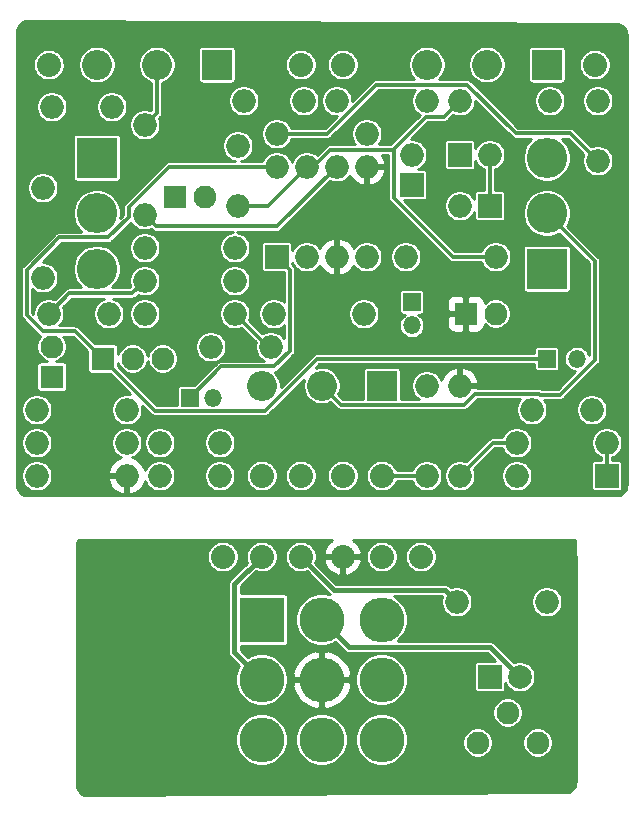
<source format=gbr>
G04 #@! TF.GenerationSoftware,KiCad,Pcbnew,(5.1.8-0-10_14)*
G04 #@! TF.CreationDate,2020-11-14T19:44:57+01:00*
G04 #@! TF.ProjectId,fet-amplifier,6665742d-616d-4706-9c69-666965722e6b,rev?*
G04 #@! TF.SameCoordinates,Original*
G04 #@! TF.FileFunction,Copper,L2,Bot*
G04 #@! TF.FilePolarity,Positive*
%FSLAX46Y46*%
G04 Gerber Fmt 4.6, Leading zero omitted, Abs format (unit mm)*
G04 Created by KiCad (PCBNEW (5.1.8-0-10_14)) date 2020-11-14 19:44:57*
%MOMM*%
%LPD*%
G01*
G04 APERTURE LIST*
G04 #@! TA.AperFunction,ComponentPad*
%ADD10R,2.000000X2.000000*%
G04 #@! TD*
G04 #@! TA.AperFunction,ComponentPad*
%ADD11C,2.000000*%
G04 #@! TD*
G04 #@! TA.AperFunction,ComponentPad*
%ADD12O,2.000000X2.000000*%
G04 #@! TD*
G04 #@! TA.AperFunction,ComponentPad*
%ADD13O,3.416000X3.416000*%
G04 #@! TD*
G04 #@! TA.AperFunction,ComponentPad*
%ADD14R,3.416000X3.416000*%
G04 #@! TD*
G04 #@! TA.AperFunction,ComponentPad*
%ADD15R,3.816000X3.816000*%
G04 #@! TD*
G04 #@! TA.AperFunction,ComponentPad*
%ADD16O,3.816000X3.816000*%
G04 #@! TD*
G04 #@! TA.AperFunction,ComponentPad*
%ADD17O,1.930400X1.930400*%
G04 #@! TD*
G04 #@! TA.AperFunction,ComponentPad*
%ADD18O,2.540000X2.540000*%
G04 #@! TD*
G04 #@! TA.AperFunction,ComponentPad*
%ADD19R,2.540000X2.540000*%
G04 #@! TD*
G04 #@! TA.AperFunction,ComponentPad*
%ADD20R,1.930400X1.930400*%
G04 #@! TD*
G04 #@! TA.AperFunction,ComponentPad*
%ADD21O,2.032000X2.032000*%
G04 #@! TD*
G04 #@! TA.AperFunction,ComponentPad*
%ADD22O,1.508000X1.508000*%
G04 #@! TD*
G04 #@! TA.AperFunction,ComponentPad*
%ADD23R,1.508000X1.508000*%
G04 #@! TD*
G04 #@! TA.AperFunction,Conductor*
%ADD24C,0.300000*%
G04 #@! TD*
G04 #@! TA.AperFunction,Conductor*
%ADD25C,0.400000*%
G04 #@! TD*
G04 #@! TA.AperFunction,Conductor*
%ADD26C,0.254000*%
G04 #@! TD*
G04 #@! TA.AperFunction,Conductor*
%ADD27C,0.100000*%
G04 #@! TD*
G04 APERTURE END LIST*
D10*
X104140000Y-132334000D03*
D11*
X106680000Y-132334000D03*
D12*
X86106000Y-89154000D03*
X88646000Y-89154000D03*
X91186000Y-89154000D03*
X93726000Y-89154000D03*
X93726000Y-96774000D03*
X91186000Y-96774000D03*
X88646000Y-96774000D03*
D10*
X86106000Y-96774000D03*
D13*
X70866000Y-97790000D03*
X70866000Y-93091000D03*
D14*
X70866000Y-88392000D03*
D13*
X108966000Y-88392000D03*
X108966000Y-93091000D03*
D14*
X108966000Y-97790000D03*
D15*
X84836000Y-127508000D03*
D16*
X84836000Y-132588000D03*
X84836000Y-137668000D03*
X89916000Y-127508000D03*
X89916000Y-132588000D03*
X89916000Y-137668000D03*
X94996000Y-127508000D03*
X94996000Y-132588000D03*
X94996000Y-137668000D03*
D17*
X108204000Y-137922000D03*
X105664000Y-135382000D03*
X103124000Y-137922000D03*
D18*
X70866000Y-80518000D03*
X75946000Y-80518000D03*
D19*
X81026000Y-80518000D03*
D18*
X98806000Y-80518000D03*
X103886000Y-80518000D03*
D19*
X108966000Y-80518000D03*
D18*
X84836000Y-107696000D03*
X89916000Y-107696000D03*
D19*
X94996000Y-107696000D03*
D12*
X108966000Y-125984000D03*
X101346000Y-125984000D03*
X66294000Y-90932000D03*
X66294000Y-98552000D03*
X73406000Y-115316000D03*
X65786000Y-115316000D03*
X101600000Y-115316000D03*
X101600000Y-107696000D03*
X114046000Y-112522000D03*
X106426000Y-112522000D03*
X74930000Y-85598000D03*
X74930000Y-93218000D03*
X98806000Y-107696000D03*
X98806000Y-115316000D03*
X93726000Y-86360000D03*
X86106000Y-86360000D03*
X104648000Y-96774000D03*
X97028000Y-96774000D03*
X65786000Y-109728000D03*
X73406000Y-109728000D03*
X109220000Y-83566000D03*
X101600000Y-83566000D03*
X91186000Y-83566000D03*
X98806000Y-83566000D03*
X74930000Y-96012000D03*
X82550000Y-96012000D03*
X74930000Y-98806000D03*
X82550000Y-98806000D03*
X76200000Y-115316000D03*
X81280000Y-115316000D03*
X85852000Y-101600000D03*
X93472000Y-101600000D03*
X73406000Y-112522000D03*
X65786000Y-112522000D03*
X82550000Y-101600000D03*
X74930000Y-101600000D03*
D20*
X71374000Y-105410000D03*
D17*
X73914000Y-105410000D03*
X76454000Y-105410000D03*
D21*
X98298000Y-122174000D03*
X94996000Y-122174000D03*
X113030000Y-80518000D03*
X91694000Y-122174000D03*
X88138000Y-122174000D03*
X91694000Y-80518000D03*
X84836000Y-122174000D03*
X81534000Y-122174000D03*
X88138000Y-115316000D03*
X88138000Y-80518000D03*
X94996000Y-115316000D03*
X66802000Y-80518000D03*
X91694000Y-115316000D03*
X84836000Y-115316000D03*
D10*
X114046000Y-115316000D03*
D12*
X106426000Y-115316000D03*
X104140000Y-88138000D03*
D10*
X101600000Y-88138000D03*
D12*
X101600000Y-92456000D03*
D10*
X104140000Y-92456000D03*
D12*
X97536000Y-88138000D03*
D10*
X97536000Y-90678000D03*
D17*
X67056000Y-104394000D03*
D20*
X67056000Y-106934000D03*
D17*
X104648000Y-101600000D03*
D20*
X102108000Y-101600000D03*
D22*
X111506000Y-105410000D03*
D23*
X108966000Y-105410000D03*
D12*
X112776000Y-109728000D03*
X107696000Y-109728000D03*
X82804000Y-87376000D03*
X82804000Y-92456000D03*
X72136000Y-84074000D03*
X67056000Y-84074000D03*
D22*
X97536000Y-102600000D03*
D23*
X97536000Y-100600000D03*
D12*
X113284000Y-88646000D03*
X113284000Y-83566000D03*
X83312000Y-83566000D03*
X88392000Y-83566000D03*
D17*
X80010000Y-91694000D03*
D20*
X77470000Y-91694000D03*
D12*
X71882000Y-101600000D03*
X66802000Y-101600000D03*
X81280000Y-112522000D03*
X76200000Y-112522000D03*
D22*
X80740000Y-108712000D03*
D23*
X78740000Y-108712000D03*
D12*
X80518000Y-104394000D03*
X85598000Y-104394000D03*
D24*
X85344000Y-104394000D02*
X85598000Y-104394000D01*
X82550000Y-101600000D02*
X85344000Y-104394000D01*
X101978001Y-109316001D02*
X91536001Y-109316001D01*
X102916003Y-108377999D02*
X101978001Y-109316001D01*
X110091922Y-108458000D02*
X108424002Y-108458000D01*
X91536001Y-109316001D02*
X89916000Y-107696000D01*
X108344001Y-108377999D02*
X102916003Y-108377999D01*
X113030000Y-105519922D02*
X110091922Y-108458000D01*
X108424002Y-108458000D02*
X108344001Y-108377999D01*
X113030000Y-97155000D02*
X113030000Y-105519922D01*
X108966000Y-93091000D02*
X113030000Y-97155000D01*
X81376001Y-106075999D02*
X78740000Y-108712000D01*
X85914003Y-106075999D02*
X81376001Y-106075999D01*
X87202001Y-104788001D02*
X85914003Y-106075999D01*
X87202001Y-97870001D02*
X87202001Y-104788001D01*
X86106000Y-96774000D02*
X87202001Y-97870001D01*
X73887999Y-99848001D02*
X74930000Y-98806000D01*
X68553999Y-99848001D02*
X73887999Y-99848001D01*
X66802000Y-101600000D02*
X68553999Y-99848001D01*
X90390002Y-86360000D02*
X86106000Y-86360000D01*
X102248001Y-82215999D02*
X94534003Y-82215999D01*
X106366001Y-86333999D02*
X102248001Y-82215999D01*
X110971999Y-86333999D02*
X106366001Y-86333999D01*
X94534003Y-82215999D02*
X90390002Y-86360000D01*
X113284000Y-88646000D02*
X110971999Y-86333999D01*
X98806000Y-115316000D02*
X94996000Y-115316000D01*
X85344000Y-92456000D02*
X88646000Y-89154000D01*
X82804000Y-92456000D02*
X85344000Y-92456000D01*
X100249999Y-84916001D02*
X101600000Y-83566000D01*
X98725999Y-84916001D02*
X100249999Y-84916001D01*
X90631997Y-87710001D02*
X95931999Y-87710001D01*
X89187998Y-89154000D02*
X90631997Y-87710001D01*
X88646000Y-89154000D02*
X89187998Y-89154000D01*
X96012000Y-91784002D02*
X96012000Y-87630000D01*
X104648000Y-96774000D02*
X101001998Y-96774000D01*
X96012000Y-87630000D02*
X98725999Y-84916001D01*
X101001998Y-96774000D02*
X96012000Y-91784002D01*
X95931999Y-87710001D02*
X96012000Y-87630000D01*
X104394000Y-112522000D02*
X101600000Y-115316000D01*
X106426000Y-112522000D02*
X104394000Y-112522000D01*
X85113601Y-109816001D02*
X75780001Y-109816001D01*
X89519602Y-105410000D02*
X85113601Y-109816001D01*
X75780001Y-109816001D02*
X71374000Y-105410000D01*
X108966000Y-105410000D02*
X89519602Y-105410000D01*
X76995998Y-89154000D02*
X86106000Y-89154000D01*
X71853841Y-95149001D02*
X73579999Y-93422843D01*
X73579999Y-93422843D02*
X73579999Y-92569999D01*
X67698997Y-95149001D02*
X71853841Y-95149001D01*
X64943999Y-97903999D02*
X67698997Y-95149001D01*
X64943999Y-101740001D02*
X64943999Y-97903999D01*
X73579999Y-92569999D02*
X76995998Y-89154000D01*
X66282797Y-103078799D02*
X64943999Y-101740001D01*
X69042799Y-103078799D02*
X66282797Y-103078799D01*
X71374000Y-105410000D02*
X69042799Y-103078799D01*
X104140000Y-88138000D02*
X104140000Y-92456000D01*
X114046000Y-112522000D02*
X114046000Y-115316000D01*
D25*
X104162001Y-129816001D02*
X92224001Y-129816001D01*
X92224001Y-129816001D02*
X89916000Y-127508000D01*
X106680000Y-132334000D02*
X104162001Y-129816001D01*
X82527999Y-124482001D02*
X82527999Y-130279999D01*
X82527999Y-130279999D02*
X84836000Y-132588000D01*
X84836000Y-122174000D02*
X82527999Y-124482001D01*
X100346001Y-124984001D02*
X101346000Y-125984000D01*
X90948001Y-124984001D02*
X100346001Y-124984001D01*
X88138000Y-122174000D02*
X90948001Y-124984001D01*
D24*
X86122001Y-94217999D02*
X91186000Y-89154000D01*
X75929999Y-94217999D02*
X86122001Y-94217999D01*
X74930000Y-93218000D02*
X75929999Y-94217999D01*
X75946000Y-84582000D02*
X74930000Y-85598000D01*
X75946000Y-80518000D02*
X75946000Y-84582000D01*
D26*
X114789882Y-77059912D02*
X114985980Y-77079139D01*
X115157178Y-77130827D01*
X115315083Y-77214787D01*
X115453665Y-77327812D01*
X115567656Y-77465604D01*
X115652714Y-77622915D01*
X115705597Y-77793750D01*
X115726000Y-77987879D01*
X115726001Y-116060775D01*
X115706861Y-116255980D01*
X115655173Y-116427178D01*
X115571216Y-116585079D01*
X115458190Y-116723663D01*
X115320393Y-116837659D01*
X115163086Y-116922714D01*
X115020022Y-116967000D01*
X99529542Y-116967000D01*
X99520305Y-116963174D01*
X99408830Y-116941000D01*
X99295170Y-116941000D01*
X99183695Y-116963174D01*
X99174458Y-116967000D01*
X98729542Y-116967000D01*
X98720305Y-116963174D01*
X98608830Y-116941000D01*
X98495170Y-116941000D01*
X98383695Y-116963174D01*
X98374458Y-116967000D01*
X97929542Y-116967000D01*
X97920305Y-116963174D01*
X97808830Y-116941000D01*
X97695170Y-116941000D01*
X97583695Y-116963174D01*
X97574458Y-116967000D01*
X82257542Y-116967000D01*
X82248305Y-116963174D01*
X82136830Y-116941000D01*
X82023170Y-116941000D01*
X81911695Y-116963174D01*
X81902458Y-116967000D01*
X81457542Y-116967000D01*
X81448305Y-116963174D01*
X81336830Y-116941000D01*
X81223170Y-116941000D01*
X81111695Y-116963174D01*
X81102458Y-116967000D01*
X80657542Y-116967000D01*
X80648305Y-116963174D01*
X80536830Y-116941000D01*
X80423170Y-116941000D01*
X80311695Y-116963174D01*
X80302458Y-116967000D01*
X64813359Y-116967000D01*
X64674822Y-116925173D01*
X64516921Y-116841216D01*
X64378337Y-116728190D01*
X64264341Y-116590393D01*
X64179286Y-116433086D01*
X64126403Y-116262250D01*
X64106000Y-116068122D01*
X64106000Y-115185302D01*
X64459000Y-115185302D01*
X64459000Y-115446698D01*
X64509996Y-115703072D01*
X64610028Y-115944570D01*
X64755252Y-116161913D01*
X64940087Y-116346748D01*
X65157430Y-116491972D01*
X65398928Y-116592004D01*
X65655302Y-116643000D01*
X65916698Y-116643000D01*
X66173072Y-116592004D01*
X66414570Y-116491972D01*
X66631913Y-116346748D01*
X66816748Y-116161913D01*
X66961972Y-115944570D01*
X67062004Y-115703072D01*
X67063324Y-115696434D01*
X71815876Y-115696434D01*
X71872498Y-115883107D01*
X72012601Y-116171382D01*
X72206252Y-116426785D01*
X72446008Y-116639501D01*
X72722656Y-116801356D01*
X73025565Y-116906129D01*
X73279000Y-116787315D01*
X73279000Y-115443000D01*
X71935223Y-115443000D01*
X71815876Y-115696434D01*
X67063324Y-115696434D01*
X67113000Y-115446698D01*
X67113000Y-115185302D01*
X67063325Y-114935566D01*
X71815876Y-114935566D01*
X71935223Y-115189000D01*
X73279000Y-115189000D01*
X73279000Y-115169000D01*
X73533000Y-115169000D01*
X73533000Y-115189000D01*
X73553000Y-115189000D01*
X73553000Y-115443000D01*
X73533000Y-115443000D01*
X73533000Y-116787315D01*
X73786435Y-116906129D01*
X74089344Y-116801356D01*
X74365992Y-116639501D01*
X74605748Y-116426785D01*
X74799399Y-116171382D01*
X74939502Y-115883107D01*
X74964471Y-115800788D01*
X75024028Y-115944570D01*
X75169252Y-116161913D01*
X75354087Y-116346748D01*
X75571430Y-116491972D01*
X75812928Y-116592004D01*
X76069302Y-116643000D01*
X76330698Y-116643000D01*
X76587072Y-116592004D01*
X76828570Y-116491972D01*
X77045913Y-116346748D01*
X77230748Y-116161913D01*
X77375972Y-115944570D01*
X77476004Y-115703072D01*
X77527000Y-115446698D01*
X77527000Y-115185302D01*
X79953000Y-115185302D01*
X79953000Y-115446698D01*
X80003996Y-115703072D01*
X80104028Y-115944570D01*
X80249252Y-116161913D01*
X80434087Y-116346748D01*
X80651430Y-116491972D01*
X80892928Y-116592004D01*
X81149302Y-116643000D01*
X81410698Y-116643000D01*
X81667072Y-116592004D01*
X81908570Y-116491972D01*
X82125913Y-116346748D01*
X82310748Y-116161913D01*
X82455972Y-115944570D01*
X82556004Y-115703072D01*
X82607000Y-115446698D01*
X82607000Y-115185302D01*
X82606687Y-115183726D01*
X83493000Y-115183726D01*
X83493000Y-115448274D01*
X83544611Y-115707739D01*
X83645849Y-115952149D01*
X83792824Y-116172112D01*
X83979888Y-116359176D01*
X84199851Y-116506151D01*
X84444261Y-116607389D01*
X84703726Y-116659000D01*
X84968274Y-116659000D01*
X85227739Y-116607389D01*
X85472149Y-116506151D01*
X85692112Y-116359176D01*
X85879176Y-116172112D01*
X86026151Y-115952149D01*
X86127389Y-115707739D01*
X86179000Y-115448274D01*
X86179000Y-115183726D01*
X86795000Y-115183726D01*
X86795000Y-115448274D01*
X86846611Y-115707739D01*
X86947849Y-115952149D01*
X87094824Y-116172112D01*
X87281888Y-116359176D01*
X87501851Y-116506151D01*
X87746261Y-116607389D01*
X88005726Y-116659000D01*
X88270274Y-116659000D01*
X88529739Y-116607389D01*
X88774149Y-116506151D01*
X88994112Y-116359176D01*
X89181176Y-116172112D01*
X89328151Y-115952149D01*
X89429389Y-115707739D01*
X89481000Y-115448274D01*
X89481000Y-115183726D01*
X90351000Y-115183726D01*
X90351000Y-115448274D01*
X90402611Y-115707739D01*
X90503849Y-115952149D01*
X90650824Y-116172112D01*
X90837888Y-116359176D01*
X91057851Y-116506151D01*
X91302261Y-116607389D01*
X91561726Y-116659000D01*
X91826274Y-116659000D01*
X92085739Y-116607389D01*
X92330149Y-116506151D01*
X92550112Y-116359176D01*
X92737176Y-116172112D01*
X92884151Y-115952149D01*
X92985389Y-115707739D01*
X93037000Y-115448274D01*
X93037000Y-115183726D01*
X93653000Y-115183726D01*
X93653000Y-115448274D01*
X93704611Y-115707739D01*
X93805849Y-115952149D01*
X93952824Y-116172112D01*
X94139888Y-116359176D01*
X94359851Y-116506151D01*
X94604261Y-116607389D01*
X94863726Y-116659000D01*
X95128274Y-116659000D01*
X95387739Y-116607389D01*
X95632149Y-116506151D01*
X95852112Y-116359176D01*
X96039176Y-116172112D01*
X96186151Y-115952149D01*
X96252073Y-115793000D01*
X97567245Y-115793000D01*
X97630028Y-115944570D01*
X97775252Y-116161913D01*
X97960087Y-116346748D01*
X98177430Y-116491972D01*
X98418928Y-116592004D01*
X98675302Y-116643000D01*
X98936698Y-116643000D01*
X99193072Y-116592004D01*
X99434570Y-116491972D01*
X99651913Y-116346748D01*
X99836748Y-116161913D01*
X99981972Y-115944570D01*
X100082004Y-115703072D01*
X100133000Y-115446698D01*
X100133000Y-115185302D01*
X100273000Y-115185302D01*
X100273000Y-115446698D01*
X100323996Y-115703072D01*
X100424028Y-115944570D01*
X100569252Y-116161913D01*
X100754087Y-116346748D01*
X100971430Y-116491972D01*
X101212928Y-116592004D01*
X101469302Y-116643000D01*
X101730698Y-116643000D01*
X101987072Y-116592004D01*
X102228570Y-116491972D01*
X102445913Y-116346748D01*
X102630748Y-116161913D01*
X102775972Y-115944570D01*
X102876004Y-115703072D01*
X102927000Y-115446698D01*
X102927000Y-115185302D01*
X105099000Y-115185302D01*
X105099000Y-115446698D01*
X105149996Y-115703072D01*
X105250028Y-115944570D01*
X105395252Y-116161913D01*
X105580087Y-116346748D01*
X105797430Y-116491972D01*
X106038928Y-116592004D01*
X106295302Y-116643000D01*
X106556698Y-116643000D01*
X106813072Y-116592004D01*
X107054570Y-116491972D01*
X107271913Y-116346748D01*
X107456748Y-116161913D01*
X107601972Y-115944570D01*
X107702004Y-115703072D01*
X107753000Y-115446698D01*
X107753000Y-115185302D01*
X107702004Y-114928928D01*
X107601972Y-114687430D01*
X107456748Y-114470087D01*
X107302661Y-114316000D01*
X112717418Y-114316000D01*
X112717418Y-116316000D01*
X112723732Y-116380103D01*
X112742430Y-116441743D01*
X112772794Y-116498550D01*
X112813657Y-116548343D01*
X112863450Y-116589206D01*
X112920257Y-116619570D01*
X112981897Y-116638268D01*
X113046000Y-116644582D01*
X115046000Y-116644582D01*
X115110103Y-116638268D01*
X115171743Y-116619570D01*
X115228550Y-116589206D01*
X115278343Y-116548343D01*
X115319206Y-116498550D01*
X115349570Y-116441743D01*
X115368268Y-116380103D01*
X115374582Y-116316000D01*
X115374582Y-114316000D01*
X115368268Y-114251897D01*
X115349570Y-114190257D01*
X115319206Y-114133450D01*
X115278343Y-114083657D01*
X115228550Y-114042794D01*
X115171743Y-114012430D01*
X115110103Y-113993732D01*
X115046000Y-113987418D01*
X114523000Y-113987418D01*
X114523000Y-113760755D01*
X114674570Y-113697972D01*
X114891913Y-113552748D01*
X115076748Y-113367913D01*
X115221972Y-113150570D01*
X115322004Y-112909072D01*
X115373000Y-112652698D01*
X115373000Y-112391302D01*
X115322004Y-112134928D01*
X115221972Y-111893430D01*
X115076748Y-111676087D01*
X114891913Y-111491252D01*
X114674570Y-111346028D01*
X114433072Y-111245996D01*
X114176698Y-111195000D01*
X113915302Y-111195000D01*
X113658928Y-111245996D01*
X113417430Y-111346028D01*
X113200087Y-111491252D01*
X113015252Y-111676087D01*
X112870028Y-111893430D01*
X112769996Y-112134928D01*
X112719000Y-112391302D01*
X112719000Y-112652698D01*
X112769996Y-112909072D01*
X112870028Y-113150570D01*
X113015252Y-113367913D01*
X113200087Y-113552748D01*
X113417430Y-113697972D01*
X113569000Y-113760755D01*
X113569001Y-113987418D01*
X113046000Y-113987418D01*
X112981897Y-113993732D01*
X112920257Y-114012430D01*
X112863450Y-114042794D01*
X112813657Y-114083657D01*
X112772794Y-114133450D01*
X112742430Y-114190257D01*
X112723732Y-114251897D01*
X112717418Y-114316000D01*
X107302661Y-114316000D01*
X107271913Y-114285252D01*
X107054570Y-114140028D01*
X106813072Y-114039996D01*
X106556698Y-113989000D01*
X106295302Y-113989000D01*
X106038928Y-114039996D01*
X105797430Y-114140028D01*
X105580087Y-114285252D01*
X105395252Y-114470087D01*
X105250028Y-114687430D01*
X105149996Y-114928928D01*
X105099000Y-115185302D01*
X102927000Y-115185302D01*
X102876004Y-114928928D01*
X102813221Y-114777358D01*
X104591580Y-112999000D01*
X105187245Y-112999000D01*
X105250028Y-113150570D01*
X105395252Y-113367913D01*
X105580087Y-113552748D01*
X105797430Y-113697972D01*
X106038928Y-113798004D01*
X106295302Y-113849000D01*
X106556698Y-113849000D01*
X106813072Y-113798004D01*
X107054570Y-113697972D01*
X107271913Y-113552748D01*
X107456748Y-113367913D01*
X107601972Y-113150570D01*
X107702004Y-112909072D01*
X107753000Y-112652698D01*
X107753000Y-112391302D01*
X107702004Y-112134928D01*
X107601972Y-111893430D01*
X107456748Y-111676087D01*
X107271913Y-111491252D01*
X107054570Y-111346028D01*
X106813072Y-111245996D01*
X106556698Y-111195000D01*
X106295302Y-111195000D01*
X106038928Y-111245996D01*
X105797430Y-111346028D01*
X105580087Y-111491252D01*
X105395252Y-111676087D01*
X105250028Y-111893430D01*
X105187245Y-112045000D01*
X104417415Y-112045000D01*
X104394000Y-112042694D01*
X104370585Y-112045000D01*
X104370577Y-112045000D01*
X104300492Y-112051903D01*
X104210577Y-112079178D01*
X104127711Y-112123471D01*
X104055079Y-112183079D01*
X104040149Y-112201271D01*
X102138642Y-114102779D01*
X101987072Y-114039996D01*
X101730698Y-113989000D01*
X101469302Y-113989000D01*
X101212928Y-114039996D01*
X100971430Y-114140028D01*
X100754087Y-114285252D01*
X100569252Y-114470087D01*
X100424028Y-114687430D01*
X100323996Y-114928928D01*
X100273000Y-115185302D01*
X100133000Y-115185302D01*
X100082004Y-114928928D01*
X99981972Y-114687430D01*
X99836748Y-114470087D01*
X99651913Y-114285252D01*
X99434570Y-114140028D01*
X99193072Y-114039996D01*
X98936698Y-113989000D01*
X98675302Y-113989000D01*
X98418928Y-114039996D01*
X98177430Y-114140028D01*
X97960087Y-114285252D01*
X97775252Y-114470087D01*
X97630028Y-114687430D01*
X97567245Y-114839000D01*
X96252073Y-114839000D01*
X96186151Y-114679851D01*
X96039176Y-114459888D01*
X95852112Y-114272824D01*
X95632149Y-114125849D01*
X95387739Y-114024611D01*
X95128274Y-113973000D01*
X94863726Y-113973000D01*
X94604261Y-114024611D01*
X94359851Y-114125849D01*
X94139888Y-114272824D01*
X93952824Y-114459888D01*
X93805849Y-114679851D01*
X93704611Y-114924261D01*
X93653000Y-115183726D01*
X93037000Y-115183726D01*
X92985389Y-114924261D01*
X92884151Y-114679851D01*
X92737176Y-114459888D01*
X92550112Y-114272824D01*
X92330149Y-114125849D01*
X92085739Y-114024611D01*
X91826274Y-113973000D01*
X91561726Y-113973000D01*
X91302261Y-114024611D01*
X91057851Y-114125849D01*
X90837888Y-114272824D01*
X90650824Y-114459888D01*
X90503849Y-114679851D01*
X90402611Y-114924261D01*
X90351000Y-115183726D01*
X89481000Y-115183726D01*
X89429389Y-114924261D01*
X89328151Y-114679851D01*
X89181176Y-114459888D01*
X88994112Y-114272824D01*
X88774149Y-114125849D01*
X88529739Y-114024611D01*
X88270274Y-113973000D01*
X88005726Y-113973000D01*
X87746261Y-114024611D01*
X87501851Y-114125849D01*
X87281888Y-114272824D01*
X87094824Y-114459888D01*
X86947849Y-114679851D01*
X86846611Y-114924261D01*
X86795000Y-115183726D01*
X86179000Y-115183726D01*
X86127389Y-114924261D01*
X86026151Y-114679851D01*
X85879176Y-114459888D01*
X85692112Y-114272824D01*
X85472149Y-114125849D01*
X85227739Y-114024611D01*
X84968274Y-113973000D01*
X84703726Y-113973000D01*
X84444261Y-114024611D01*
X84199851Y-114125849D01*
X83979888Y-114272824D01*
X83792824Y-114459888D01*
X83645849Y-114679851D01*
X83544611Y-114924261D01*
X83493000Y-115183726D01*
X82606687Y-115183726D01*
X82556004Y-114928928D01*
X82455972Y-114687430D01*
X82310748Y-114470087D01*
X82125913Y-114285252D01*
X81908570Y-114140028D01*
X81667072Y-114039996D01*
X81410698Y-113989000D01*
X81149302Y-113989000D01*
X80892928Y-114039996D01*
X80651430Y-114140028D01*
X80434087Y-114285252D01*
X80249252Y-114470087D01*
X80104028Y-114687430D01*
X80003996Y-114928928D01*
X79953000Y-115185302D01*
X77527000Y-115185302D01*
X77476004Y-114928928D01*
X77375972Y-114687430D01*
X77230748Y-114470087D01*
X77045913Y-114285252D01*
X76828570Y-114140028D01*
X76587072Y-114039996D01*
X76330698Y-113989000D01*
X76069302Y-113989000D01*
X75812928Y-114039996D01*
X75571430Y-114140028D01*
X75354087Y-114285252D01*
X75169252Y-114470087D01*
X75024028Y-114687430D01*
X74964471Y-114831212D01*
X74939502Y-114748893D01*
X74799399Y-114460618D01*
X74605748Y-114205215D01*
X74365992Y-113992499D01*
X74089344Y-113830644D01*
X73884951Y-113759947D01*
X74034570Y-113697972D01*
X74251913Y-113552748D01*
X74436748Y-113367913D01*
X74581972Y-113150570D01*
X74682004Y-112909072D01*
X74733000Y-112652698D01*
X74733000Y-112391302D01*
X74873000Y-112391302D01*
X74873000Y-112652698D01*
X74923996Y-112909072D01*
X75024028Y-113150570D01*
X75169252Y-113367913D01*
X75354087Y-113552748D01*
X75571430Y-113697972D01*
X75812928Y-113798004D01*
X76069302Y-113849000D01*
X76330698Y-113849000D01*
X76587072Y-113798004D01*
X76828570Y-113697972D01*
X77045913Y-113552748D01*
X77230748Y-113367913D01*
X77375972Y-113150570D01*
X77476004Y-112909072D01*
X77527000Y-112652698D01*
X77527000Y-112391302D01*
X79953000Y-112391302D01*
X79953000Y-112652698D01*
X80003996Y-112909072D01*
X80104028Y-113150570D01*
X80249252Y-113367913D01*
X80434087Y-113552748D01*
X80651430Y-113697972D01*
X80892928Y-113798004D01*
X81149302Y-113849000D01*
X81410698Y-113849000D01*
X81667072Y-113798004D01*
X81908570Y-113697972D01*
X82125913Y-113552748D01*
X82310748Y-113367913D01*
X82455972Y-113150570D01*
X82556004Y-112909072D01*
X82607000Y-112652698D01*
X82607000Y-112391302D01*
X82556004Y-112134928D01*
X82455972Y-111893430D01*
X82310748Y-111676087D01*
X82125913Y-111491252D01*
X81908570Y-111346028D01*
X81667072Y-111245996D01*
X81410698Y-111195000D01*
X81149302Y-111195000D01*
X80892928Y-111245996D01*
X80651430Y-111346028D01*
X80434087Y-111491252D01*
X80249252Y-111676087D01*
X80104028Y-111893430D01*
X80003996Y-112134928D01*
X79953000Y-112391302D01*
X77527000Y-112391302D01*
X77476004Y-112134928D01*
X77375972Y-111893430D01*
X77230748Y-111676087D01*
X77045913Y-111491252D01*
X76828570Y-111346028D01*
X76587072Y-111245996D01*
X76330698Y-111195000D01*
X76069302Y-111195000D01*
X75812928Y-111245996D01*
X75571430Y-111346028D01*
X75354087Y-111491252D01*
X75169252Y-111676087D01*
X75024028Y-111893430D01*
X74923996Y-112134928D01*
X74873000Y-112391302D01*
X74733000Y-112391302D01*
X74682004Y-112134928D01*
X74581972Y-111893430D01*
X74436748Y-111676087D01*
X74251913Y-111491252D01*
X74034570Y-111346028D01*
X73793072Y-111245996D01*
X73536698Y-111195000D01*
X73275302Y-111195000D01*
X73018928Y-111245996D01*
X72777430Y-111346028D01*
X72560087Y-111491252D01*
X72375252Y-111676087D01*
X72230028Y-111893430D01*
X72129996Y-112134928D01*
X72079000Y-112391302D01*
X72079000Y-112652698D01*
X72129996Y-112909072D01*
X72230028Y-113150570D01*
X72375252Y-113367913D01*
X72560087Y-113552748D01*
X72777430Y-113697972D01*
X72927049Y-113759947D01*
X72722656Y-113830644D01*
X72446008Y-113992499D01*
X72206252Y-114205215D01*
X72012601Y-114460618D01*
X71872498Y-114748893D01*
X71815876Y-114935566D01*
X67063325Y-114935566D01*
X67062004Y-114928928D01*
X66961972Y-114687430D01*
X66816748Y-114470087D01*
X66631913Y-114285252D01*
X66414570Y-114140028D01*
X66173072Y-114039996D01*
X65916698Y-113989000D01*
X65655302Y-113989000D01*
X65398928Y-114039996D01*
X65157430Y-114140028D01*
X64940087Y-114285252D01*
X64755252Y-114470087D01*
X64610028Y-114687430D01*
X64509996Y-114928928D01*
X64459000Y-115185302D01*
X64106000Y-115185302D01*
X64106000Y-112391302D01*
X64459000Y-112391302D01*
X64459000Y-112652698D01*
X64509996Y-112909072D01*
X64610028Y-113150570D01*
X64755252Y-113367913D01*
X64940087Y-113552748D01*
X65157430Y-113697972D01*
X65398928Y-113798004D01*
X65655302Y-113849000D01*
X65916698Y-113849000D01*
X66173072Y-113798004D01*
X66414570Y-113697972D01*
X66631913Y-113552748D01*
X66816748Y-113367913D01*
X66961972Y-113150570D01*
X67062004Y-112909072D01*
X67113000Y-112652698D01*
X67113000Y-112391302D01*
X67062004Y-112134928D01*
X66961972Y-111893430D01*
X66816748Y-111676087D01*
X66631913Y-111491252D01*
X66414570Y-111346028D01*
X66173072Y-111245996D01*
X65916698Y-111195000D01*
X65655302Y-111195000D01*
X65398928Y-111245996D01*
X65157430Y-111346028D01*
X64940087Y-111491252D01*
X64755252Y-111676087D01*
X64610028Y-111893430D01*
X64509996Y-112134928D01*
X64459000Y-112391302D01*
X64106000Y-112391302D01*
X64106000Y-109597302D01*
X64459000Y-109597302D01*
X64459000Y-109858698D01*
X64509996Y-110115072D01*
X64610028Y-110356570D01*
X64755252Y-110573913D01*
X64940087Y-110758748D01*
X65157430Y-110903972D01*
X65398928Y-111004004D01*
X65655302Y-111055000D01*
X65916698Y-111055000D01*
X66173072Y-111004004D01*
X66414570Y-110903972D01*
X66631913Y-110758748D01*
X66816748Y-110573913D01*
X66961972Y-110356570D01*
X67062004Y-110115072D01*
X67113000Y-109858698D01*
X67113000Y-109597302D01*
X67062004Y-109340928D01*
X66961972Y-109099430D01*
X66816748Y-108882087D01*
X66631913Y-108697252D01*
X66414570Y-108552028D01*
X66173072Y-108451996D01*
X65916698Y-108401000D01*
X65655302Y-108401000D01*
X65398928Y-108451996D01*
X65157430Y-108552028D01*
X64940087Y-108697252D01*
X64755252Y-108882087D01*
X64610028Y-109099430D01*
X64509996Y-109340928D01*
X64459000Y-109597302D01*
X64106000Y-109597302D01*
X64106000Y-97903999D01*
X64464693Y-97903999D01*
X64467000Y-97927424D01*
X64466999Y-101716586D01*
X64464693Y-101740001D01*
X64466999Y-101763416D01*
X64466999Y-101763423D01*
X64473902Y-101833508D01*
X64501177Y-101923423D01*
X64545470Y-102006290D01*
X64605078Y-102078922D01*
X64623275Y-102093856D01*
X65928944Y-103399526D01*
X65943876Y-103417720D01*
X66016508Y-103477328D01*
X66099374Y-103521621D01*
X66100570Y-103521984D01*
X66052283Y-103570271D01*
X65910868Y-103781914D01*
X65813459Y-104017079D01*
X65763800Y-104266729D01*
X65763800Y-104521271D01*
X65813459Y-104770921D01*
X65910868Y-105006086D01*
X66052283Y-105217729D01*
X66232271Y-105397717D01*
X66443914Y-105539132D01*
X66679079Y-105636541D01*
X66697564Y-105640218D01*
X66090800Y-105640218D01*
X66026697Y-105646532D01*
X65965057Y-105665230D01*
X65908250Y-105695594D01*
X65858457Y-105736457D01*
X65817594Y-105786250D01*
X65787230Y-105843057D01*
X65768532Y-105904697D01*
X65762218Y-105968800D01*
X65762218Y-107899200D01*
X65768532Y-107963303D01*
X65787230Y-108024943D01*
X65817594Y-108081750D01*
X65858457Y-108131543D01*
X65908250Y-108172406D01*
X65965057Y-108202770D01*
X66026697Y-108221468D01*
X66090800Y-108227782D01*
X68021200Y-108227782D01*
X68085303Y-108221468D01*
X68146943Y-108202770D01*
X68203750Y-108172406D01*
X68253543Y-108131543D01*
X68294406Y-108081750D01*
X68324770Y-108024943D01*
X68343468Y-107963303D01*
X68349782Y-107899200D01*
X68349782Y-105968800D01*
X68343468Y-105904697D01*
X68324770Y-105843057D01*
X68294406Y-105786250D01*
X68253543Y-105736457D01*
X68203750Y-105695594D01*
X68146943Y-105665230D01*
X68085303Y-105646532D01*
X68021200Y-105640218D01*
X67414436Y-105640218D01*
X67432921Y-105636541D01*
X67668086Y-105539132D01*
X67879729Y-105397717D01*
X68059717Y-105217729D01*
X68201132Y-105006086D01*
X68298541Y-104770921D01*
X68348200Y-104521271D01*
X68348200Y-104266729D01*
X68298541Y-104017079D01*
X68201132Y-103781914D01*
X68059717Y-103570271D01*
X68045245Y-103555799D01*
X68845220Y-103555799D01*
X70080218Y-104790798D01*
X70080218Y-106375200D01*
X70086532Y-106439303D01*
X70105230Y-106500943D01*
X70135594Y-106557750D01*
X70176457Y-106607543D01*
X70226250Y-106648406D01*
X70283057Y-106678770D01*
X70344697Y-106697468D01*
X70408800Y-106703782D01*
X71993203Y-106703782D01*
X73728590Y-108439170D01*
X73536698Y-108401000D01*
X73275302Y-108401000D01*
X73018928Y-108451996D01*
X72777430Y-108552028D01*
X72560087Y-108697252D01*
X72375252Y-108882087D01*
X72230028Y-109099430D01*
X72129996Y-109340928D01*
X72079000Y-109597302D01*
X72079000Y-109858698D01*
X72129996Y-110115072D01*
X72230028Y-110356570D01*
X72375252Y-110573913D01*
X72560087Y-110758748D01*
X72777430Y-110903972D01*
X73018928Y-111004004D01*
X73275302Y-111055000D01*
X73536698Y-111055000D01*
X73793072Y-111004004D01*
X74034570Y-110903972D01*
X74251913Y-110758748D01*
X74436748Y-110573913D01*
X74581972Y-110356570D01*
X74682004Y-110115072D01*
X74733000Y-109858698D01*
X74733000Y-109597302D01*
X74694830Y-109405410D01*
X75426151Y-110136730D01*
X75441080Y-110154922D01*
X75513712Y-110214530D01*
X75596578Y-110258823D01*
X75659217Y-110277824D01*
X75686492Y-110286098D01*
X75695339Y-110286969D01*
X75756578Y-110293001D01*
X75756585Y-110293001D01*
X75780000Y-110295307D01*
X75803415Y-110293001D01*
X85090186Y-110293001D01*
X85113601Y-110295307D01*
X85137016Y-110293001D01*
X85137024Y-110293001D01*
X85207109Y-110286098D01*
X85297024Y-110258823D01*
X85379890Y-110214530D01*
X85452522Y-110154922D01*
X85467456Y-110136725D01*
X88384871Y-107219311D01*
X88380372Y-107230172D01*
X88319000Y-107538709D01*
X88319000Y-107853291D01*
X88380372Y-108161828D01*
X88500757Y-108452463D01*
X88675529Y-108714028D01*
X88897972Y-108936471D01*
X89159537Y-109111243D01*
X89450172Y-109231628D01*
X89758709Y-109293000D01*
X90073291Y-109293000D01*
X90381828Y-109231628D01*
X90661291Y-109115871D01*
X91182150Y-109636730D01*
X91197080Y-109654922D01*
X91215271Y-109669851D01*
X91215273Y-109669853D01*
X91227049Y-109679517D01*
X91269712Y-109714530D01*
X91352578Y-109758823D01*
X91415217Y-109777824D01*
X91442492Y-109786098D01*
X91451339Y-109786969D01*
X91512578Y-109793001D01*
X91512585Y-109793001D01*
X91536000Y-109795307D01*
X91559415Y-109793001D01*
X101954586Y-109793001D01*
X101978001Y-109795307D01*
X102001416Y-109793001D01*
X102001424Y-109793001D01*
X102071509Y-109786098D01*
X102161424Y-109758823D01*
X102244290Y-109714530D01*
X102316922Y-109654922D01*
X102331856Y-109636725D01*
X103113583Y-108854999D01*
X106692340Y-108854999D01*
X106665252Y-108882087D01*
X106520028Y-109099430D01*
X106419996Y-109340928D01*
X106369000Y-109597302D01*
X106369000Y-109858698D01*
X106419996Y-110115072D01*
X106520028Y-110356570D01*
X106665252Y-110573913D01*
X106850087Y-110758748D01*
X107067430Y-110903972D01*
X107308928Y-111004004D01*
X107565302Y-111055000D01*
X107826698Y-111055000D01*
X108083072Y-111004004D01*
X108324570Y-110903972D01*
X108541913Y-110758748D01*
X108726748Y-110573913D01*
X108871972Y-110356570D01*
X108972004Y-110115072D01*
X109023000Y-109858698D01*
X109023000Y-109597302D01*
X111449000Y-109597302D01*
X111449000Y-109858698D01*
X111499996Y-110115072D01*
X111600028Y-110356570D01*
X111745252Y-110573913D01*
X111930087Y-110758748D01*
X112147430Y-110903972D01*
X112388928Y-111004004D01*
X112645302Y-111055000D01*
X112906698Y-111055000D01*
X113163072Y-111004004D01*
X113404570Y-110903972D01*
X113621913Y-110758748D01*
X113806748Y-110573913D01*
X113951972Y-110356570D01*
X114052004Y-110115072D01*
X114103000Y-109858698D01*
X114103000Y-109597302D01*
X114052004Y-109340928D01*
X113951972Y-109099430D01*
X113806748Y-108882087D01*
X113621913Y-108697252D01*
X113404570Y-108552028D01*
X113163072Y-108451996D01*
X112906698Y-108401000D01*
X112645302Y-108401000D01*
X112388928Y-108451996D01*
X112147430Y-108552028D01*
X111930087Y-108697252D01*
X111745252Y-108882087D01*
X111600028Y-109099430D01*
X111499996Y-109340928D01*
X111449000Y-109597302D01*
X109023000Y-109597302D01*
X108972004Y-109340928D01*
X108871972Y-109099430D01*
X108762103Y-108935000D01*
X110068507Y-108935000D01*
X110091922Y-108937306D01*
X110115337Y-108935000D01*
X110115345Y-108935000D01*
X110185430Y-108928097D01*
X110275345Y-108900822D01*
X110358211Y-108856529D01*
X110430843Y-108796921D01*
X110445777Y-108778724D01*
X113350729Y-105873773D01*
X113368921Y-105858843D01*
X113428529Y-105786211D01*
X113472822Y-105703345D01*
X113500097Y-105613430D01*
X113507000Y-105543345D01*
X113507000Y-105543337D01*
X113509306Y-105519922D01*
X113507000Y-105496507D01*
X113507000Y-97178415D01*
X113509306Y-97155000D01*
X113507000Y-97131585D01*
X113507000Y-97131577D01*
X113500097Y-97061492D01*
X113472822Y-96971577D01*
X113428529Y-96888711D01*
X113368921Y-96816079D01*
X113350729Y-96801150D01*
X110703351Y-94153772D01*
X110769393Y-94054934D01*
X110922796Y-93684587D01*
X111001000Y-93291430D01*
X111001000Y-92890570D01*
X110922796Y-92497413D01*
X110769393Y-92127066D01*
X110546687Y-91793763D01*
X110263237Y-91510313D01*
X109929934Y-91287607D01*
X109559587Y-91134204D01*
X109166430Y-91056000D01*
X108765570Y-91056000D01*
X108372413Y-91134204D01*
X108002066Y-91287607D01*
X107668763Y-91510313D01*
X107385313Y-91793763D01*
X107162607Y-92127066D01*
X107009204Y-92497413D01*
X106931000Y-92890570D01*
X106931000Y-93291430D01*
X107009204Y-93684587D01*
X107162607Y-94054934D01*
X107385313Y-94388237D01*
X107668763Y-94671687D01*
X108002066Y-94894393D01*
X108372413Y-95047796D01*
X108765570Y-95126000D01*
X109166430Y-95126000D01*
X109559587Y-95047796D01*
X109929934Y-94894393D01*
X110028772Y-94828351D01*
X112553000Y-97352580D01*
X112553001Y-105132609D01*
X112545457Y-105094684D01*
X112463969Y-104897955D01*
X112345667Y-104720903D01*
X112195097Y-104570333D01*
X112018045Y-104452031D01*
X111821316Y-104370543D01*
X111612469Y-104329000D01*
X111399531Y-104329000D01*
X111190684Y-104370543D01*
X110993955Y-104452031D01*
X110816903Y-104570333D01*
X110666333Y-104720903D01*
X110548031Y-104897955D01*
X110466543Y-105094684D01*
X110425000Y-105303531D01*
X110425000Y-105516469D01*
X110466543Y-105725316D01*
X110548031Y-105922045D01*
X110666333Y-106099097D01*
X110816903Y-106249667D01*
X110993955Y-106367969D01*
X111190684Y-106449457D01*
X111386862Y-106488480D01*
X109894343Y-107981000D01*
X108612154Y-107981000D01*
X108610290Y-107979470D01*
X108527424Y-107935177D01*
X108437509Y-107907902D01*
X108367424Y-107900999D01*
X108367416Y-107900999D01*
X108344001Y-107898693D01*
X108320586Y-107900999D01*
X103107882Y-107900999D01*
X103071315Y-107823000D01*
X101727000Y-107823000D01*
X101727000Y-107843000D01*
X101473000Y-107843000D01*
X101473000Y-107823000D01*
X101453000Y-107823000D01*
X101453000Y-107569000D01*
X101473000Y-107569000D01*
X101473000Y-106225223D01*
X101727000Y-106225223D01*
X101727000Y-107569000D01*
X103071315Y-107569000D01*
X103190129Y-107315565D01*
X103085356Y-107012656D01*
X102923501Y-106736008D01*
X102710785Y-106496252D01*
X102455382Y-106302601D01*
X102167107Y-106162498D01*
X101980434Y-106105876D01*
X101727000Y-106225223D01*
X101473000Y-106225223D01*
X101219566Y-106105876D01*
X101032893Y-106162498D01*
X100744618Y-106302601D01*
X100489215Y-106496252D01*
X100276499Y-106736008D01*
X100114644Y-107012656D01*
X100043947Y-107217049D01*
X99981972Y-107067430D01*
X99836748Y-106850087D01*
X99651913Y-106665252D01*
X99434570Y-106520028D01*
X99193072Y-106419996D01*
X98936698Y-106369000D01*
X98675302Y-106369000D01*
X98418928Y-106419996D01*
X98177430Y-106520028D01*
X97960087Y-106665252D01*
X97775252Y-106850087D01*
X97630028Y-107067430D01*
X97529996Y-107308928D01*
X97479000Y-107565302D01*
X97479000Y-107826698D01*
X97529996Y-108083072D01*
X97630028Y-108324570D01*
X97775252Y-108541913D01*
X97960087Y-108726748D01*
X98128085Y-108839001D01*
X96594582Y-108839001D01*
X96594582Y-106426000D01*
X96588268Y-106361897D01*
X96569570Y-106300257D01*
X96539206Y-106243450D01*
X96498343Y-106193657D01*
X96448550Y-106152794D01*
X96391743Y-106122430D01*
X96330103Y-106103732D01*
X96266000Y-106097418D01*
X93726000Y-106097418D01*
X93661897Y-106103732D01*
X93600257Y-106122430D01*
X93543450Y-106152794D01*
X93493657Y-106193657D01*
X93452794Y-106243450D01*
X93422430Y-106300257D01*
X93403732Y-106361897D01*
X93397418Y-106426000D01*
X93397418Y-108839001D01*
X91733581Y-108839001D01*
X91335871Y-108441291D01*
X91451628Y-108161828D01*
X91513000Y-107853291D01*
X91513000Y-107538709D01*
X91451628Y-107230172D01*
X91331243Y-106939537D01*
X91156471Y-106677972D01*
X90934028Y-106455529D01*
X90672463Y-106280757D01*
X90381828Y-106160372D01*
X90073291Y-106099000D01*
X89758709Y-106099000D01*
X89450172Y-106160372D01*
X89439311Y-106164871D01*
X89717182Y-105887000D01*
X107883418Y-105887000D01*
X107883418Y-106164000D01*
X107889732Y-106228103D01*
X107908430Y-106289743D01*
X107938794Y-106346550D01*
X107979657Y-106396343D01*
X108029450Y-106437206D01*
X108086257Y-106467570D01*
X108147897Y-106486268D01*
X108212000Y-106492582D01*
X109720000Y-106492582D01*
X109784103Y-106486268D01*
X109845743Y-106467570D01*
X109902550Y-106437206D01*
X109952343Y-106396343D01*
X109993206Y-106346550D01*
X110023570Y-106289743D01*
X110042268Y-106228103D01*
X110048582Y-106164000D01*
X110048582Y-104656000D01*
X110042268Y-104591897D01*
X110023570Y-104530257D01*
X109993206Y-104473450D01*
X109952343Y-104423657D01*
X109902550Y-104382794D01*
X109845743Y-104352430D01*
X109784103Y-104333732D01*
X109720000Y-104327418D01*
X108212000Y-104327418D01*
X108147897Y-104333732D01*
X108086257Y-104352430D01*
X108029450Y-104382794D01*
X107979657Y-104423657D01*
X107938794Y-104473450D01*
X107908430Y-104530257D01*
X107889732Y-104591897D01*
X107883418Y-104656000D01*
X107883418Y-104933000D01*
X89543016Y-104933000D01*
X89519601Y-104930694D01*
X89496186Y-104933000D01*
X89496179Y-104933000D01*
X89434940Y-104939032D01*
X89426093Y-104939903D01*
X89398818Y-104948177D01*
X89336179Y-104967178D01*
X89253313Y-105011471D01*
X89180681Y-105071079D01*
X89165752Y-105089271D01*
X86433000Y-107822023D01*
X86433000Y-107538709D01*
X86371628Y-107230172D01*
X86251243Y-106939537D01*
X86076471Y-106677972D01*
X85950236Y-106551737D01*
X86007511Y-106546096D01*
X86097426Y-106518821D01*
X86180292Y-106474528D01*
X86252924Y-106414920D01*
X86267858Y-106396723D01*
X87522730Y-105141852D01*
X87540922Y-105126922D01*
X87600530Y-105054290D01*
X87644823Y-104971424D01*
X87672098Y-104881509D01*
X87679001Y-104811424D01*
X87679001Y-104811417D01*
X87681307Y-104788002D01*
X87679001Y-104764587D01*
X87679001Y-101469302D01*
X92145000Y-101469302D01*
X92145000Y-101730698D01*
X92195996Y-101987072D01*
X92296028Y-102228570D01*
X92441252Y-102445913D01*
X92626087Y-102630748D01*
X92843430Y-102775972D01*
X93084928Y-102876004D01*
X93341302Y-102927000D01*
X93602698Y-102927000D01*
X93859072Y-102876004D01*
X94100570Y-102775972D01*
X94317913Y-102630748D01*
X94502748Y-102445913D01*
X94647972Y-102228570D01*
X94748004Y-101987072D01*
X94799000Y-101730698D01*
X94799000Y-101469302D01*
X94748004Y-101212928D01*
X94647972Y-100971430D01*
X94502748Y-100754087D01*
X94317913Y-100569252D01*
X94100570Y-100424028D01*
X93859072Y-100323996D01*
X93602698Y-100273000D01*
X93341302Y-100273000D01*
X93084928Y-100323996D01*
X92843430Y-100424028D01*
X92626087Y-100569252D01*
X92441252Y-100754087D01*
X92296028Y-100971430D01*
X92195996Y-101212928D01*
X92145000Y-101469302D01*
X87679001Y-101469302D01*
X87679001Y-99846000D01*
X96453418Y-99846000D01*
X96453418Y-101354000D01*
X96459732Y-101418103D01*
X96478430Y-101479743D01*
X96508794Y-101536550D01*
X96549657Y-101586343D01*
X96599450Y-101627206D01*
X96656257Y-101657570D01*
X96717897Y-101676268D01*
X96782000Y-101682582D01*
X96963266Y-101682582D01*
X96846903Y-101760333D01*
X96696333Y-101910903D01*
X96578031Y-102087955D01*
X96496543Y-102284684D01*
X96455000Y-102493531D01*
X96455000Y-102706469D01*
X96496543Y-102915316D01*
X96578031Y-103112045D01*
X96696333Y-103289097D01*
X96846903Y-103439667D01*
X97023955Y-103557969D01*
X97220684Y-103639457D01*
X97429531Y-103681000D01*
X97642469Y-103681000D01*
X97851316Y-103639457D01*
X98048045Y-103557969D01*
X98225097Y-103439667D01*
X98375667Y-103289097D01*
X98493969Y-103112045D01*
X98575457Y-102915316D01*
X98617000Y-102706469D01*
X98617000Y-102565200D01*
X100504728Y-102565200D01*
X100516988Y-102689682D01*
X100553298Y-102809380D01*
X100612263Y-102919694D01*
X100691615Y-103016385D01*
X100788306Y-103095737D01*
X100898620Y-103154702D01*
X101018318Y-103191012D01*
X101142800Y-103203272D01*
X101822250Y-103200200D01*
X101981000Y-103041450D01*
X101981000Y-101727000D01*
X100666550Y-101727000D01*
X100507800Y-101885750D01*
X100504728Y-102565200D01*
X98617000Y-102565200D01*
X98617000Y-102493531D01*
X98575457Y-102284684D01*
X98493969Y-102087955D01*
X98375667Y-101910903D01*
X98225097Y-101760333D01*
X98108734Y-101682582D01*
X98290000Y-101682582D01*
X98354103Y-101676268D01*
X98415743Y-101657570D01*
X98472550Y-101627206D01*
X98522343Y-101586343D01*
X98563206Y-101536550D01*
X98593570Y-101479743D01*
X98612268Y-101418103D01*
X98618582Y-101354000D01*
X98618582Y-100634800D01*
X100504728Y-100634800D01*
X100507800Y-101314250D01*
X100666550Y-101473000D01*
X101981000Y-101473000D01*
X101981000Y-100158550D01*
X102235000Y-100158550D01*
X102235000Y-101473000D01*
X102255000Y-101473000D01*
X102255000Y-101727000D01*
X102235000Y-101727000D01*
X102235000Y-103041450D01*
X102393750Y-103200200D01*
X103073200Y-103203272D01*
X103197682Y-103191012D01*
X103317380Y-103154702D01*
X103427694Y-103095737D01*
X103524385Y-103016385D01*
X103603737Y-102919694D01*
X103662702Y-102809380D01*
X103699012Y-102689682D01*
X103711272Y-102565200D01*
X103710934Y-102490380D01*
X103824271Y-102603717D01*
X104035914Y-102745132D01*
X104271079Y-102842541D01*
X104520729Y-102892200D01*
X104775271Y-102892200D01*
X105024921Y-102842541D01*
X105260086Y-102745132D01*
X105471729Y-102603717D01*
X105651717Y-102423729D01*
X105793132Y-102212086D01*
X105890541Y-101976921D01*
X105940200Y-101727271D01*
X105940200Y-101472729D01*
X105890541Y-101223079D01*
X105793132Y-100987914D01*
X105651717Y-100776271D01*
X105471729Y-100596283D01*
X105260086Y-100454868D01*
X105024921Y-100357459D01*
X104775271Y-100307800D01*
X104520729Y-100307800D01*
X104271079Y-100357459D01*
X104035914Y-100454868D01*
X103824271Y-100596283D01*
X103710934Y-100709620D01*
X103711272Y-100634800D01*
X103699012Y-100510318D01*
X103662702Y-100390620D01*
X103603737Y-100280306D01*
X103524385Y-100183615D01*
X103427694Y-100104263D01*
X103317380Y-100045298D01*
X103197682Y-100008988D01*
X103073200Y-99996728D01*
X102393750Y-99999800D01*
X102235000Y-100158550D01*
X101981000Y-100158550D01*
X101822250Y-99999800D01*
X101142800Y-99996728D01*
X101018318Y-100008988D01*
X100898620Y-100045298D01*
X100788306Y-100104263D01*
X100691615Y-100183615D01*
X100612263Y-100280306D01*
X100553298Y-100390620D01*
X100516988Y-100510318D01*
X100504728Y-100634800D01*
X98618582Y-100634800D01*
X98618582Y-99846000D01*
X98612268Y-99781897D01*
X98593570Y-99720257D01*
X98563206Y-99663450D01*
X98522343Y-99613657D01*
X98472550Y-99572794D01*
X98415743Y-99542430D01*
X98354103Y-99523732D01*
X98290000Y-99517418D01*
X96782000Y-99517418D01*
X96717897Y-99523732D01*
X96656257Y-99542430D01*
X96599450Y-99572794D01*
X96549657Y-99613657D01*
X96508794Y-99663450D01*
X96478430Y-99720257D01*
X96459732Y-99781897D01*
X96453418Y-99846000D01*
X87679001Y-99846000D01*
X87679001Y-97893413D01*
X87681307Y-97870000D01*
X87679001Y-97846587D01*
X87679001Y-97846578D01*
X87672098Y-97776493D01*
X87644823Y-97686578D01*
X87600530Y-97603712D01*
X87540922Y-97531080D01*
X87522730Y-97516150D01*
X87434582Y-97428002D01*
X87434582Y-97316996D01*
X87470028Y-97402570D01*
X87615252Y-97619913D01*
X87800087Y-97804748D01*
X88017430Y-97949972D01*
X88258928Y-98050004D01*
X88515302Y-98101000D01*
X88776698Y-98101000D01*
X89033072Y-98050004D01*
X89274570Y-97949972D01*
X89491913Y-97804748D01*
X89676748Y-97619913D01*
X89740199Y-97524952D01*
X89862499Y-97733992D01*
X90075215Y-97973748D01*
X90330618Y-98167399D01*
X90618893Y-98307502D01*
X90805566Y-98364124D01*
X91059000Y-98244777D01*
X91059000Y-96901000D01*
X91039000Y-96901000D01*
X91039000Y-96647000D01*
X91059000Y-96647000D01*
X91059000Y-95303223D01*
X91313000Y-95303223D01*
X91313000Y-96647000D01*
X91333000Y-96647000D01*
X91333000Y-96901000D01*
X91313000Y-96901000D01*
X91313000Y-98244777D01*
X91566434Y-98364124D01*
X91753107Y-98307502D01*
X92041382Y-98167399D01*
X92296785Y-97973748D01*
X92509501Y-97733992D01*
X92631801Y-97524952D01*
X92695252Y-97619913D01*
X92880087Y-97804748D01*
X93097430Y-97949972D01*
X93338928Y-98050004D01*
X93595302Y-98101000D01*
X93856698Y-98101000D01*
X94113072Y-98050004D01*
X94354570Y-97949972D01*
X94571913Y-97804748D01*
X94756748Y-97619913D01*
X94901972Y-97402570D01*
X95002004Y-97161072D01*
X95053000Y-96904698D01*
X95053000Y-96643302D01*
X95701000Y-96643302D01*
X95701000Y-96904698D01*
X95751996Y-97161072D01*
X95852028Y-97402570D01*
X95997252Y-97619913D01*
X96182087Y-97804748D01*
X96399430Y-97949972D01*
X96640928Y-98050004D01*
X96897302Y-98101000D01*
X97158698Y-98101000D01*
X97415072Y-98050004D01*
X97656570Y-97949972D01*
X97873913Y-97804748D01*
X98058748Y-97619913D01*
X98203972Y-97402570D01*
X98304004Y-97161072D01*
X98355000Y-96904698D01*
X98355000Y-96643302D01*
X98304004Y-96386928D01*
X98203972Y-96145430D01*
X98058748Y-95928087D01*
X97873913Y-95743252D01*
X97656570Y-95598028D01*
X97415072Y-95497996D01*
X97158698Y-95447000D01*
X96897302Y-95447000D01*
X96640928Y-95497996D01*
X96399430Y-95598028D01*
X96182087Y-95743252D01*
X95997252Y-95928087D01*
X95852028Y-96145430D01*
X95751996Y-96386928D01*
X95701000Y-96643302D01*
X95053000Y-96643302D01*
X95002004Y-96386928D01*
X94901972Y-96145430D01*
X94756748Y-95928087D01*
X94571913Y-95743252D01*
X94354570Y-95598028D01*
X94113072Y-95497996D01*
X93856698Y-95447000D01*
X93595302Y-95447000D01*
X93338928Y-95497996D01*
X93097430Y-95598028D01*
X92880087Y-95743252D01*
X92695252Y-95928087D01*
X92631801Y-96023048D01*
X92509501Y-95814008D01*
X92296785Y-95574252D01*
X92041382Y-95380601D01*
X91753107Y-95240498D01*
X91566434Y-95183876D01*
X91313000Y-95303223D01*
X91059000Y-95303223D01*
X90805566Y-95183876D01*
X90618893Y-95240498D01*
X90330618Y-95380601D01*
X90075215Y-95574252D01*
X89862499Y-95814008D01*
X89740199Y-96023048D01*
X89676748Y-95928087D01*
X89491913Y-95743252D01*
X89274570Y-95598028D01*
X89033072Y-95497996D01*
X88776698Y-95447000D01*
X88515302Y-95447000D01*
X88258928Y-95497996D01*
X88017430Y-95598028D01*
X87800087Y-95743252D01*
X87615252Y-95928087D01*
X87470028Y-96145430D01*
X87434582Y-96231004D01*
X87434582Y-95774000D01*
X87428268Y-95709897D01*
X87409570Y-95648257D01*
X87379206Y-95591450D01*
X87338343Y-95541657D01*
X87288550Y-95500794D01*
X87231743Y-95470430D01*
X87170103Y-95451732D01*
X87106000Y-95445418D01*
X85106000Y-95445418D01*
X85041897Y-95451732D01*
X84980257Y-95470430D01*
X84923450Y-95500794D01*
X84873657Y-95541657D01*
X84832794Y-95591450D01*
X84802430Y-95648257D01*
X84783732Y-95709897D01*
X84777418Y-95774000D01*
X84777418Y-97774000D01*
X84783732Y-97838103D01*
X84802430Y-97899743D01*
X84832794Y-97956550D01*
X84873657Y-98006343D01*
X84923450Y-98047206D01*
X84980257Y-98077570D01*
X85041897Y-98096268D01*
X85106000Y-98102582D01*
X86725001Y-98102582D01*
X86725001Y-100596340D01*
X86697913Y-100569252D01*
X86480570Y-100424028D01*
X86239072Y-100323996D01*
X85982698Y-100273000D01*
X85721302Y-100273000D01*
X85464928Y-100323996D01*
X85223430Y-100424028D01*
X85006087Y-100569252D01*
X84821252Y-100754087D01*
X84676028Y-100971430D01*
X84575996Y-101212928D01*
X84525000Y-101469302D01*
X84525000Y-101730698D01*
X84575996Y-101987072D01*
X84676028Y-102228570D01*
X84821252Y-102445913D01*
X85006087Y-102630748D01*
X85223430Y-102775972D01*
X85464928Y-102876004D01*
X85721302Y-102927000D01*
X85982698Y-102927000D01*
X86239072Y-102876004D01*
X86480570Y-102775972D01*
X86697913Y-102630748D01*
X86725002Y-102603659D01*
X86725002Y-103692141D01*
X86628748Y-103548087D01*
X86443913Y-103363252D01*
X86226570Y-103218028D01*
X85985072Y-103117996D01*
X85728698Y-103067000D01*
X85467302Y-103067000D01*
X85210928Y-103117996D01*
X84969430Y-103218028D01*
X84893406Y-103268826D01*
X83763221Y-102138642D01*
X83826004Y-101987072D01*
X83877000Y-101730698D01*
X83877000Y-101469302D01*
X83826004Y-101212928D01*
X83725972Y-100971430D01*
X83580748Y-100754087D01*
X83395913Y-100569252D01*
X83178570Y-100424028D01*
X82937072Y-100323996D01*
X82680698Y-100273000D01*
X82419302Y-100273000D01*
X82162928Y-100323996D01*
X81921430Y-100424028D01*
X81704087Y-100569252D01*
X81519252Y-100754087D01*
X81374028Y-100971430D01*
X81273996Y-101212928D01*
X81223000Y-101469302D01*
X81223000Y-101730698D01*
X81273996Y-101987072D01*
X81374028Y-102228570D01*
X81519252Y-102445913D01*
X81704087Y-102630748D01*
X81921430Y-102775972D01*
X82162928Y-102876004D01*
X82419302Y-102927000D01*
X82680698Y-102927000D01*
X82937072Y-102876004D01*
X83088642Y-102813221D01*
X84315418Y-104039998D01*
X84271000Y-104263302D01*
X84271000Y-104524698D01*
X84321996Y-104781072D01*
X84422028Y-105022570D01*
X84567252Y-105239913D01*
X84752087Y-105424748D01*
X84969430Y-105569972D01*
X85039507Y-105598999D01*
X81399415Y-105598999D01*
X81376000Y-105596693D01*
X81352585Y-105598999D01*
X81352578Y-105598999D01*
X81291339Y-105605031D01*
X81282492Y-105605902D01*
X81257676Y-105613430D01*
X81192578Y-105633177D01*
X81109712Y-105677470D01*
X81037080Y-105737078D01*
X81022150Y-105755270D01*
X79148003Y-107629418D01*
X77986000Y-107629418D01*
X77921897Y-107635732D01*
X77860257Y-107654430D01*
X77803450Y-107684794D01*
X77753657Y-107725657D01*
X77712794Y-107775450D01*
X77682430Y-107832257D01*
X77663732Y-107893897D01*
X77657418Y-107958000D01*
X77657418Y-109339001D01*
X75977581Y-109339001D01*
X72667782Y-106029203D01*
X72667782Y-105768436D01*
X72671459Y-105786921D01*
X72768868Y-106022086D01*
X72910283Y-106233729D01*
X73090271Y-106413717D01*
X73301914Y-106555132D01*
X73537079Y-106652541D01*
X73786729Y-106702200D01*
X74041271Y-106702200D01*
X74290921Y-106652541D01*
X74526086Y-106555132D01*
X74737729Y-106413717D01*
X74917717Y-106233729D01*
X75059132Y-106022086D01*
X75156541Y-105786921D01*
X75184000Y-105648877D01*
X75211459Y-105786921D01*
X75308868Y-106022086D01*
X75450283Y-106233729D01*
X75630271Y-106413717D01*
X75841914Y-106555132D01*
X76077079Y-106652541D01*
X76326729Y-106702200D01*
X76581271Y-106702200D01*
X76830921Y-106652541D01*
X77066086Y-106555132D01*
X77277729Y-106413717D01*
X77457717Y-106233729D01*
X77599132Y-106022086D01*
X77696541Y-105786921D01*
X77746200Y-105537271D01*
X77746200Y-105282729D01*
X77696541Y-105033079D01*
X77599132Y-104797914D01*
X77457717Y-104586271D01*
X77277729Y-104406283D01*
X77066086Y-104264868D01*
X77062306Y-104263302D01*
X79191000Y-104263302D01*
X79191000Y-104524698D01*
X79241996Y-104781072D01*
X79342028Y-105022570D01*
X79487252Y-105239913D01*
X79672087Y-105424748D01*
X79889430Y-105569972D01*
X80130928Y-105670004D01*
X80387302Y-105721000D01*
X80648698Y-105721000D01*
X80905072Y-105670004D01*
X81146570Y-105569972D01*
X81363913Y-105424748D01*
X81548748Y-105239913D01*
X81693972Y-105022570D01*
X81794004Y-104781072D01*
X81845000Y-104524698D01*
X81845000Y-104263302D01*
X81794004Y-104006928D01*
X81693972Y-103765430D01*
X81548748Y-103548087D01*
X81363913Y-103363252D01*
X81146570Y-103218028D01*
X80905072Y-103117996D01*
X80648698Y-103067000D01*
X80387302Y-103067000D01*
X80130928Y-103117996D01*
X79889430Y-103218028D01*
X79672087Y-103363252D01*
X79487252Y-103548087D01*
X79342028Y-103765430D01*
X79241996Y-104006928D01*
X79191000Y-104263302D01*
X77062306Y-104263302D01*
X76830921Y-104167459D01*
X76581271Y-104117800D01*
X76326729Y-104117800D01*
X76077079Y-104167459D01*
X75841914Y-104264868D01*
X75630271Y-104406283D01*
X75450283Y-104586271D01*
X75308868Y-104797914D01*
X75211459Y-105033079D01*
X75184000Y-105171123D01*
X75156541Y-105033079D01*
X75059132Y-104797914D01*
X74917717Y-104586271D01*
X74737729Y-104406283D01*
X74526086Y-104264868D01*
X74290921Y-104167459D01*
X74041271Y-104117800D01*
X73786729Y-104117800D01*
X73537079Y-104167459D01*
X73301914Y-104264868D01*
X73090271Y-104406283D01*
X72910283Y-104586271D01*
X72768868Y-104797914D01*
X72671459Y-105033079D01*
X72667782Y-105051564D01*
X72667782Y-104444800D01*
X72661468Y-104380697D01*
X72642770Y-104319057D01*
X72612406Y-104262250D01*
X72571543Y-104212457D01*
X72521750Y-104171594D01*
X72464943Y-104141230D01*
X72403303Y-104122532D01*
X72339200Y-104116218D01*
X70754798Y-104116218D01*
X69396654Y-102758075D01*
X69381720Y-102739878D01*
X69309088Y-102680270D01*
X69226222Y-102635977D01*
X69136307Y-102608702D01*
X69066222Y-102601799D01*
X69066214Y-102601799D01*
X69042799Y-102599493D01*
X69019384Y-102601799D01*
X67676862Y-102601799D01*
X67832748Y-102445913D01*
X67977972Y-102228570D01*
X68078004Y-101987072D01*
X68129000Y-101730698D01*
X68129000Y-101469302D01*
X68078004Y-101212928D01*
X68015221Y-101061358D01*
X68751579Y-100325001D01*
X71492502Y-100325001D01*
X71253430Y-100424028D01*
X71036087Y-100569252D01*
X70851252Y-100754087D01*
X70706028Y-100971430D01*
X70605996Y-101212928D01*
X70555000Y-101469302D01*
X70555000Y-101730698D01*
X70605996Y-101987072D01*
X70706028Y-102228570D01*
X70851252Y-102445913D01*
X71036087Y-102630748D01*
X71253430Y-102775972D01*
X71494928Y-102876004D01*
X71751302Y-102927000D01*
X72012698Y-102927000D01*
X72269072Y-102876004D01*
X72510570Y-102775972D01*
X72727913Y-102630748D01*
X72912748Y-102445913D01*
X73057972Y-102228570D01*
X73158004Y-101987072D01*
X73209000Y-101730698D01*
X73209000Y-101469302D01*
X73603000Y-101469302D01*
X73603000Y-101730698D01*
X73653996Y-101987072D01*
X73754028Y-102228570D01*
X73899252Y-102445913D01*
X74084087Y-102630748D01*
X74301430Y-102775972D01*
X74542928Y-102876004D01*
X74799302Y-102927000D01*
X75060698Y-102927000D01*
X75317072Y-102876004D01*
X75558570Y-102775972D01*
X75775913Y-102630748D01*
X75960748Y-102445913D01*
X76105972Y-102228570D01*
X76206004Y-101987072D01*
X76257000Y-101730698D01*
X76257000Y-101469302D01*
X76206004Y-101212928D01*
X76105972Y-100971430D01*
X75960748Y-100754087D01*
X75775913Y-100569252D01*
X75558570Y-100424028D01*
X75317072Y-100323996D01*
X75060698Y-100273000D01*
X74799302Y-100273000D01*
X74542928Y-100323996D01*
X74301430Y-100424028D01*
X74084087Y-100569252D01*
X73899252Y-100754087D01*
X73754028Y-100971430D01*
X73653996Y-101212928D01*
X73603000Y-101469302D01*
X73209000Y-101469302D01*
X73158004Y-101212928D01*
X73057972Y-100971430D01*
X72912748Y-100754087D01*
X72727913Y-100569252D01*
X72510570Y-100424028D01*
X72271498Y-100325001D01*
X73864584Y-100325001D01*
X73887999Y-100327307D01*
X73911414Y-100325001D01*
X73911422Y-100325001D01*
X73981507Y-100318098D01*
X74071422Y-100290823D01*
X74154288Y-100246530D01*
X74226920Y-100186922D01*
X74241854Y-100168725D01*
X74391358Y-100019221D01*
X74542928Y-100082004D01*
X74799302Y-100133000D01*
X75060698Y-100133000D01*
X75317072Y-100082004D01*
X75558570Y-99981972D01*
X75775913Y-99836748D01*
X75960748Y-99651913D01*
X76105972Y-99434570D01*
X76206004Y-99193072D01*
X76257000Y-98936698D01*
X76257000Y-98675302D01*
X81223000Y-98675302D01*
X81223000Y-98936698D01*
X81273996Y-99193072D01*
X81374028Y-99434570D01*
X81519252Y-99651913D01*
X81704087Y-99836748D01*
X81921430Y-99981972D01*
X82162928Y-100082004D01*
X82419302Y-100133000D01*
X82680698Y-100133000D01*
X82937072Y-100082004D01*
X83178570Y-99981972D01*
X83395913Y-99836748D01*
X83580748Y-99651913D01*
X83725972Y-99434570D01*
X83826004Y-99193072D01*
X83877000Y-98936698D01*
X83877000Y-98675302D01*
X83826004Y-98418928D01*
X83725972Y-98177430D01*
X83580748Y-97960087D01*
X83395913Y-97775252D01*
X83178570Y-97630028D01*
X82937072Y-97529996D01*
X82680698Y-97479000D01*
X82419302Y-97479000D01*
X82162928Y-97529996D01*
X81921430Y-97630028D01*
X81704087Y-97775252D01*
X81519252Y-97960087D01*
X81374028Y-98177430D01*
X81273996Y-98418928D01*
X81223000Y-98675302D01*
X76257000Y-98675302D01*
X76206004Y-98418928D01*
X76105972Y-98177430D01*
X75960748Y-97960087D01*
X75775913Y-97775252D01*
X75558570Y-97630028D01*
X75317072Y-97529996D01*
X75060698Y-97479000D01*
X74799302Y-97479000D01*
X74542928Y-97529996D01*
X74301430Y-97630028D01*
X74084087Y-97775252D01*
X73899252Y-97960087D01*
X73754028Y-98177430D01*
X73653996Y-98418928D01*
X73603000Y-98675302D01*
X73603000Y-98936698D01*
X73653996Y-99193072D01*
X73716779Y-99344642D01*
X73690420Y-99371001D01*
X72162767Y-99371001D01*
X72163237Y-99370687D01*
X72446687Y-99087237D01*
X72669393Y-98753934D01*
X72822796Y-98383587D01*
X72901000Y-97990430D01*
X72901000Y-97589570D01*
X72822796Y-97196413D01*
X72669393Y-96826066D01*
X72446687Y-96492763D01*
X72163237Y-96209313D01*
X71829934Y-95986607D01*
X71575706Y-95881302D01*
X73603000Y-95881302D01*
X73603000Y-96142698D01*
X73653996Y-96399072D01*
X73754028Y-96640570D01*
X73899252Y-96857913D01*
X74084087Y-97042748D01*
X74301430Y-97187972D01*
X74542928Y-97288004D01*
X74799302Y-97339000D01*
X75060698Y-97339000D01*
X75317072Y-97288004D01*
X75558570Y-97187972D01*
X75775913Y-97042748D01*
X75960748Y-96857913D01*
X76105972Y-96640570D01*
X76206004Y-96399072D01*
X76257000Y-96142698D01*
X76257000Y-95881302D01*
X76206004Y-95624928D01*
X76105972Y-95383430D01*
X75960748Y-95166087D01*
X75775913Y-94981252D01*
X75558570Y-94836028D01*
X75317072Y-94735996D01*
X75060698Y-94685000D01*
X74799302Y-94685000D01*
X74542928Y-94735996D01*
X74301430Y-94836028D01*
X74084087Y-94981252D01*
X73899252Y-95166087D01*
X73754028Y-95383430D01*
X73653996Y-95624928D01*
X73603000Y-95881302D01*
X71575706Y-95881302D01*
X71459587Y-95833204D01*
X71066430Y-95755000D01*
X70665570Y-95755000D01*
X70272413Y-95833204D01*
X69902066Y-95986607D01*
X69568763Y-96209313D01*
X69285313Y-96492763D01*
X69062607Y-96826066D01*
X68909204Y-97196413D01*
X68831000Y-97589570D01*
X68831000Y-97990430D01*
X68909204Y-98383587D01*
X69062607Y-98753934D01*
X69285313Y-99087237D01*
X69568763Y-99370687D01*
X69569233Y-99371001D01*
X68577414Y-99371001D01*
X68553999Y-99368695D01*
X68530584Y-99371001D01*
X68530576Y-99371001D01*
X68460491Y-99377904D01*
X68370576Y-99405179D01*
X68287710Y-99449472D01*
X68215078Y-99509080D01*
X68200148Y-99527272D01*
X67340642Y-100386779D01*
X67189072Y-100323996D01*
X66932698Y-100273000D01*
X66671302Y-100273000D01*
X66414928Y-100323996D01*
X66173430Y-100424028D01*
X65956087Y-100569252D01*
X65771252Y-100754087D01*
X65626028Y-100971430D01*
X65525996Y-101212928D01*
X65475000Y-101469302D01*
X65475000Y-101596423D01*
X65420999Y-101542422D01*
X65420999Y-99555660D01*
X65448087Y-99582748D01*
X65665430Y-99727972D01*
X65906928Y-99828004D01*
X66163302Y-99879000D01*
X66424698Y-99879000D01*
X66681072Y-99828004D01*
X66922570Y-99727972D01*
X67139913Y-99582748D01*
X67324748Y-99397913D01*
X67469972Y-99180570D01*
X67570004Y-98939072D01*
X67621000Y-98682698D01*
X67621000Y-98421302D01*
X67570004Y-98164928D01*
X67469972Y-97923430D01*
X67324748Y-97706087D01*
X67139913Y-97521252D01*
X66922570Y-97376028D01*
X66681072Y-97275996D01*
X66424698Y-97225000D01*
X66297577Y-97225000D01*
X67896577Y-95626001D01*
X71830426Y-95626001D01*
X71853841Y-95628307D01*
X71877256Y-95626001D01*
X71877264Y-95626001D01*
X71947349Y-95619098D01*
X72037264Y-95591823D01*
X72120130Y-95547530D01*
X72192762Y-95487922D01*
X72207696Y-95469725D01*
X73784799Y-93892623D01*
X73899252Y-94063913D01*
X74084087Y-94248748D01*
X74301430Y-94393972D01*
X74542928Y-94494004D01*
X74799302Y-94545000D01*
X75060698Y-94545000D01*
X75317072Y-94494004D01*
X75468642Y-94431222D01*
X75576148Y-94538728D01*
X75591078Y-94556920D01*
X75663710Y-94616528D01*
X75746576Y-94660821D01*
X75836491Y-94688096D01*
X75906576Y-94694999D01*
X75906583Y-94694999D01*
X75929998Y-94697305D01*
X75953413Y-94694999D01*
X82369034Y-94694999D01*
X82162928Y-94735996D01*
X81921430Y-94836028D01*
X81704087Y-94981252D01*
X81519252Y-95166087D01*
X81374028Y-95383430D01*
X81273996Y-95624928D01*
X81223000Y-95881302D01*
X81223000Y-96142698D01*
X81273996Y-96399072D01*
X81374028Y-96640570D01*
X81519252Y-96857913D01*
X81704087Y-97042748D01*
X81921430Y-97187972D01*
X82162928Y-97288004D01*
X82419302Y-97339000D01*
X82680698Y-97339000D01*
X82937072Y-97288004D01*
X83178570Y-97187972D01*
X83395913Y-97042748D01*
X83580748Y-96857913D01*
X83725972Y-96640570D01*
X83826004Y-96399072D01*
X83877000Y-96142698D01*
X83877000Y-95881302D01*
X83826004Y-95624928D01*
X83725972Y-95383430D01*
X83580748Y-95166087D01*
X83395913Y-94981252D01*
X83178570Y-94836028D01*
X82937072Y-94735996D01*
X82730966Y-94694999D01*
X86098586Y-94694999D01*
X86122001Y-94697305D01*
X86145416Y-94694999D01*
X86145424Y-94694999D01*
X86215509Y-94688096D01*
X86305424Y-94660821D01*
X86388290Y-94616528D01*
X86460922Y-94556920D01*
X86475856Y-94538723D01*
X90647358Y-90367222D01*
X90798928Y-90430004D01*
X91055302Y-90481000D01*
X91316698Y-90481000D01*
X91573072Y-90430004D01*
X91814570Y-90329972D01*
X92031913Y-90184748D01*
X92216748Y-89999913D01*
X92280199Y-89904952D01*
X92402499Y-90113992D01*
X92615215Y-90353748D01*
X92870618Y-90547399D01*
X93158893Y-90687502D01*
X93345566Y-90744124D01*
X93599000Y-90624777D01*
X93599000Y-89281000D01*
X93853000Y-89281000D01*
X93853000Y-90624777D01*
X94106434Y-90744124D01*
X94293107Y-90687502D01*
X94581382Y-90547399D01*
X94836785Y-90353748D01*
X95049501Y-90113992D01*
X95211356Y-89837344D01*
X95316129Y-89534435D01*
X95197315Y-89281000D01*
X93853000Y-89281000D01*
X93599000Y-89281000D01*
X93579000Y-89281000D01*
X93579000Y-89027000D01*
X93599000Y-89027000D01*
X93599000Y-89007000D01*
X93853000Y-89007000D01*
X93853000Y-89027000D01*
X95197315Y-89027000D01*
X95316129Y-88773565D01*
X95211356Y-88470656D01*
X95049501Y-88194008D01*
X95043284Y-88187001D01*
X95535001Y-88187001D01*
X95535000Y-91760587D01*
X95532694Y-91784002D01*
X95535000Y-91807417D01*
X95535000Y-91807424D01*
X95541903Y-91877509D01*
X95569178Y-91967424D01*
X95613471Y-92050291D01*
X95673079Y-92122923D01*
X95691276Y-92137857D01*
X100648145Y-97094727D01*
X100663077Y-97112921D01*
X100681268Y-97127850D01*
X100681270Y-97127852D01*
X100714350Y-97155000D01*
X100735709Y-97172529D01*
X100818575Y-97216822D01*
X100908490Y-97244097D01*
X100978575Y-97251000D01*
X100978583Y-97251000D01*
X101001998Y-97253306D01*
X101025413Y-97251000D01*
X103409245Y-97251000D01*
X103472028Y-97402570D01*
X103617252Y-97619913D01*
X103802087Y-97804748D01*
X104019430Y-97949972D01*
X104260928Y-98050004D01*
X104517302Y-98101000D01*
X104778698Y-98101000D01*
X105035072Y-98050004D01*
X105276570Y-97949972D01*
X105493913Y-97804748D01*
X105678748Y-97619913D01*
X105823972Y-97402570D01*
X105924004Y-97161072D01*
X105975000Y-96904698D01*
X105975000Y-96643302D01*
X105924004Y-96386928D01*
X105823972Y-96145430D01*
X105781590Y-96082000D01*
X106929418Y-96082000D01*
X106929418Y-99498000D01*
X106935732Y-99562103D01*
X106954430Y-99623743D01*
X106984794Y-99680550D01*
X107025657Y-99730343D01*
X107075450Y-99771206D01*
X107132257Y-99801570D01*
X107193897Y-99820268D01*
X107258000Y-99826582D01*
X110674000Y-99826582D01*
X110738103Y-99820268D01*
X110799743Y-99801570D01*
X110856550Y-99771206D01*
X110906343Y-99730343D01*
X110947206Y-99680550D01*
X110977570Y-99623743D01*
X110996268Y-99562103D01*
X111002582Y-99498000D01*
X111002582Y-96082000D01*
X110996268Y-96017897D01*
X110977570Y-95956257D01*
X110947206Y-95899450D01*
X110906343Y-95849657D01*
X110856550Y-95808794D01*
X110799743Y-95778430D01*
X110738103Y-95759732D01*
X110674000Y-95753418D01*
X107258000Y-95753418D01*
X107193897Y-95759732D01*
X107132257Y-95778430D01*
X107075450Y-95808794D01*
X107025657Y-95849657D01*
X106984794Y-95899450D01*
X106954430Y-95956257D01*
X106935732Y-96017897D01*
X106929418Y-96082000D01*
X105781590Y-96082000D01*
X105678748Y-95928087D01*
X105493913Y-95743252D01*
X105276570Y-95598028D01*
X105035072Y-95497996D01*
X104778698Y-95447000D01*
X104517302Y-95447000D01*
X104260928Y-95497996D01*
X104019430Y-95598028D01*
X103802087Y-95743252D01*
X103617252Y-95928087D01*
X103472028Y-96145430D01*
X103409245Y-96297000D01*
X101199578Y-96297000D01*
X96909159Y-92006582D01*
X98536000Y-92006582D01*
X98600103Y-92000268D01*
X98661743Y-91981570D01*
X98718550Y-91951206D01*
X98768343Y-91910343D01*
X98809206Y-91860550D01*
X98839570Y-91803743D01*
X98858268Y-91742103D01*
X98864582Y-91678000D01*
X98864582Y-89678000D01*
X98858268Y-89613897D01*
X98839570Y-89552257D01*
X98809206Y-89495450D01*
X98768343Y-89445657D01*
X98718550Y-89404794D01*
X98661743Y-89374430D01*
X98600103Y-89355732D01*
X98536000Y-89349418D01*
X98078996Y-89349418D01*
X98164570Y-89313972D01*
X98381913Y-89168748D01*
X98566748Y-88983913D01*
X98711972Y-88766570D01*
X98812004Y-88525072D01*
X98863000Y-88268698D01*
X98863000Y-88007302D01*
X98812004Y-87750928D01*
X98711972Y-87509430D01*
X98566748Y-87292087D01*
X98412661Y-87138000D01*
X100271418Y-87138000D01*
X100271418Y-89138000D01*
X100277732Y-89202103D01*
X100296430Y-89263743D01*
X100326794Y-89320550D01*
X100367657Y-89370343D01*
X100417450Y-89411206D01*
X100474257Y-89441570D01*
X100535897Y-89460268D01*
X100600000Y-89466582D01*
X102600000Y-89466582D01*
X102664103Y-89460268D01*
X102725743Y-89441570D01*
X102782550Y-89411206D01*
X102832343Y-89370343D01*
X102873206Y-89320550D01*
X102903570Y-89263743D01*
X102922268Y-89202103D01*
X102928582Y-89138000D01*
X102928582Y-88680996D01*
X102964028Y-88766570D01*
X103109252Y-88983913D01*
X103294087Y-89168748D01*
X103511430Y-89313972D01*
X103663000Y-89376755D01*
X103663001Y-91127418D01*
X103140000Y-91127418D01*
X103075897Y-91133732D01*
X103014257Y-91152430D01*
X102957450Y-91182794D01*
X102907657Y-91223657D01*
X102866794Y-91273450D01*
X102836430Y-91330257D01*
X102817732Y-91391897D01*
X102811418Y-91456000D01*
X102811418Y-91913004D01*
X102775972Y-91827430D01*
X102630748Y-91610087D01*
X102445913Y-91425252D01*
X102228570Y-91280028D01*
X101987072Y-91179996D01*
X101730698Y-91129000D01*
X101469302Y-91129000D01*
X101212928Y-91179996D01*
X100971430Y-91280028D01*
X100754087Y-91425252D01*
X100569252Y-91610087D01*
X100424028Y-91827430D01*
X100323996Y-92068928D01*
X100273000Y-92325302D01*
X100273000Y-92586698D01*
X100323996Y-92843072D01*
X100424028Y-93084570D01*
X100569252Y-93301913D01*
X100754087Y-93486748D01*
X100971430Y-93631972D01*
X101212928Y-93732004D01*
X101469302Y-93783000D01*
X101730698Y-93783000D01*
X101987072Y-93732004D01*
X102228570Y-93631972D01*
X102445913Y-93486748D01*
X102630748Y-93301913D01*
X102775972Y-93084570D01*
X102811418Y-92998996D01*
X102811418Y-93456000D01*
X102817732Y-93520103D01*
X102836430Y-93581743D01*
X102866794Y-93638550D01*
X102907657Y-93688343D01*
X102957450Y-93729206D01*
X103014257Y-93759570D01*
X103075897Y-93778268D01*
X103140000Y-93784582D01*
X105140000Y-93784582D01*
X105204103Y-93778268D01*
X105265743Y-93759570D01*
X105322550Y-93729206D01*
X105372343Y-93688343D01*
X105413206Y-93638550D01*
X105443570Y-93581743D01*
X105462268Y-93520103D01*
X105468582Y-93456000D01*
X105468582Y-91456000D01*
X105462268Y-91391897D01*
X105443570Y-91330257D01*
X105413206Y-91273450D01*
X105372343Y-91223657D01*
X105322550Y-91182794D01*
X105265743Y-91152430D01*
X105204103Y-91133732D01*
X105140000Y-91127418D01*
X104617000Y-91127418D01*
X104617000Y-89376755D01*
X104768570Y-89313972D01*
X104985913Y-89168748D01*
X105170748Y-88983913D01*
X105315972Y-88766570D01*
X105416004Y-88525072D01*
X105467000Y-88268698D01*
X105467000Y-88007302D01*
X105416004Y-87750928D01*
X105315972Y-87509430D01*
X105170748Y-87292087D01*
X104985913Y-87107252D01*
X104768570Y-86962028D01*
X104527072Y-86861996D01*
X104270698Y-86811000D01*
X104009302Y-86811000D01*
X103752928Y-86861996D01*
X103511430Y-86962028D01*
X103294087Y-87107252D01*
X103109252Y-87292087D01*
X102964028Y-87509430D01*
X102928582Y-87595004D01*
X102928582Y-87138000D01*
X102922268Y-87073897D01*
X102903570Y-87012257D01*
X102873206Y-86955450D01*
X102832343Y-86905657D01*
X102782550Y-86864794D01*
X102725743Y-86834430D01*
X102664103Y-86815732D01*
X102600000Y-86809418D01*
X100600000Y-86809418D01*
X100535897Y-86815732D01*
X100474257Y-86834430D01*
X100417450Y-86864794D01*
X100367657Y-86905657D01*
X100326794Y-86955450D01*
X100296430Y-87012257D01*
X100277732Y-87073897D01*
X100271418Y-87138000D01*
X98412661Y-87138000D01*
X98381913Y-87107252D01*
X98164570Y-86962028D01*
X97923072Y-86861996D01*
X97666698Y-86811000D01*
X97505579Y-86811000D01*
X98923579Y-85393001D01*
X100226584Y-85393001D01*
X100249999Y-85395307D01*
X100273414Y-85393001D01*
X100273422Y-85393001D01*
X100343507Y-85386098D01*
X100433422Y-85358823D01*
X100516288Y-85314530D01*
X100588920Y-85254922D01*
X100603854Y-85236725D01*
X101061358Y-84779221D01*
X101212928Y-84842004D01*
X101469302Y-84893000D01*
X101730698Y-84893000D01*
X101987072Y-84842004D01*
X102228570Y-84741972D01*
X102445913Y-84596748D01*
X102630748Y-84411913D01*
X102775972Y-84194570D01*
X102876004Y-83953072D01*
X102927000Y-83696698D01*
X102927000Y-83569577D01*
X106012148Y-86654726D01*
X106027080Y-86672920D01*
X106099712Y-86732528D01*
X106182578Y-86776821D01*
X106272493Y-86804096D01*
X106342578Y-86810999D01*
X106342587Y-86810999D01*
X106366000Y-86813305D01*
X106389413Y-86810999D01*
X107669233Y-86810999D01*
X107668763Y-86811313D01*
X107385313Y-87094763D01*
X107162607Y-87428066D01*
X107009204Y-87798413D01*
X106931000Y-88191570D01*
X106931000Y-88592430D01*
X107009204Y-88985587D01*
X107162607Y-89355934D01*
X107385313Y-89689237D01*
X107668763Y-89972687D01*
X108002066Y-90195393D01*
X108372413Y-90348796D01*
X108765570Y-90427000D01*
X109166430Y-90427000D01*
X109559587Y-90348796D01*
X109929934Y-90195393D01*
X110263237Y-89972687D01*
X110546687Y-89689237D01*
X110769393Y-89355934D01*
X110922796Y-88985587D01*
X111001000Y-88592430D01*
X111001000Y-88191570D01*
X110922796Y-87798413D01*
X110769393Y-87428066D01*
X110546687Y-87094763D01*
X110263237Y-86811313D01*
X110262767Y-86810999D01*
X110774420Y-86810999D01*
X112070778Y-88107358D01*
X112007996Y-88258928D01*
X111957000Y-88515302D01*
X111957000Y-88776698D01*
X112007996Y-89033072D01*
X112108028Y-89274570D01*
X112253252Y-89491913D01*
X112438087Y-89676748D01*
X112655430Y-89821972D01*
X112896928Y-89922004D01*
X113153302Y-89973000D01*
X113414698Y-89973000D01*
X113671072Y-89922004D01*
X113912570Y-89821972D01*
X114129913Y-89676748D01*
X114314748Y-89491913D01*
X114459972Y-89274570D01*
X114560004Y-89033072D01*
X114611000Y-88776698D01*
X114611000Y-88515302D01*
X114560004Y-88258928D01*
X114459972Y-88017430D01*
X114314748Y-87800087D01*
X114129913Y-87615252D01*
X113912570Y-87470028D01*
X113671072Y-87369996D01*
X113414698Y-87319000D01*
X113153302Y-87319000D01*
X112896928Y-87369996D01*
X112745358Y-87432778D01*
X111325854Y-86013275D01*
X111310920Y-85995078D01*
X111238288Y-85935470D01*
X111155422Y-85891177D01*
X111065507Y-85863902D01*
X110995422Y-85856999D01*
X110995414Y-85856999D01*
X110971999Y-85854693D01*
X110948584Y-85856999D01*
X106563581Y-85856999D01*
X104141884Y-83435302D01*
X107893000Y-83435302D01*
X107893000Y-83696698D01*
X107943996Y-83953072D01*
X108044028Y-84194570D01*
X108189252Y-84411913D01*
X108374087Y-84596748D01*
X108591430Y-84741972D01*
X108832928Y-84842004D01*
X109089302Y-84893000D01*
X109350698Y-84893000D01*
X109607072Y-84842004D01*
X109848570Y-84741972D01*
X110065913Y-84596748D01*
X110250748Y-84411913D01*
X110395972Y-84194570D01*
X110496004Y-83953072D01*
X110547000Y-83696698D01*
X110547000Y-83435302D01*
X111957000Y-83435302D01*
X111957000Y-83696698D01*
X112007996Y-83953072D01*
X112108028Y-84194570D01*
X112253252Y-84411913D01*
X112438087Y-84596748D01*
X112655430Y-84741972D01*
X112896928Y-84842004D01*
X113153302Y-84893000D01*
X113414698Y-84893000D01*
X113671072Y-84842004D01*
X113912570Y-84741972D01*
X114129913Y-84596748D01*
X114314748Y-84411913D01*
X114459972Y-84194570D01*
X114560004Y-83953072D01*
X114611000Y-83696698D01*
X114611000Y-83435302D01*
X114560004Y-83178928D01*
X114459972Y-82937430D01*
X114314748Y-82720087D01*
X114129913Y-82535252D01*
X113912570Y-82390028D01*
X113671072Y-82289996D01*
X113414698Y-82239000D01*
X113153302Y-82239000D01*
X112896928Y-82289996D01*
X112655430Y-82390028D01*
X112438087Y-82535252D01*
X112253252Y-82720087D01*
X112108028Y-82937430D01*
X112007996Y-83178928D01*
X111957000Y-83435302D01*
X110547000Y-83435302D01*
X110496004Y-83178928D01*
X110395972Y-82937430D01*
X110250748Y-82720087D01*
X110065913Y-82535252D01*
X109848570Y-82390028D01*
X109607072Y-82289996D01*
X109350698Y-82239000D01*
X109089302Y-82239000D01*
X108832928Y-82289996D01*
X108591430Y-82390028D01*
X108374087Y-82535252D01*
X108189252Y-82720087D01*
X108044028Y-82937430D01*
X107943996Y-83178928D01*
X107893000Y-83435302D01*
X104141884Y-83435302D01*
X102601856Y-81895275D01*
X102586922Y-81877078D01*
X102514290Y-81817470D01*
X102431424Y-81773177D01*
X102341509Y-81745902D01*
X102271424Y-81738999D01*
X102271416Y-81738999D01*
X102248001Y-81736693D01*
X102224586Y-81738999D01*
X99843500Y-81738999D01*
X100046471Y-81536028D01*
X100221243Y-81274463D01*
X100341628Y-80983828D01*
X100403000Y-80675291D01*
X100403000Y-80360709D01*
X102289000Y-80360709D01*
X102289000Y-80675291D01*
X102350372Y-80983828D01*
X102470757Y-81274463D01*
X102645529Y-81536028D01*
X102867972Y-81758471D01*
X103129537Y-81933243D01*
X103420172Y-82053628D01*
X103728709Y-82115000D01*
X104043291Y-82115000D01*
X104351828Y-82053628D01*
X104642463Y-81933243D01*
X104904028Y-81758471D01*
X105126471Y-81536028D01*
X105301243Y-81274463D01*
X105421628Y-80983828D01*
X105483000Y-80675291D01*
X105483000Y-80360709D01*
X105421628Y-80052172D01*
X105301243Y-79761537D01*
X105126471Y-79499972D01*
X104904028Y-79277529D01*
X104859835Y-79248000D01*
X107367418Y-79248000D01*
X107367418Y-81788000D01*
X107373732Y-81852103D01*
X107392430Y-81913743D01*
X107422794Y-81970550D01*
X107463657Y-82020343D01*
X107513450Y-82061206D01*
X107570257Y-82091570D01*
X107631897Y-82110268D01*
X107696000Y-82116582D01*
X110236000Y-82116582D01*
X110300103Y-82110268D01*
X110361743Y-82091570D01*
X110418550Y-82061206D01*
X110468343Y-82020343D01*
X110509206Y-81970550D01*
X110539570Y-81913743D01*
X110558268Y-81852103D01*
X110564582Y-81788000D01*
X110564582Y-80385726D01*
X111687000Y-80385726D01*
X111687000Y-80650274D01*
X111738611Y-80909739D01*
X111839849Y-81154149D01*
X111986824Y-81374112D01*
X112173888Y-81561176D01*
X112393851Y-81708151D01*
X112638261Y-81809389D01*
X112897726Y-81861000D01*
X113162274Y-81861000D01*
X113421739Y-81809389D01*
X113666149Y-81708151D01*
X113886112Y-81561176D01*
X114073176Y-81374112D01*
X114220151Y-81154149D01*
X114321389Y-80909739D01*
X114373000Y-80650274D01*
X114373000Y-80385726D01*
X114321389Y-80126261D01*
X114220151Y-79881851D01*
X114073176Y-79661888D01*
X113886112Y-79474824D01*
X113666149Y-79327849D01*
X113421739Y-79226611D01*
X113162274Y-79175000D01*
X112897726Y-79175000D01*
X112638261Y-79226611D01*
X112393851Y-79327849D01*
X112173888Y-79474824D01*
X111986824Y-79661888D01*
X111839849Y-79881851D01*
X111738611Y-80126261D01*
X111687000Y-80385726D01*
X110564582Y-80385726D01*
X110564582Y-79248000D01*
X110558268Y-79183897D01*
X110539570Y-79122257D01*
X110509206Y-79065450D01*
X110468343Y-79015657D01*
X110418550Y-78974794D01*
X110361743Y-78944430D01*
X110300103Y-78925732D01*
X110236000Y-78919418D01*
X107696000Y-78919418D01*
X107631897Y-78925732D01*
X107570257Y-78944430D01*
X107513450Y-78974794D01*
X107463657Y-79015657D01*
X107422794Y-79065450D01*
X107392430Y-79122257D01*
X107373732Y-79183897D01*
X107367418Y-79248000D01*
X104859835Y-79248000D01*
X104642463Y-79102757D01*
X104351828Y-78982372D01*
X104043291Y-78921000D01*
X103728709Y-78921000D01*
X103420172Y-78982372D01*
X103129537Y-79102757D01*
X102867972Y-79277529D01*
X102645529Y-79499972D01*
X102470757Y-79761537D01*
X102350372Y-80052172D01*
X102289000Y-80360709D01*
X100403000Y-80360709D01*
X100341628Y-80052172D01*
X100221243Y-79761537D01*
X100046471Y-79499972D01*
X99824028Y-79277529D01*
X99562463Y-79102757D01*
X99271828Y-78982372D01*
X98963291Y-78921000D01*
X98648709Y-78921000D01*
X98340172Y-78982372D01*
X98049537Y-79102757D01*
X97787972Y-79277529D01*
X97565529Y-79499972D01*
X97390757Y-79761537D01*
X97270372Y-80052172D01*
X97209000Y-80360709D01*
X97209000Y-80675291D01*
X97270372Y-80983828D01*
X97390757Y-81274463D01*
X97565529Y-81536028D01*
X97768500Y-81738999D01*
X94557417Y-81738999D01*
X94534002Y-81736693D01*
X94510587Y-81738999D01*
X94510580Y-81738999D01*
X94449341Y-81745031D01*
X94440494Y-81745902D01*
X94413219Y-81754176D01*
X94350580Y-81773177D01*
X94267714Y-81817470D01*
X94195082Y-81877078D01*
X94180153Y-81895270D01*
X92513000Y-83562422D01*
X92513000Y-83435302D01*
X92462004Y-83178928D01*
X92361972Y-82937430D01*
X92216748Y-82720087D01*
X92031913Y-82535252D01*
X91814570Y-82390028D01*
X91573072Y-82289996D01*
X91316698Y-82239000D01*
X91055302Y-82239000D01*
X90798928Y-82289996D01*
X90557430Y-82390028D01*
X90340087Y-82535252D01*
X90155252Y-82720087D01*
X90010028Y-82937430D01*
X89909996Y-83178928D01*
X89859000Y-83435302D01*
X89859000Y-83696698D01*
X89909996Y-83953072D01*
X90010028Y-84194570D01*
X90155252Y-84411913D01*
X90340087Y-84596748D01*
X90557430Y-84741972D01*
X90798928Y-84842004D01*
X91055302Y-84893000D01*
X91182423Y-84893000D01*
X90192423Y-85883000D01*
X87344755Y-85883000D01*
X87281972Y-85731430D01*
X87136748Y-85514087D01*
X86951913Y-85329252D01*
X86734570Y-85184028D01*
X86493072Y-85083996D01*
X86236698Y-85033000D01*
X85975302Y-85033000D01*
X85718928Y-85083996D01*
X85477430Y-85184028D01*
X85260087Y-85329252D01*
X85075252Y-85514087D01*
X84930028Y-85731430D01*
X84829996Y-85972928D01*
X84779000Y-86229302D01*
X84779000Y-86490698D01*
X84829996Y-86747072D01*
X84930028Y-86988570D01*
X85075252Y-87205913D01*
X85260087Y-87390748D01*
X85477430Y-87535972D01*
X85718928Y-87636004D01*
X85975302Y-87687000D01*
X86236698Y-87687000D01*
X86493072Y-87636004D01*
X86734570Y-87535972D01*
X86951913Y-87390748D01*
X87136748Y-87205913D01*
X87281972Y-86988570D01*
X87344755Y-86837000D01*
X90366587Y-86837000D01*
X90390002Y-86839306D01*
X90413417Y-86837000D01*
X90413425Y-86837000D01*
X90483510Y-86830097D01*
X90573425Y-86802822D01*
X90656291Y-86758529D01*
X90728923Y-86698921D01*
X90743857Y-86680724D01*
X94731583Y-82692999D01*
X97802340Y-82692999D01*
X97775252Y-82720087D01*
X97630028Y-82937430D01*
X97529996Y-83178928D01*
X97479000Y-83435302D01*
X97479000Y-83696698D01*
X97529996Y-83953072D01*
X97630028Y-84194570D01*
X97775252Y-84411913D01*
X97960087Y-84596748D01*
X98177430Y-84741972D01*
X98211384Y-84756036D01*
X95734420Y-87233001D01*
X94729660Y-87233001D01*
X94756748Y-87205913D01*
X94901972Y-86988570D01*
X95002004Y-86747072D01*
X95053000Y-86490698D01*
X95053000Y-86229302D01*
X95002004Y-85972928D01*
X94901972Y-85731430D01*
X94756748Y-85514087D01*
X94571913Y-85329252D01*
X94354570Y-85184028D01*
X94113072Y-85083996D01*
X93856698Y-85033000D01*
X93595302Y-85033000D01*
X93338928Y-85083996D01*
X93097430Y-85184028D01*
X92880087Y-85329252D01*
X92695252Y-85514087D01*
X92550028Y-85731430D01*
X92449996Y-85972928D01*
X92399000Y-86229302D01*
X92399000Y-86490698D01*
X92449996Y-86747072D01*
X92550028Y-86988570D01*
X92695252Y-87205913D01*
X92722340Y-87233001D01*
X90655412Y-87233001D01*
X90631997Y-87230695D01*
X90608582Y-87233001D01*
X90608574Y-87233001D01*
X90538489Y-87239904D01*
X90448574Y-87267179D01*
X90365708Y-87311472D01*
X90293076Y-87371080D01*
X90278146Y-87389272D01*
X89518040Y-88149379D01*
X89491913Y-88123252D01*
X89274570Y-87978028D01*
X89033072Y-87877996D01*
X88776698Y-87827000D01*
X88515302Y-87827000D01*
X88258928Y-87877996D01*
X88017430Y-87978028D01*
X87800087Y-88123252D01*
X87615252Y-88308087D01*
X87470028Y-88525430D01*
X87376000Y-88752433D01*
X87281972Y-88525430D01*
X87136748Y-88308087D01*
X86951913Y-88123252D01*
X86734570Y-87978028D01*
X86493072Y-87877996D01*
X86236698Y-87827000D01*
X85975302Y-87827000D01*
X85718928Y-87877996D01*
X85477430Y-87978028D01*
X85260087Y-88123252D01*
X85075252Y-88308087D01*
X84930028Y-88525430D01*
X84867245Y-88677000D01*
X83065409Y-88677000D01*
X83191072Y-88652004D01*
X83432570Y-88551972D01*
X83649913Y-88406748D01*
X83834748Y-88221913D01*
X83979972Y-88004570D01*
X84080004Y-87763072D01*
X84131000Y-87506698D01*
X84131000Y-87245302D01*
X84080004Y-86988928D01*
X83979972Y-86747430D01*
X83834748Y-86530087D01*
X83649913Y-86345252D01*
X83432570Y-86200028D01*
X83191072Y-86099996D01*
X82934698Y-86049000D01*
X82673302Y-86049000D01*
X82416928Y-86099996D01*
X82175430Y-86200028D01*
X81958087Y-86345252D01*
X81773252Y-86530087D01*
X81628028Y-86747430D01*
X81527996Y-86988928D01*
X81477000Y-87245302D01*
X81477000Y-87506698D01*
X81527996Y-87763072D01*
X81628028Y-88004570D01*
X81773252Y-88221913D01*
X81958087Y-88406748D01*
X82175430Y-88551972D01*
X82416928Y-88652004D01*
X82542591Y-88677000D01*
X77019412Y-88677000D01*
X76995997Y-88674694D01*
X76972582Y-88677000D01*
X76972575Y-88677000D01*
X76902490Y-88683903D01*
X76812575Y-88711178D01*
X76729709Y-88755471D01*
X76657077Y-88815079D01*
X76642147Y-88833271D01*
X73259270Y-92216149D01*
X73241079Y-92231078D01*
X73181471Y-92303710D01*
X73169930Y-92325302D01*
X73137177Y-92386577D01*
X73109902Y-92476492D01*
X73100693Y-92569999D01*
X73103000Y-92593423D01*
X73102999Y-93225263D01*
X72867272Y-93460990D01*
X72901000Y-93291430D01*
X72901000Y-92890570D01*
X72822796Y-92497413D01*
X72669393Y-92127066D01*
X72446687Y-91793763D01*
X72163237Y-91510313D01*
X71829934Y-91287607D01*
X71459587Y-91134204D01*
X71066430Y-91056000D01*
X70665570Y-91056000D01*
X70272413Y-91134204D01*
X69902066Y-91287607D01*
X69568763Y-91510313D01*
X69285313Y-91793763D01*
X69062607Y-92127066D01*
X68909204Y-92497413D01*
X68831000Y-92890570D01*
X68831000Y-93291430D01*
X68909204Y-93684587D01*
X69062607Y-94054934D01*
X69285313Y-94388237D01*
X69568763Y-94671687D01*
X69569233Y-94672001D01*
X67722420Y-94672001D01*
X67698997Y-94669694D01*
X67675574Y-94672001D01*
X67605489Y-94678904D01*
X67515574Y-94706179D01*
X67432708Y-94750472D01*
X67360076Y-94810080D01*
X67345146Y-94828272D01*
X64623270Y-97550149D01*
X64605079Y-97565078D01*
X64590150Y-97583269D01*
X64590147Y-97583272D01*
X64578206Y-97597822D01*
X64545471Y-97637710D01*
X64521795Y-97682004D01*
X64501177Y-97720577D01*
X64473902Y-97810492D01*
X64464693Y-97903999D01*
X64106000Y-97903999D01*
X64106000Y-90801302D01*
X64967000Y-90801302D01*
X64967000Y-91062698D01*
X65017996Y-91319072D01*
X65118028Y-91560570D01*
X65263252Y-91777913D01*
X65448087Y-91962748D01*
X65665430Y-92107972D01*
X65906928Y-92208004D01*
X66163302Y-92259000D01*
X66424698Y-92259000D01*
X66681072Y-92208004D01*
X66922570Y-92107972D01*
X67139913Y-91962748D01*
X67324748Y-91777913D01*
X67469972Y-91560570D01*
X67570004Y-91319072D01*
X67621000Y-91062698D01*
X67621000Y-90801302D01*
X67570004Y-90544928D01*
X67469972Y-90303430D01*
X67324748Y-90086087D01*
X67139913Y-89901252D01*
X66922570Y-89756028D01*
X66681072Y-89655996D01*
X66424698Y-89605000D01*
X66163302Y-89605000D01*
X65906928Y-89655996D01*
X65665430Y-89756028D01*
X65448087Y-89901252D01*
X65263252Y-90086087D01*
X65118028Y-90303430D01*
X65017996Y-90544928D01*
X64967000Y-90801302D01*
X64106000Y-90801302D01*
X64106000Y-86684000D01*
X68829418Y-86684000D01*
X68829418Y-90100000D01*
X68835732Y-90164103D01*
X68854430Y-90225743D01*
X68884794Y-90282550D01*
X68925657Y-90332343D01*
X68975450Y-90373206D01*
X69032257Y-90403570D01*
X69093897Y-90422268D01*
X69158000Y-90428582D01*
X72574000Y-90428582D01*
X72638103Y-90422268D01*
X72699743Y-90403570D01*
X72756550Y-90373206D01*
X72806343Y-90332343D01*
X72847206Y-90282550D01*
X72877570Y-90225743D01*
X72896268Y-90164103D01*
X72902582Y-90100000D01*
X72902582Y-86684000D01*
X72896268Y-86619897D01*
X72877570Y-86558257D01*
X72847206Y-86501450D01*
X72806343Y-86451657D01*
X72756550Y-86410794D01*
X72699743Y-86380430D01*
X72638103Y-86361732D01*
X72574000Y-86355418D01*
X69158000Y-86355418D01*
X69093897Y-86361732D01*
X69032257Y-86380430D01*
X68975450Y-86410794D01*
X68925657Y-86451657D01*
X68884794Y-86501450D01*
X68854430Y-86558257D01*
X68835732Y-86619897D01*
X68829418Y-86684000D01*
X64106000Y-86684000D01*
X64106000Y-85467302D01*
X73603000Y-85467302D01*
X73603000Y-85728698D01*
X73653996Y-85985072D01*
X73754028Y-86226570D01*
X73899252Y-86443913D01*
X74084087Y-86628748D01*
X74301430Y-86773972D01*
X74542928Y-86874004D01*
X74799302Y-86925000D01*
X75060698Y-86925000D01*
X75317072Y-86874004D01*
X75558570Y-86773972D01*
X75775913Y-86628748D01*
X75960748Y-86443913D01*
X76105972Y-86226570D01*
X76206004Y-85985072D01*
X76257000Y-85728698D01*
X76257000Y-85467302D01*
X76206004Y-85210928D01*
X76143222Y-85059358D01*
X76266729Y-84935851D01*
X76284921Y-84920921D01*
X76344529Y-84848289D01*
X76388822Y-84765423D01*
X76416097Y-84675508D01*
X76423000Y-84605423D01*
X76423000Y-84605415D01*
X76425306Y-84582000D01*
X76423000Y-84558585D01*
X76423000Y-83435302D01*
X81985000Y-83435302D01*
X81985000Y-83696698D01*
X82035996Y-83953072D01*
X82136028Y-84194570D01*
X82281252Y-84411913D01*
X82466087Y-84596748D01*
X82683430Y-84741972D01*
X82924928Y-84842004D01*
X83181302Y-84893000D01*
X83442698Y-84893000D01*
X83699072Y-84842004D01*
X83940570Y-84741972D01*
X84157913Y-84596748D01*
X84342748Y-84411913D01*
X84487972Y-84194570D01*
X84588004Y-83953072D01*
X84639000Y-83696698D01*
X84639000Y-83435302D01*
X87065000Y-83435302D01*
X87065000Y-83696698D01*
X87115996Y-83953072D01*
X87216028Y-84194570D01*
X87361252Y-84411913D01*
X87546087Y-84596748D01*
X87763430Y-84741972D01*
X88004928Y-84842004D01*
X88261302Y-84893000D01*
X88522698Y-84893000D01*
X88779072Y-84842004D01*
X89020570Y-84741972D01*
X89237913Y-84596748D01*
X89422748Y-84411913D01*
X89567972Y-84194570D01*
X89668004Y-83953072D01*
X89719000Y-83696698D01*
X89719000Y-83435302D01*
X89668004Y-83178928D01*
X89567972Y-82937430D01*
X89422748Y-82720087D01*
X89237913Y-82535252D01*
X89020570Y-82390028D01*
X88779072Y-82289996D01*
X88522698Y-82239000D01*
X88261302Y-82239000D01*
X88004928Y-82289996D01*
X87763430Y-82390028D01*
X87546087Y-82535252D01*
X87361252Y-82720087D01*
X87216028Y-82937430D01*
X87115996Y-83178928D01*
X87065000Y-83435302D01*
X84639000Y-83435302D01*
X84588004Y-83178928D01*
X84487972Y-82937430D01*
X84342748Y-82720087D01*
X84157913Y-82535252D01*
X83940570Y-82390028D01*
X83699072Y-82289996D01*
X83442698Y-82239000D01*
X83181302Y-82239000D01*
X82924928Y-82289996D01*
X82683430Y-82390028D01*
X82466087Y-82535252D01*
X82281252Y-82720087D01*
X82136028Y-82937430D01*
X82035996Y-83178928D01*
X81985000Y-83435302D01*
X76423000Y-83435302D01*
X76423000Y-82049000D01*
X76702463Y-81933243D01*
X76964028Y-81758471D01*
X77186471Y-81536028D01*
X77361243Y-81274463D01*
X77481628Y-80983828D01*
X77543000Y-80675291D01*
X77543000Y-80360709D01*
X77481628Y-80052172D01*
X77361243Y-79761537D01*
X77186471Y-79499972D01*
X76964028Y-79277529D01*
X76919835Y-79248000D01*
X79427418Y-79248000D01*
X79427418Y-81788000D01*
X79433732Y-81852103D01*
X79452430Y-81913743D01*
X79482794Y-81970550D01*
X79523657Y-82020343D01*
X79573450Y-82061206D01*
X79630257Y-82091570D01*
X79691897Y-82110268D01*
X79756000Y-82116582D01*
X82296000Y-82116582D01*
X82360103Y-82110268D01*
X82421743Y-82091570D01*
X82478550Y-82061206D01*
X82528343Y-82020343D01*
X82569206Y-81970550D01*
X82599570Y-81913743D01*
X82618268Y-81852103D01*
X82624582Y-81788000D01*
X82624582Y-80385726D01*
X86795000Y-80385726D01*
X86795000Y-80650274D01*
X86846611Y-80909739D01*
X86947849Y-81154149D01*
X87094824Y-81374112D01*
X87281888Y-81561176D01*
X87501851Y-81708151D01*
X87746261Y-81809389D01*
X88005726Y-81861000D01*
X88270274Y-81861000D01*
X88529739Y-81809389D01*
X88774149Y-81708151D01*
X88994112Y-81561176D01*
X89181176Y-81374112D01*
X89328151Y-81154149D01*
X89429389Y-80909739D01*
X89481000Y-80650274D01*
X89481000Y-80385726D01*
X90351000Y-80385726D01*
X90351000Y-80650274D01*
X90402611Y-80909739D01*
X90503849Y-81154149D01*
X90650824Y-81374112D01*
X90837888Y-81561176D01*
X91057851Y-81708151D01*
X91302261Y-81809389D01*
X91561726Y-81861000D01*
X91826274Y-81861000D01*
X92085739Y-81809389D01*
X92330149Y-81708151D01*
X92550112Y-81561176D01*
X92737176Y-81374112D01*
X92884151Y-81154149D01*
X92985389Y-80909739D01*
X93037000Y-80650274D01*
X93037000Y-80385726D01*
X92985389Y-80126261D01*
X92884151Y-79881851D01*
X92737176Y-79661888D01*
X92550112Y-79474824D01*
X92330149Y-79327849D01*
X92085739Y-79226611D01*
X91826274Y-79175000D01*
X91561726Y-79175000D01*
X91302261Y-79226611D01*
X91057851Y-79327849D01*
X90837888Y-79474824D01*
X90650824Y-79661888D01*
X90503849Y-79881851D01*
X90402611Y-80126261D01*
X90351000Y-80385726D01*
X89481000Y-80385726D01*
X89429389Y-80126261D01*
X89328151Y-79881851D01*
X89181176Y-79661888D01*
X88994112Y-79474824D01*
X88774149Y-79327849D01*
X88529739Y-79226611D01*
X88270274Y-79175000D01*
X88005726Y-79175000D01*
X87746261Y-79226611D01*
X87501851Y-79327849D01*
X87281888Y-79474824D01*
X87094824Y-79661888D01*
X86947849Y-79881851D01*
X86846611Y-80126261D01*
X86795000Y-80385726D01*
X82624582Y-80385726D01*
X82624582Y-79248000D01*
X82618268Y-79183897D01*
X82599570Y-79122257D01*
X82569206Y-79065450D01*
X82528343Y-79015657D01*
X82478550Y-78974794D01*
X82421743Y-78944430D01*
X82360103Y-78925732D01*
X82296000Y-78919418D01*
X79756000Y-78919418D01*
X79691897Y-78925732D01*
X79630257Y-78944430D01*
X79573450Y-78974794D01*
X79523657Y-79015657D01*
X79482794Y-79065450D01*
X79452430Y-79122257D01*
X79433732Y-79183897D01*
X79427418Y-79248000D01*
X76919835Y-79248000D01*
X76702463Y-79102757D01*
X76411828Y-78982372D01*
X76103291Y-78921000D01*
X75788709Y-78921000D01*
X75480172Y-78982372D01*
X75189537Y-79102757D01*
X74927972Y-79277529D01*
X74705529Y-79499972D01*
X74530757Y-79761537D01*
X74410372Y-80052172D01*
X74349000Y-80360709D01*
X74349000Y-80675291D01*
X74410372Y-80983828D01*
X74530757Y-81274463D01*
X74705529Y-81536028D01*
X74927972Y-81758471D01*
X75189537Y-81933243D01*
X75469000Y-82049001D01*
X75469001Y-84384419D01*
X75468642Y-84384778D01*
X75317072Y-84321996D01*
X75060698Y-84271000D01*
X74799302Y-84271000D01*
X74542928Y-84321996D01*
X74301430Y-84422028D01*
X74084087Y-84567252D01*
X73899252Y-84752087D01*
X73754028Y-84969430D01*
X73653996Y-85210928D01*
X73603000Y-85467302D01*
X64106000Y-85467302D01*
X64106000Y-83943302D01*
X65729000Y-83943302D01*
X65729000Y-84204698D01*
X65779996Y-84461072D01*
X65880028Y-84702570D01*
X66025252Y-84919913D01*
X66210087Y-85104748D01*
X66427430Y-85249972D01*
X66668928Y-85350004D01*
X66925302Y-85401000D01*
X67186698Y-85401000D01*
X67443072Y-85350004D01*
X67684570Y-85249972D01*
X67901913Y-85104748D01*
X68086748Y-84919913D01*
X68231972Y-84702570D01*
X68332004Y-84461072D01*
X68383000Y-84204698D01*
X68383000Y-83943302D01*
X70809000Y-83943302D01*
X70809000Y-84204698D01*
X70859996Y-84461072D01*
X70960028Y-84702570D01*
X71105252Y-84919913D01*
X71290087Y-85104748D01*
X71507430Y-85249972D01*
X71748928Y-85350004D01*
X72005302Y-85401000D01*
X72266698Y-85401000D01*
X72523072Y-85350004D01*
X72764570Y-85249972D01*
X72981913Y-85104748D01*
X73166748Y-84919913D01*
X73311972Y-84702570D01*
X73412004Y-84461072D01*
X73463000Y-84204698D01*
X73463000Y-83943302D01*
X73412004Y-83686928D01*
X73311972Y-83445430D01*
X73166748Y-83228087D01*
X72981913Y-83043252D01*
X72764570Y-82898028D01*
X72523072Y-82797996D01*
X72266698Y-82747000D01*
X72005302Y-82747000D01*
X71748928Y-82797996D01*
X71507430Y-82898028D01*
X71290087Y-83043252D01*
X71105252Y-83228087D01*
X70960028Y-83445430D01*
X70859996Y-83686928D01*
X70809000Y-83943302D01*
X68383000Y-83943302D01*
X68332004Y-83686928D01*
X68231972Y-83445430D01*
X68086748Y-83228087D01*
X67901913Y-83043252D01*
X67684570Y-82898028D01*
X67443072Y-82797996D01*
X67186698Y-82747000D01*
X66925302Y-82747000D01*
X66668928Y-82797996D01*
X66427430Y-82898028D01*
X66210087Y-83043252D01*
X66025252Y-83228087D01*
X65880028Y-83445430D01*
X65779996Y-83686928D01*
X65729000Y-83943302D01*
X64106000Y-83943302D01*
X64106000Y-80385726D01*
X65459000Y-80385726D01*
X65459000Y-80650274D01*
X65510611Y-80909739D01*
X65611849Y-81154149D01*
X65758824Y-81374112D01*
X65945888Y-81561176D01*
X66165851Y-81708151D01*
X66410261Y-81809389D01*
X66669726Y-81861000D01*
X66934274Y-81861000D01*
X67193739Y-81809389D01*
X67438149Y-81708151D01*
X67658112Y-81561176D01*
X67845176Y-81374112D01*
X67992151Y-81154149D01*
X68093389Y-80909739D01*
X68145000Y-80650274D01*
X68145000Y-80385726D01*
X68140024Y-80360709D01*
X69269000Y-80360709D01*
X69269000Y-80675291D01*
X69330372Y-80983828D01*
X69450757Y-81274463D01*
X69625529Y-81536028D01*
X69847972Y-81758471D01*
X70109537Y-81933243D01*
X70400172Y-82053628D01*
X70708709Y-82115000D01*
X71023291Y-82115000D01*
X71331828Y-82053628D01*
X71622463Y-81933243D01*
X71884028Y-81758471D01*
X72106471Y-81536028D01*
X72281243Y-81274463D01*
X72401628Y-80983828D01*
X72463000Y-80675291D01*
X72463000Y-80360709D01*
X72401628Y-80052172D01*
X72281243Y-79761537D01*
X72106471Y-79499972D01*
X71884028Y-79277529D01*
X71622463Y-79102757D01*
X71331828Y-78982372D01*
X71023291Y-78921000D01*
X70708709Y-78921000D01*
X70400172Y-78982372D01*
X70109537Y-79102757D01*
X69847972Y-79277529D01*
X69625529Y-79499972D01*
X69450757Y-79761537D01*
X69330372Y-80052172D01*
X69269000Y-80360709D01*
X68140024Y-80360709D01*
X68093389Y-80126261D01*
X67992151Y-79881851D01*
X67845176Y-79661888D01*
X67658112Y-79474824D01*
X67438149Y-79327849D01*
X67193739Y-79226611D01*
X66934274Y-79175000D01*
X66669726Y-79175000D01*
X66410261Y-79226611D01*
X66165851Y-79327849D01*
X65945888Y-79474824D01*
X65758824Y-79661888D01*
X65611849Y-79881851D01*
X65510611Y-80126261D01*
X65459000Y-80385726D01*
X64106000Y-80385726D01*
X64106000Y-77741215D01*
X64125139Y-77546020D01*
X64176827Y-77374822D01*
X64260787Y-77216917D01*
X64373812Y-77078335D01*
X64511604Y-76964344D01*
X64668915Y-76879286D01*
X64839750Y-76826403D01*
X65033382Y-76806052D01*
X114789882Y-77059912D01*
G04 #@! TA.AperFunction,Conductor*
D27*
G36*
X114789882Y-77059912D02*
G01*
X114985980Y-77079139D01*
X115157178Y-77130827D01*
X115315083Y-77214787D01*
X115453665Y-77327812D01*
X115567656Y-77465604D01*
X115652714Y-77622915D01*
X115705597Y-77793750D01*
X115726000Y-77987879D01*
X115726001Y-116060775D01*
X115706861Y-116255980D01*
X115655173Y-116427178D01*
X115571216Y-116585079D01*
X115458190Y-116723663D01*
X115320393Y-116837659D01*
X115163086Y-116922714D01*
X115020022Y-116967000D01*
X99529542Y-116967000D01*
X99520305Y-116963174D01*
X99408830Y-116941000D01*
X99295170Y-116941000D01*
X99183695Y-116963174D01*
X99174458Y-116967000D01*
X98729542Y-116967000D01*
X98720305Y-116963174D01*
X98608830Y-116941000D01*
X98495170Y-116941000D01*
X98383695Y-116963174D01*
X98374458Y-116967000D01*
X97929542Y-116967000D01*
X97920305Y-116963174D01*
X97808830Y-116941000D01*
X97695170Y-116941000D01*
X97583695Y-116963174D01*
X97574458Y-116967000D01*
X82257542Y-116967000D01*
X82248305Y-116963174D01*
X82136830Y-116941000D01*
X82023170Y-116941000D01*
X81911695Y-116963174D01*
X81902458Y-116967000D01*
X81457542Y-116967000D01*
X81448305Y-116963174D01*
X81336830Y-116941000D01*
X81223170Y-116941000D01*
X81111695Y-116963174D01*
X81102458Y-116967000D01*
X80657542Y-116967000D01*
X80648305Y-116963174D01*
X80536830Y-116941000D01*
X80423170Y-116941000D01*
X80311695Y-116963174D01*
X80302458Y-116967000D01*
X64813359Y-116967000D01*
X64674822Y-116925173D01*
X64516921Y-116841216D01*
X64378337Y-116728190D01*
X64264341Y-116590393D01*
X64179286Y-116433086D01*
X64126403Y-116262250D01*
X64106000Y-116068122D01*
X64106000Y-115185302D01*
X64459000Y-115185302D01*
X64459000Y-115446698D01*
X64509996Y-115703072D01*
X64610028Y-115944570D01*
X64755252Y-116161913D01*
X64940087Y-116346748D01*
X65157430Y-116491972D01*
X65398928Y-116592004D01*
X65655302Y-116643000D01*
X65916698Y-116643000D01*
X66173072Y-116592004D01*
X66414570Y-116491972D01*
X66631913Y-116346748D01*
X66816748Y-116161913D01*
X66961972Y-115944570D01*
X67062004Y-115703072D01*
X67063324Y-115696434D01*
X71815876Y-115696434D01*
X71872498Y-115883107D01*
X72012601Y-116171382D01*
X72206252Y-116426785D01*
X72446008Y-116639501D01*
X72722656Y-116801356D01*
X73025565Y-116906129D01*
X73279000Y-116787315D01*
X73279000Y-115443000D01*
X71935223Y-115443000D01*
X71815876Y-115696434D01*
X67063324Y-115696434D01*
X67113000Y-115446698D01*
X67113000Y-115185302D01*
X67063325Y-114935566D01*
X71815876Y-114935566D01*
X71935223Y-115189000D01*
X73279000Y-115189000D01*
X73279000Y-115169000D01*
X73533000Y-115169000D01*
X73533000Y-115189000D01*
X73553000Y-115189000D01*
X73553000Y-115443000D01*
X73533000Y-115443000D01*
X73533000Y-116787315D01*
X73786435Y-116906129D01*
X74089344Y-116801356D01*
X74365992Y-116639501D01*
X74605748Y-116426785D01*
X74799399Y-116171382D01*
X74939502Y-115883107D01*
X74964471Y-115800788D01*
X75024028Y-115944570D01*
X75169252Y-116161913D01*
X75354087Y-116346748D01*
X75571430Y-116491972D01*
X75812928Y-116592004D01*
X76069302Y-116643000D01*
X76330698Y-116643000D01*
X76587072Y-116592004D01*
X76828570Y-116491972D01*
X77045913Y-116346748D01*
X77230748Y-116161913D01*
X77375972Y-115944570D01*
X77476004Y-115703072D01*
X77527000Y-115446698D01*
X77527000Y-115185302D01*
X79953000Y-115185302D01*
X79953000Y-115446698D01*
X80003996Y-115703072D01*
X80104028Y-115944570D01*
X80249252Y-116161913D01*
X80434087Y-116346748D01*
X80651430Y-116491972D01*
X80892928Y-116592004D01*
X81149302Y-116643000D01*
X81410698Y-116643000D01*
X81667072Y-116592004D01*
X81908570Y-116491972D01*
X82125913Y-116346748D01*
X82310748Y-116161913D01*
X82455972Y-115944570D01*
X82556004Y-115703072D01*
X82607000Y-115446698D01*
X82607000Y-115185302D01*
X82606687Y-115183726D01*
X83493000Y-115183726D01*
X83493000Y-115448274D01*
X83544611Y-115707739D01*
X83645849Y-115952149D01*
X83792824Y-116172112D01*
X83979888Y-116359176D01*
X84199851Y-116506151D01*
X84444261Y-116607389D01*
X84703726Y-116659000D01*
X84968274Y-116659000D01*
X85227739Y-116607389D01*
X85472149Y-116506151D01*
X85692112Y-116359176D01*
X85879176Y-116172112D01*
X86026151Y-115952149D01*
X86127389Y-115707739D01*
X86179000Y-115448274D01*
X86179000Y-115183726D01*
X86795000Y-115183726D01*
X86795000Y-115448274D01*
X86846611Y-115707739D01*
X86947849Y-115952149D01*
X87094824Y-116172112D01*
X87281888Y-116359176D01*
X87501851Y-116506151D01*
X87746261Y-116607389D01*
X88005726Y-116659000D01*
X88270274Y-116659000D01*
X88529739Y-116607389D01*
X88774149Y-116506151D01*
X88994112Y-116359176D01*
X89181176Y-116172112D01*
X89328151Y-115952149D01*
X89429389Y-115707739D01*
X89481000Y-115448274D01*
X89481000Y-115183726D01*
X90351000Y-115183726D01*
X90351000Y-115448274D01*
X90402611Y-115707739D01*
X90503849Y-115952149D01*
X90650824Y-116172112D01*
X90837888Y-116359176D01*
X91057851Y-116506151D01*
X91302261Y-116607389D01*
X91561726Y-116659000D01*
X91826274Y-116659000D01*
X92085739Y-116607389D01*
X92330149Y-116506151D01*
X92550112Y-116359176D01*
X92737176Y-116172112D01*
X92884151Y-115952149D01*
X92985389Y-115707739D01*
X93037000Y-115448274D01*
X93037000Y-115183726D01*
X93653000Y-115183726D01*
X93653000Y-115448274D01*
X93704611Y-115707739D01*
X93805849Y-115952149D01*
X93952824Y-116172112D01*
X94139888Y-116359176D01*
X94359851Y-116506151D01*
X94604261Y-116607389D01*
X94863726Y-116659000D01*
X95128274Y-116659000D01*
X95387739Y-116607389D01*
X95632149Y-116506151D01*
X95852112Y-116359176D01*
X96039176Y-116172112D01*
X96186151Y-115952149D01*
X96252073Y-115793000D01*
X97567245Y-115793000D01*
X97630028Y-115944570D01*
X97775252Y-116161913D01*
X97960087Y-116346748D01*
X98177430Y-116491972D01*
X98418928Y-116592004D01*
X98675302Y-116643000D01*
X98936698Y-116643000D01*
X99193072Y-116592004D01*
X99434570Y-116491972D01*
X99651913Y-116346748D01*
X99836748Y-116161913D01*
X99981972Y-115944570D01*
X100082004Y-115703072D01*
X100133000Y-115446698D01*
X100133000Y-115185302D01*
X100273000Y-115185302D01*
X100273000Y-115446698D01*
X100323996Y-115703072D01*
X100424028Y-115944570D01*
X100569252Y-116161913D01*
X100754087Y-116346748D01*
X100971430Y-116491972D01*
X101212928Y-116592004D01*
X101469302Y-116643000D01*
X101730698Y-116643000D01*
X101987072Y-116592004D01*
X102228570Y-116491972D01*
X102445913Y-116346748D01*
X102630748Y-116161913D01*
X102775972Y-115944570D01*
X102876004Y-115703072D01*
X102927000Y-115446698D01*
X102927000Y-115185302D01*
X105099000Y-115185302D01*
X105099000Y-115446698D01*
X105149996Y-115703072D01*
X105250028Y-115944570D01*
X105395252Y-116161913D01*
X105580087Y-116346748D01*
X105797430Y-116491972D01*
X106038928Y-116592004D01*
X106295302Y-116643000D01*
X106556698Y-116643000D01*
X106813072Y-116592004D01*
X107054570Y-116491972D01*
X107271913Y-116346748D01*
X107456748Y-116161913D01*
X107601972Y-115944570D01*
X107702004Y-115703072D01*
X107753000Y-115446698D01*
X107753000Y-115185302D01*
X107702004Y-114928928D01*
X107601972Y-114687430D01*
X107456748Y-114470087D01*
X107302661Y-114316000D01*
X112717418Y-114316000D01*
X112717418Y-116316000D01*
X112723732Y-116380103D01*
X112742430Y-116441743D01*
X112772794Y-116498550D01*
X112813657Y-116548343D01*
X112863450Y-116589206D01*
X112920257Y-116619570D01*
X112981897Y-116638268D01*
X113046000Y-116644582D01*
X115046000Y-116644582D01*
X115110103Y-116638268D01*
X115171743Y-116619570D01*
X115228550Y-116589206D01*
X115278343Y-116548343D01*
X115319206Y-116498550D01*
X115349570Y-116441743D01*
X115368268Y-116380103D01*
X115374582Y-116316000D01*
X115374582Y-114316000D01*
X115368268Y-114251897D01*
X115349570Y-114190257D01*
X115319206Y-114133450D01*
X115278343Y-114083657D01*
X115228550Y-114042794D01*
X115171743Y-114012430D01*
X115110103Y-113993732D01*
X115046000Y-113987418D01*
X114523000Y-113987418D01*
X114523000Y-113760755D01*
X114674570Y-113697972D01*
X114891913Y-113552748D01*
X115076748Y-113367913D01*
X115221972Y-113150570D01*
X115322004Y-112909072D01*
X115373000Y-112652698D01*
X115373000Y-112391302D01*
X115322004Y-112134928D01*
X115221972Y-111893430D01*
X115076748Y-111676087D01*
X114891913Y-111491252D01*
X114674570Y-111346028D01*
X114433072Y-111245996D01*
X114176698Y-111195000D01*
X113915302Y-111195000D01*
X113658928Y-111245996D01*
X113417430Y-111346028D01*
X113200087Y-111491252D01*
X113015252Y-111676087D01*
X112870028Y-111893430D01*
X112769996Y-112134928D01*
X112719000Y-112391302D01*
X112719000Y-112652698D01*
X112769996Y-112909072D01*
X112870028Y-113150570D01*
X113015252Y-113367913D01*
X113200087Y-113552748D01*
X113417430Y-113697972D01*
X113569000Y-113760755D01*
X113569001Y-113987418D01*
X113046000Y-113987418D01*
X112981897Y-113993732D01*
X112920257Y-114012430D01*
X112863450Y-114042794D01*
X112813657Y-114083657D01*
X112772794Y-114133450D01*
X112742430Y-114190257D01*
X112723732Y-114251897D01*
X112717418Y-114316000D01*
X107302661Y-114316000D01*
X107271913Y-114285252D01*
X107054570Y-114140028D01*
X106813072Y-114039996D01*
X106556698Y-113989000D01*
X106295302Y-113989000D01*
X106038928Y-114039996D01*
X105797430Y-114140028D01*
X105580087Y-114285252D01*
X105395252Y-114470087D01*
X105250028Y-114687430D01*
X105149996Y-114928928D01*
X105099000Y-115185302D01*
X102927000Y-115185302D01*
X102876004Y-114928928D01*
X102813221Y-114777358D01*
X104591580Y-112999000D01*
X105187245Y-112999000D01*
X105250028Y-113150570D01*
X105395252Y-113367913D01*
X105580087Y-113552748D01*
X105797430Y-113697972D01*
X106038928Y-113798004D01*
X106295302Y-113849000D01*
X106556698Y-113849000D01*
X106813072Y-113798004D01*
X107054570Y-113697972D01*
X107271913Y-113552748D01*
X107456748Y-113367913D01*
X107601972Y-113150570D01*
X107702004Y-112909072D01*
X107753000Y-112652698D01*
X107753000Y-112391302D01*
X107702004Y-112134928D01*
X107601972Y-111893430D01*
X107456748Y-111676087D01*
X107271913Y-111491252D01*
X107054570Y-111346028D01*
X106813072Y-111245996D01*
X106556698Y-111195000D01*
X106295302Y-111195000D01*
X106038928Y-111245996D01*
X105797430Y-111346028D01*
X105580087Y-111491252D01*
X105395252Y-111676087D01*
X105250028Y-111893430D01*
X105187245Y-112045000D01*
X104417415Y-112045000D01*
X104394000Y-112042694D01*
X104370585Y-112045000D01*
X104370577Y-112045000D01*
X104300492Y-112051903D01*
X104210577Y-112079178D01*
X104127711Y-112123471D01*
X104055079Y-112183079D01*
X104040149Y-112201271D01*
X102138642Y-114102779D01*
X101987072Y-114039996D01*
X101730698Y-113989000D01*
X101469302Y-113989000D01*
X101212928Y-114039996D01*
X100971430Y-114140028D01*
X100754087Y-114285252D01*
X100569252Y-114470087D01*
X100424028Y-114687430D01*
X100323996Y-114928928D01*
X100273000Y-115185302D01*
X100133000Y-115185302D01*
X100082004Y-114928928D01*
X99981972Y-114687430D01*
X99836748Y-114470087D01*
X99651913Y-114285252D01*
X99434570Y-114140028D01*
X99193072Y-114039996D01*
X98936698Y-113989000D01*
X98675302Y-113989000D01*
X98418928Y-114039996D01*
X98177430Y-114140028D01*
X97960087Y-114285252D01*
X97775252Y-114470087D01*
X97630028Y-114687430D01*
X97567245Y-114839000D01*
X96252073Y-114839000D01*
X96186151Y-114679851D01*
X96039176Y-114459888D01*
X95852112Y-114272824D01*
X95632149Y-114125849D01*
X95387739Y-114024611D01*
X95128274Y-113973000D01*
X94863726Y-113973000D01*
X94604261Y-114024611D01*
X94359851Y-114125849D01*
X94139888Y-114272824D01*
X93952824Y-114459888D01*
X93805849Y-114679851D01*
X93704611Y-114924261D01*
X93653000Y-115183726D01*
X93037000Y-115183726D01*
X92985389Y-114924261D01*
X92884151Y-114679851D01*
X92737176Y-114459888D01*
X92550112Y-114272824D01*
X92330149Y-114125849D01*
X92085739Y-114024611D01*
X91826274Y-113973000D01*
X91561726Y-113973000D01*
X91302261Y-114024611D01*
X91057851Y-114125849D01*
X90837888Y-114272824D01*
X90650824Y-114459888D01*
X90503849Y-114679851D01*
X90402611Y-114924261D01*
X90351000Y-115183726D01*
X89481000Y-115183726D01*
X89429389Y-114924261D01*
X89328151Y-114679851D01*
X89181176Y-114459888D01*
X88994112Y-114272824D01*
X88774149Y-114125849D01*
X88529739Y-114024611D01*
X88270274Y-113973000D01*
X88005726Y-113973000D01*
X87746261Y-114024611D01*
X87501851Y-114125849D01*
X87281888Y-114272824D01*
X87094824Y-114459888D01*
X86947849Y-114679851D01*
X86846611Y-114924261D01*
X86795000Y-115183726D01*
X86179000Y-115183726D01*
X86127389Y-114924261D01*
X86026151Y-114679851D01*
X85879176Y-114459888D01*
X85692112Y-114272824D01*
X85472149Y-114125849D01*
X85227739Y-114024611D01*
X84968274Y-113973000D01*
X84703726Y-113973000D01*
X84444261Y-114024611D01*
X84199851Y-114125849D01*
X83979888Y-114272824D01*
X83792824Y-114459888D01*
X83645849Y-114679851D01*
X83544611Y-114924261D01*
X83493000Y-115183726D01*
X82606687Y-115183726D01*
X82556004Y-114928928D01*
X82455972Y-114687430D01*
X82310748Y-114470087D01*
X82125913Y-114285252D01*
X81908570Y-114140028D01*
X81667072Y-114039996D01*
X81410698Y-113989000D01*
X81149302Y-113989000D01*
X80892928Y-114039996D01*
X80651430Y-114140028D01*
X80434087Y-114285252D01*
X80249252Y-114470087D01*
X80104028Y-114687430D01*
X80003996Y-114928928D01*
X79953000Y-115185302D01*
X77527000Y-115185302D01*
X77476004Y-114928928D01*
X77375972Y-114687430D01*
X77230748Y-114470087D01*
X77045913Y-114285252D01*
X76828570Y-114140028D01*
X76587072Y-114039996D01*
X76330698Y-113989000D01*
X76069302Y-113989000D01*
X75812928Y-114039996D01*
X75571430Y-114140028D01*
X75354087Y-114285252D01*
X75169252Y-114470087D01*
X75024028Y-114687430D01*
X74964471Y-114831212D01*
X74939502Y-114748893D01*
X74799399Y-114460618D01*
X74605748Y-114205215D01*
X74365992Y-113992499D01*
X74089344Y-113830644D01*
X73884951Y-113759947D01*
X74034570Y-113697972D01*
X74251913Y-113552748D01*
X74436748Y-113367913D01*
X74581972Y-113150570D01*
X74682004Y-112909072D01*
X74733000Y-112652698D01*
X74733000Y-112391302D01*
X74873000Y-112391302D01*
X74873000Y-112652698D01*
X74923996Y-112909072D01*
X75024028Y-113150570D01*
X75169252Y-113367913D01*
X75354087Y-113552748D01*
X75571430Y-113697972D01*
X75812928Y-113798004D01*
X76069302Y-113849000D01*
X76330698Y-113849000D01*
X76587072Y-113798004D01*
X76828570Y-113697972D01*
X77045913Y-113552748D01*
X77230748Y-113367913D01*
X77375972Y-113150570D01*
X77476004Y-112909072D01*
X77527000Y-112652698D01*
X77527000Y-112391302D01*
X79953000Y-112391302D01*
X79953000Y-112652698D01*
X80003996Y-112909072D01*
X80104028Y-113150570D01*
X80249252Y-113367913D01*
X80434087Y-113552748D01*
X80651430Y-113697972D01*
X80892928Y-113798004D01*
X81149302Y-113849000D01*
X81410698Y-113849000D01*
X81667072Y-113798004D01*
X81908570Y-113697972D01*
X82125913Y-113552748D01*
X82310748Y-113367913D01*
X82455972Y-113150570D01*
X82556004Y-112909072D01*
X82607000Y-112652698D01*
X82607000Y-112391302D01*
X82556004Y-112134928D01*
X82455972Y-111893430D01*
X82310748Y-111676087D01*
X82125913Y-111491252D01*
X81908570Y-111346028D01*
X81667072Y-111245996D01*
X81410698Y-111195000D01*
X81149302Y-111195000D01*
X80892928Y-111245996D01*
X80651430Y-111346028D01*
X80434087Y-111491252D01*
X80249252Y-111676087D01*
X80104028Y-111893430D01*
X80003996Y-112134928D01*
X79953000Y-112391302D01*
X77527000Y-112391302D01*
X77476004Y-112134928D01*
X77375972Y-111893430D01*
X77230748Y-111676087D01*
X77045913Y-111491252D01*
X76828570Y-111346028D01*
X76587072Y-111245996D01*
X76330698Y-111195000D01*
X76069302Y-111195000D01*
X75812928Y-111245996D01*
X75571430Y-111346028D01*
X75354087Y-111491252D01*
X75169252Y-111676087D01*
X75024028Y-111893430D01*
X74923996Y-112134928D01*
X74873000Y-112391302D01*
X74733000Y-112391302D01*
X74682004Y-112134928D01*
X74581972Y-111893430D01*
X74436748Y-111676087D01*
X74251913Y-111491252D01*
X74034570Y-111346028D01*
X73793072Y-111245996D01*
X73536698Y-111195000D01*
X73275302Y-111195000D01*
X73018928Y-111245996D01*
X72777430Y-111346028D01*
X72560087Y-111491252D01*
X72375252Y-111676087D01*
X72230028Y-111893430D01*
X72129996Y-112134928D01*
X72079000Y-112391302D01*
X72079000Y-112652698D01*
X72129996Y-112909072D01*
X72230028Y-113150570D01*
X72375252Y-113367913D01*
X72560087Y-113552748D01*
X72777430Y-113697972D01*
X72927049Y-113759947D01*
X72722656Y-113830644D01*
X72446008Y-113992499D01*
X72206252Y-114205215D01*
X72012601Y-114460618D01*
X71872498Y-114748893D01*
X71815876Y-114935566D01*
X67063325Y-114935566D01*
X67062004Y-114928928D01*
X66961972Y-114687430D01*
X66816748Y-114470087D01*
X66631913Y-114285252D01*
X66414570Y-114140028D01*
X66173072Y-114039996D01*
X65916698Y-113989000D01*
X65655302Y-113989000D01*
X65398928Y-114039996D01*
X65157430Y-114140028D01*
X64940087Y-114285252D01*
X64755252Y-114470087D01*
X64610028Y-114687430D01*
X64509996Y-114928928D01*
X64459000Y-115185302D01*
X64106000Y-115185302D01*
X64106000Y-112391302D01*
X64459000Y-112391302D01*
X64459000Y-112652698D01*
X64509996Y-112909072D01*
X64610028Y-113150570D01*
X64755252Y-113367913D01*
X64940087Y-113552748D01*
X65157430Y-113697972D01*
X65398928Y-113798004D01*
X65655302Y-113849000D01*
X65916698Y-113849000D01*
X66173072Y-113798004D01*
X66414570Y-113697972D01*
X66631913Y-113552748D01*
X66816748Y-113367913D01*
X66961972Y-113150570D01*
X67062004Y-112909072D01*
X67113000Y-112652698D01*
X67113000Y-112391302D01*
X67062004Y-112134928D01*
X66961972Y-111893430D01*
X66816748Y-111676087D01*
X66631913Y-111491252D01*
X66414570Y-111346028D01*
X66173072Y-111245996D01*
X65916698Y-111195000D01*
X65655302Y-111195000D01*
X65398928Y-111245996D01*
X65157430Y-111346028D01*
X64940087Y-111491252D01*
X64755252Y-111676087D01*
X64610028Y-111893430D01*
X64509996Y-112134928D01*
X64459000Y-112391302D01*
X64106000Y-112391302D01*
X64106000Y-109597302D01*
X64459000Y-109597302D01*
X64459000Y-109858698D01*
X64509996Y-110115072D01*
X64610028Y-110356570D01*
X64755252Y-110573913D01*
X64940087Y-110758748D01*
X65157430Y-110903972D01*
X65398928Y-111004004D01*
X65655302Y-111055000D01*
X65916698Y-111055000D01*
X66173072Y-111004004D01*
X66414570Y-110903972D01*
X66631913Y-110758748D01*
X66816748Y-110573913D01*
X66961972Y-110356570D01*
X67062004Y-110115072D01*
X67113000Y-109858698D01*
X67113000Y-109597302D01*
X67062004Y-109340928D01*
X66961972Y-109099430D01*
X66816748Y-108882087D01*
X66631913Y-108697252D01*
X66414570Y-108552028D01*
X66173072Y-108451996D01*
X65916698Y-108401000D01*
X65655302Y-108401000D01*
X65398928Y-108451996D01*
X65157430Y-108552028D01*
X64940087Y-108697252D01*
X64755252Y-108882087D01*
X64610028Y-109099430D01*
X64509996Y-109340928D01*
X64459000Y-109597302D01*
X64106000Y-109597302D01*
X64106000Y-97903999D01*
X64464693Y-97903999D01*
X64467000Y-97927424D01*
X64466999Y-101716586D01*
X64464693Y-101740001D01*
X64466999Y-101763416D01*
X64466999Y-101763423D01*
X64473902Y-101833508D01*
X64501177Y-101923423D01*
X64545470Y-102006290D01*
X64605078Y-102078922D01*
X64623275Y-102093856D01*
X65928944Y-103399526D01*
X65943876Y-103417720D01*
X66016508Y-103477328D01*
X66099374Y-103521621D01*
X66100570Y-103521984D01*
X66052283Y-103570271D01*
X65910868Y-103781914D01*
X65813459Y-104017079D01*
X65763800Y-104266729D01*
X65763800Y-104521271D01*
X65813459Y-104770921D01*
X65910868Y-105006086D01*
X66052283Y-105217729D01*
X66232271Y-105397717D01*
X66443914Y-105539132D01*
X66679079Y-105636541D01*
X66697564Y-105640218D01*
X66090800Y-105640218D01*
X66026697Y-105646532D01*
X65965057Y-105665230D01*
X65908250Y-105695594D01*
X65858457Y-105736457D01*
X65817594Y-105786250D01*
X65787230Y-105843057D01*
X65768532Y-105904697D01*
X65762218Y-105968800D01*
X65762218Y-107899200D01*
X65768532Y-107963303D01*
X65787230Y-108024943D01*
X65817594Y-108081750D01*
X65858457Y-108131543D01*
X65908250Y-108172406D01*
X65965057Y-108202770D01*
X66026697Y-108221468D01*
X66090800Y-108227782D01*
X68021200Y-108227782D01*
X68085303Y-108221468D01*
X68146943Y-108202770D01*
X68203750Y-108172406D01*
X68253543Y-108131543D01*
X68294406Y-108081750D01*
X68324770Y-108024943D01*
X68343468Y-107963303D01*
X68349782Y-107899200D01*
X68349782Y-105968800D01*
X68343468Y-105904697D01*
X68324770Y-105843057D01*
X68294406Y-105786250D01*
X68253543Y-105736457D01*
X68203750Y-105695594D01*
X68146943Y-105665230D01*
X68085303Y-105646532D01*
X68021200Y-105640218D01*
X67414436Y-105640218D01*
X67432921Y-105636541D01*
X67668086Y-105539132D01*
X67879729Y-105397717D01*
X68059717Y-105217729D01*
X68201132Y-105006086D01*
X68298541Y-104770921D01*
X68348200Y-104521271D01*
X68348200Y-104266729D01*
X68298541Y-104017079D01*
X68201132Y-103781914D01*
X68059717Y-103570271D01*
X68045245Y-103555799D01*
X68845220Y-103555799D01*
X70080218Y-104790798D01*
X70080218Y-106375200D01*
X70086532Y-106439303D01*
X70105230Y-106500943D01*
X70135594Y-106557750D01*
X70176457Y-106607543D01*
X70226250Y-106648406D01*
X70283057Y-106678770D01*
X70344697Y-106697468D01*
X70408800Y-106703782D01*
X71993203Y-106703782D01*
X73728590Y-108439170D01*
X73536698Y-108401000D01*
X73275302Y-108401000D01*
X73018928Y-108451996D01*
X72777430Y-108552028D01*
X72560087Y-108697252D01*
X72375252Y-108882087D01*
X72230028Y-109099430D01*
X72129996Y-109340928D01*
X72079000Y-109597302D01*
X72079000Y-109858698D01*
X72129996Y-110115072D01*
X72230028Y-110356570D01*
X72375252Y-110573913D01*
X72560087Y-110758748D01*
X72777430Y-110903972D01*
X73018928Y-111004004D01*
X73275302Y-111055000D01*
X73536698Y-111055000D01*
X73793072Y-111004004D01*
X74034570Y-110903972D01*
X74251913Y-110758748D01*
X74436748Y-110573913D01*
X74581972Y-110356570D01*
X74682004Y-110115072D01*
X74733000Y-109858698D01*
X74733000Y-109597302D01*
X74694830Y-109405410D01*
X75426151Y-110136730D01*
X75441080Y-110154922D01*
X75513712Y-110214530D01*
X75596578Y-110258823D01*
X75659217Y-110277824D01*
X75686492Y-110286098D01*
X75695339Y-110286969D01*
X75756578Y-110293001D01*
X75756585Y-110293001D01*
X75780000Y-110295307D01*
X75803415Y-110293001D01*
X85090186Y-110293001D01*
X85113601Y-110295307D01*
X85137016Y-110293001D01*
X85137024Y-110293001D01*
X85207109Y-110286098D01*
X85297024Y-110258823D01*
X85379890Y-110214530D01*
X85452522Y-110154922D01*
X85467456Y-110136725D01*
X88384871Y-107219311D01*
X88380372Y-107230172D01*
X88319000Y-107538709D01*
X88319000Y-107853291D01*
X88380372Y-108161828D01*
X88500757Y-108452463D01*
X88675529Y-108714028D01*
X88897972Y-108936471D01*
X89159537Y-109111243D01*
X89450172Y-109231628D01*
X89758709Y-109293000D01*
X90073291Y-109293000D01*
X90381828Y-109231628D01*
X90661291Y-109115871D01*
X91182150Y-109636730D01*
X91197080Y-109654922D01*
X91215271Y-109669851D01*
X91215273Y-109669853D01*
X91227049Y-109679517D01*
X91269712Y-109714530D01*
X91352578Y-109758823D01*
X91415217Y-109777824D01*
X91442492Y-109786098D01*
X91451339Y-109786969D01*
X91512578Y-109793001D01*
X91512585Y-109793001D01*
X91536000Y-109795307D01*
X91559415Y-109793001D01*
X101954586Y-109793001D01*
X101978001Y-109795307D01*
X102001416Y-109793001D01*
X102001424Y-109793001D01*
X102071509Y-109786098D01*
X102161424Y-109758823D01*
X102244290Y-109714530D01*
X102316922Y-109654922D01*
X102331856Y-109636725D01*
X103113583Y-108854999D01*
X106692340Y-108854999D01*
X106665252Y-108882087D01*
X106520028Y-109099430D01*
X106419996Y-109340928D01*
X106369000Y-109597302D01*
X106369000Y-109858698D01*
X106419996Y-110115072D01*
X106520028Y-110356570D01*
X106665252Y-110573913D01*
X106850087Y-110758748D01*
X107067430Y-110903972D01*
X107308928Y-111004004D01*
X107565302Y-111055000D01*
X107826698Y-111055000D01*
X108083072Y-111004004D01*
X108324570Y-110903972D01*
X108541913Y-110758748D01*
X108726748Y-110573913D01*
X108871972Y-110356570D01*
X108972004Y-110115072D01*
X109023000Y-109858698D01*
X109023000Y-109597302D01*
X111449000Y-109597302D01*
X111449000Y-109858698D01*
X111499996Y-110115072D01*
X111600028Y-110356570D01*
X111745252Y-110573913D01*
X111930087Y-110758748D01*
X112147430Y-110903972D01*
X112388928Y-111004004D01*
X112645302Y-111055000D01*
X112906698Y-111055000D01*
X113163072Y-111004004D01*
X113404570Y-110903972D01*
X113621913Y-110758748D01*
X113806748Y-110573913D01*
X113951972Y-110356570D01*
X114052004Y-110115072D01*
X114103000Y-109858698D01*
X114103000Y-109597302D01*
X114052004Y-109340928D01*
X113951972Y-109099430D01*
X113806748Y-108882087D01*
X113621913Y-108697252D01*
X113404570Y-108552028D01*
X113163072Y-108451996D01*
X112906698Y-108401000D01*
X112645302Y-108401000D01*
X112388928Y-108451996D01*
X112147430Y-108552028D01*
X111930087Y-108697252D01*
X111745252Y-108882087D01*
X111600028Y-109099430D01*
X111499996Y-109340928D01*
X111449000Y-109597302D01*
X109023000Y-109597302D01*
X108972004Y-109340928D01*
X108871972Y-109099430D01*
X108762103Y-108935000D01*
X110068507Y-108935000D01*
X110091922Y-108937306D01*
X110115337Y-108935000D01*
X110115345Y-108935000D01*
X110185430Y-108928097D01*
X110275345Y-108900822D01*
X110358211Y-108856529D01*
X110430843Y-108796921D01*
X110445777Y-108778724D01*
X113350729Y-105873773D01*
X113368921Y-105858843D01*
X113428529Y-105786211D01*
X113472822Y-105703345D01*
X113500097Y-105613430D01*
X113507000Y-105543345D01*
X113507000Y-105543337D01*
X113509306Y-105519922D01*
X113507000Y-105496507D01*
X113507000Y-97178415D01*
X113509306Y-97155000D01*
X113507000Y-97131585D01*
X113507000Y-97131577D01*
X113500097Y-97061492D01*
X113472822Y-96971577D01*
X113428529Y-96888711D01*
X113368921Y-96816079D01*
X113350729Y-96801150D01*
X110703351Y-94153772D01*
X110769393Y-94054934D01*
X110922796Y-93684587D01*
X111001000Y-93291430D01*
X111001000Y-92890570D01*
X110922796Y-92497413D01*
X110769393Y-92127066D01*
X110546687Y-91793763D01*
X110263237Y-91510313D01*
X109929934Y-91287607D01*
X109559587Y-91134204D01*
X109166430Y-91056000D01*
X108765570Y-91056000D01*
X108372413Y-91134204D01*
X108002066Y-91287607D01*
X107668763Y-91510313D01*
X107385313Y-91793763D01*
X107162607Y-92127066D01*
X107009204Y-92497413D01*
X106931000Y-92890570D01*
X106931000Y-93291430D01*
X107009204Y-93684587D01*
X107162607Y-94054934D01*
X107385313Y-94388237D01*
X107668763Y-94671687D01*
X108002066Y-94894393D01*
X108372413Y-95047796D01*
X108765570Y-95126000D01*
X109166430Y-95126000D01*
X109559587Y-95047796D01*
X109929934Y-94894393D01*
X110028772Y-94828351D01*
X112553000Y-97352580D01*
X112553001Y-105132609D01*
X112545457Y-105094684D01*
X112463969Y-104897955D01*
X112345667Y-104720903D01*
X112195097Y-104570333D01*
X112018045Y-104452031D01*
X111821316Y-104370543D01*
X111612469Y-104329000D01*
X111399531Y-104329000D01*
X111190684Y-104370543D01*
X110993955Y-104452031D01*
X110816903Y-104570333D01*
X110666333Y-104720903D01*
X110548031Y-104897955D01*
X110466543Y-105094684D01*
X110425000Y-105303531D01*
X110425000Y-105516469D01*
X110466543Y-105725316D01*
X110548031Y-105922045D01*
X110666333Y-106099097D01*
X110816903Y-106249667D01*
X110993955Y-106367969D01*
X111190684Y-106449457D01*
X111386862Y-106488480D01*
X109894343Y-107981000D01*
X108612154Y-107981000D01*
X108610290Y-107979470D01*
X108527424Y-107935177D01*
X108437509Y-107907902D01*
X108367424Y-107900999D01*
X108367416Y-107900999D01*
X108344001Y-107898693D01*
X108320586Y-107900999D01*
X103107882Y-107900999D01*
X103071315Y-107823000D01*
X101727000Y-107823000D01*
X101727000Y-107843000D01*
X101473000Y-107843000D01*
X101473000Y-107823000D01*
X101453000Y-107823000D01*
X101453000Y-107569000D01*
X101473000Y-107569000D01*
X101473000Y-106225223D01*
X101727000Y-106225223D01*
X101727000Y-107569000D01*
X103071315Y-107569000D01*
X103190129Y-107315565D01*
X103085356Y-107012656D01*
X102923501Y-106736008D01*
X102710785Y-106496252D01*
X102455382Y-106302601D01*
X102167107Y-106162498D01*
X101980434Y-106105876D01*
X101727000Y-106225223D01*
X101473000Y-106225223D01*
X101219566Y-106105876D01*
X101032893Y-106162498D01*
X100744618Y-106302601D01*
X100489215Y-106496252D01*
X100276499Y-106736008D01*
X100114644Y-107012656D01*
X100043947Y-107217049D01*
X99981972Y-107067430D01*
X99836748Y-106850087D01*
X99651913Y-106665252D01*
X99434570Y-106520028D01*
X99193072Y-106419996D01*
X98936698Y-106369000D01*
X98675302Y-106369000D01*
X98418928Y-106419996D01*
X98177430Y-106520028D01*
X97960087Y-106665252D01*
X97775252Y-106850087D01*
X97630028Y-107067430D01*
X97529996Y-107308928D01*
X97479000Y-107565302D01*
X97479000Y-107826698D01*
X97529996Y-108083072D01*
X97630028Y-108324570D01*
X97775252Y-108541913D01*
X97960087Y-108726748D01*
X98128085Y-108839001D01*
X96594582Y-108839001D01*
X96594582Y-106426000D01*
X96588268Y-106361897D01*
X96569570Y-106300257D01*
X96539206Y-106243450D01*
X96498343Y-106193657D01*
X96448550Y-106152794D01*
X96391743Y-106122430D01*
X96330103Y-106103732D01*
X96266000Y-106097418D01*
X93726000Y-106097418D01*
X93661897Y-106103732D01*
X93600257Y-106122430D01*
X93543450Y-106152794D01*
X93493657Y-106193657D01*
X93452794Y-106243450D01*
X93422430Y-106300257D01*
X93403732Y-106361897D01*
X93397418Y-106426000D01*
X93397418Y-108839001D01*
X91733581Y-108839001D01*
X91335871Y-108441291D01*
X91451628Y-108161828D01*
X91513000Y-107853291D01*
X91513000Y-107538709D01*
X91451628Y-107230172D01*
X91331243Y-106939537D01*
X91156471Y-106677972D01*
X90934028Y-106455529D01*
X90672463Y-106280757D01*
X90381828Y-106160372D01*
X90073291Y-106099000D01*
X89758709Y-106099000D01*
X89450172Y-106160372D01*
X89439311Y-106164871D01*
X89717182Y-105887000D01*
X107883418Y-105887000D01*
X107883418Y-106164000D01*
X107889732Y-106228103D01*
X107908430Y-106289743D01*
X107938794Y-106346550D01*
X107979657Y-106396343D01*
X108029450Y-106437206D01*
X108086257Y-106467570D01*
X108147897Y-106486268D01*
X108212000Y-106492582D01*
X109720000Y-106492582D01*
X109784103Y-106486268D01*
X109845743Y-106467570D01*
X109902550Y-106437206D01*
X109952343Y-106396343D01*
X109993206Y-106346550D01*
X110023570Y-106289743D01*
X110042268Y-106228103D01*
X110048582Y-106164000D01*
X110048582Y-104656000D01*
X110042268Y-104591897D01*
X110023570Y-104530257D01*
X109993206Y-104473450D01*
X109952343Y-104423657D01*
X109902550Y-104382794D01*
X109845743Y-104352430D01*
X109784103Y-104333732D01*
X109720000Y-104327418D01*
X108212000Y-104327418D01*
X108147897Y-104333732D01*
X108086257Y-104352430D01*
X108029450Y-104382794D01*
X107979657Y-104423657D01*
X107938794Y-104473450D01*
X107908430Y-104530257D01*
X107889732Y-104591897D01*
X107883418Y-104656000D01*
X107883418Y-104933000D01*
X89543016Y-104933000D01*
X89519601Y-104930694D01*
X89496186Y-104933000D01*
X89496179Y-104933000D01*
X89434940Y-104939032D01*
X89426093Y-104939903D01*
X89398818Y-104948177D01*
X89336179Y-104967178D01*
X89253313Y-105011471D01*
X89180681Y-105071079D01*
X89165752Y-105089271D01*
X86433000Y-107822023D01*
X86433000Y-107538709D01*
X86371628Y-107230172D01*
X86251243Y-106939537D01*
X86076471Y-106677972D01*
X85950236Y-106551737D01*
X86007511Y-106546096D01*
X86097426Y-106518821D01*
X86180292Y-106474528D01*
X86252924Y-106414920D01*
X86267858Y-106396723D01*
X87522730Y-105141852D01*
X87540922Y-105126922D01*
X87600530Y-105054290D01*
X87644823Y-104971424D01*
X87672098Y-104881509D01*
X87679001Y-104811424D01*
X87679001Y-104811417D01*
X87681307Y-104788002D01*
X87679001Y-104764587D01*
X87679001Y-101469302D01*
X92145000Y-101469302D01*
X92145000Y-101730698D01*
X92195996Y-101987072D01*
X92296028Y-102228570D01*
X92441252Y-102445913D01*
X92626087Y-102630748D01*
X92843430Y-102775972D01*
X93084928Y-102876004D01*
X93341302Y-102927000D01*
X93602698Y-102927000D01*
X93859072Y-102876004D01*
X94100570Y-102775972D01*
X94317913Y-102630748D01*
X94502748Y-102445913D01*
X94647972Y-102228570D01*
X94748004Y-101987072D01*
X94799000Y-101730698D01*
X94799000Y-101469302D01*
X94748004Y-101212928D01*
X94647972Y-100971430D01*
X94502748Y-100754087D01*
X94317913Y-100569252D01*
X94100570Y-100424028D01*
X93859072Y-100323996D01*
X93602698Y-100273000D01*
X93341302Y-100273000D01*
X93084928Y-100323996D01*
X92843430Y-100424028D01*
X92626087Y-100569252D01*
X92441252Y-100754087D01*
X92296028Y-100971430D01*
X92195996Y-101212928D01*
X92145000Y-101469302D01*
X87679001Y-101469302D01*
X87679001Y-99846000D01*
X96453418Y-99846000D01*
X96453418Y-101354000D01*
X96459732Y-101418103D01*
X96478430Y-101479743D01*
X96508794Y-101536550D01*
X96549657Y-101586343D01*
X96599450Y-101627206D01*
X96656257Y-101657570D01*
X96717897Y-101676268D01*
X96782000Y-101682582D01*
X96963266Y-101682582D01*
X96846903Y-101760333D01*
X96696333Y-101910903D01*
X96578031Y-102087955D01*
X96496543Y-102284684D01*
X96455000Y-102493531D01*
X96455000Y-102706469D01*
X96496543Y-102915316D01*
X96578031Y-103112045D01*
X96696333Y-103289097D01*
X96846903Y-103439667D01*
X97023955Y-103557969D01*
X97220684Y-103639457D01*
X97429531Y-103681000D01*
X97642469Y-103681000D01*
X97851316Y-103639457D01*
X98048045Y-103557969D01*
X98225097Y-103439667D01*
X98375667Y-103289097D01*
X98493969Y-103112045D01*
X98575457Y-102915316D01*
X98617000Y-102706469D01*
X98617000Y-102565200D01*
X100504728Y-102565200D01*
X100516988Y-102689682D01*
X100553298Y-102809380D01*
X100612263Y-102919694D01*
X100691615Y-103016385D01*
X100788306Y-103095737D01*
X100898620Y-103154702D01*
X101018318Y-103191012D01*
X101142800Y-103203272D01*
X101822250Y-103200200D01*
X101981000Y-103041450D01*
X101981000Y-101727000D01*
X100666550Y-101727000D01*
X100507800Y-101885750D01*
X100504728Y-102565200D01*
X98617000Y-102565200D01*
X98617000Y-102493531D01*
X98575457Y-102284684D01*
X98493969Y-102087955D01*
X98375667Y-101910903D01*
X98225097Y-101760333D01*
X98108734Y-101682582D01*
X98290000Y-101682582D01*
X98354103Y-101676268D01*
X98415743Y-101657570D01*
X98472550Y-101627206D01*
X98522343Y-101586343D01*
X98563206Y-101536550D01*
X98593570Y-101479743D01*
X98612268Y-101418103D01*
X98618582Y-101354000D01*
X98618582Y-100634800D01*
X100504728Y-100634800D01*
X100507800Y-101314250D01*
X100666550Y-101473000D01*
X101981000Y-101473000D01*
X101981000Y-100158550D01*
X102235000Y-100158550D01*
X102235000Y-101473000D01*
X102255000Y-101473000D01*
X102255000Y-101727000D01*
X102235000Y-101727000D01*
X102235000Y-103041450D01*
X102393750Y-103200200D01*
X103073200Y-103203272D01*
X103197682Y-103191012D01*
X103317380Y-103154702D01*
X103427694Y-103095737D01*
X103524385Y-103016385D01*
X103603737Y-102919694D01*
X103662702Y-102809380D01*
X103699012Y-102689682D01*
X103711272Y-102565200D01*
X103710934Y-102490380D01*
X103824271Y-102603717D01*
X104035914Y-102745132D01*
X104271079Y-102842541D01*
X104520729Y-102892200D01*
X104775271Y-102892200D01*
X105024921Y-102842541D01*
X105260086Y-102745132D01*
X105471729Y-102603717D01*
X105651717Y-102423729D01*
X105793132Y-102212086D01*
X105890541Y-101976921D01*
X105940200Y-101727271D01*
X105940200Y-101472729D01*
X105890541Y-101223079D01*
X105793132Y-100987914D01*
X105651717Y-100776271D01*
X105471729Y-100596283D01*
X105260086Y-100454868D01*
X105024921Y-100357459D01*
X104775271Y-100307800D01*
X104520729Y-100307800D01*
X104271079Y-100357459D01*
X104035914Y-100454868D01*
X103824271Y-100596283D01*
X103710934Y-100709620D01*
X103711272Y-100634800D01*
X103699012Y-100510318D01*
X103662702Y-100390620D01*
X103603737Y-100280306D01*
X103524385Y-100183615D01*
X103427694Y-100104263D01*
X103317380Y-100045298D01*
X103197682Y-100008988D01*
X103073200Y-99996728D01*
X102393750Y-99999800D01*
X102235000Y-100158550D01*
X101981000Y-100158550D01*
X101822250Y-99999800D01*
X101142800Y-99996728D01*
X101018318Y-100008988D01*
X100898620Y-100045298D01*
X100788306Y-100104263D01*
X100691615Y-100183615D01*
X100612263Y-100280306D01*
X100553298Y-100390620D01*
X100516988Y-100510318D01*
X100504728Y-100634800D01*
X98618582Y-100634800D01*
X98618582Y-99846000D01*
X98612268Y-99781897D01*
X98593570Y-99720257D01*
X98563206Y-99663450D01*
X98522343Y-99613657D01*
X98472550Y-99572794D01*
X98415743Y-99542430D01*
X98354103Y-99523732D01*
X98290000Y-99517418D01*
X96782000Y-99517418D01*
X96717897Y-99523732D01*
X96656257Y-99542430D01*
X96599450Y-99572794D01*
X96549657Y-99613657D01*
X96508794Y-99663450D01*
X96478430Y-99720257D01*
X96459732Y-99781897D01*
X96453418Y-99846000D01*
X87679001Y-99846000D01*
X87679001Y-97893413D01*
X87681307Y-97870000D01*
X87679001Y-97846587D01*
X87679001Y-97846578D01*
X87672098Y-97776493D01*
X87644823Y-97686578D01*
X87600530Y-97603712D01*
X87540922Y-97531080D01*
X87522730Y-97516150D01*
X87434582Y-97428002D01*
X87434582Y-97316996D01*
X87470028Y-97402570D01*
X87615252Y-97619913D01*
X87800087Y-97804748D01*
X88017430Y-97949972D01*
X88258928Y-98050004D01*
X88515302Y-98101000D01*
X88776698Y-98101000D01*
X89033072Y-98050004D01*
X89274570Y-97949972D01*
X89491913Y-97804748D01*
X89676748Y-97619913D01*
X89740199Y-97524952D01*
X89862499Y-97733992D01*
X90075215Y-97973748D01*
X90330618Y-98167399D01*
X90618893Y-98307502D01*
X90805566Y-98364124D01*
X91059000Y-98244777D01*
X91059000Y-96901000D01*
X91039000Y-96901000D01*
X91039000Y-96647000D01*
X91059000Y-96647000D01*
X91059000Y-95303223D01*
X91313000Y-95303223D01*
X91313000Y-96647000D01*
X91333000Y-96647000D01*
X91333000Y-96901000D01*
X91313000Y-96901000D01*
X91313000Y-98244777D01*
X91566434Y-98364124D01*
X91753107Y-98307502D01*
X92041382Y-98167399D01*
X92296785Y-97973748D01*
X92509501Y-97733992D01*
X92631801Y-97524952D01*
X92695252Y-97619913D01*
X92880087Y-97804748D01*
X93097430Y-97949972D01*
X93338928Y-98050004D01*
X93595302Y-98101000D01*
X93856698Y-98101000D01*
X94113072Y-98050004D01*
X94354570Y-97949972D01*
X94571913Y-97804748D01*
X94756748Y-97619913D01*
X94901972Y-97402570D01*
X95002004Y-97161072D01*
X95053000Y-96904698D01*
X95053000Y-96643302D01*
X95701000Y-96643302D01*
X95701000Y-96904698D01*
X95751996Y-97161072D01*
X95852028Y-97402570D01*
X95997252Y-97619913D01*
X96182087Y-97804748D01*
X96399430Y-97949972D01*
X96640928Y-98050004D01*
X96897302Y-98101000D01*
X97158698Y-98101000D01*
X97415072Y-98050004D01*
X97656570Y-97949972D01*
X97873913Y-97804748D01*
X98058748Y-97619913D01*
X98203972Y-97402570D01*
X98304004Y-97161072D01*
X98355000Y-96904698D01*
X98355000Y-96643302D01*
X98304004Y-96386928D01*
X98203972Y-96145430D01*
X98058748Y-95928087D01*
X97873913Y-95743252D01*
X97656570Y-95598028D01*
X97415072Y-95497996D01*
X97158698Y-95447000D01*
X96897302Y-95447000D01*
X96640928Y-95497996D01*
X96399430Y-95598028D01*
X96182087Y-95743252D01*
X95997252Y-95928087D01*
X95852028Y-96145430D01*
X95751996Y-96386928D01*
X95701000Y-96643302D01*
X95053000Y-96643302D01*
X95002004Y-96386928D01*
X94901972Y-96145430D01*
X94756748Y-95928087D01*
X94571913Y-95743252D01*
X94354570Y-95598028D01*
X94113072Y-95497996D01*
X93856698Y-95447000D01*
X93595302Y-95447000D01*
X93338928Y-95497996D01*
X93097430Y-95598028D01*
X92880087Y-95743252D01*
X92695252Y-95928087D01*
X92631801Y-96023048D01*
X92509501Y-95814008D01*
X92296785Y-95574252D01*
X92041382Y-95380601D01*
X91753107Y-95240498D01*
X91566434Y-95183876D01*
X91313000Y-95303223D01*
X91059000Y-95303223D01*
X90805566Y-95183876D01*
X90618893Y-95240498D01*
X90330618Y-95380601D01*
X90075215Y-95574252D01*
X89862499Y-95814008D01*
X89740199Y-96023048D01*
X89676748Y-95928087D01*
X89491913Y-95743252D01*
X89274570Y-95598028D01*
X89033072Y-95497996D01*
X88776698Y-95447000D01*
X88515302Y-95447000D01*
X88258928Y-95497996D01*
X88017430Y-95598028D01*
X87800087Y-95743252D01*
X87615252Y-95928087D01*
X87470028Y-96145430D01*
X87434582Y-96231004D01*
X87434582Y-95774000D01*
X87428268Y-95709897D01*
X87409570Y-95648257D01*
X87379206Y-95591450D01*
X87338343Y-95541657D01*
X87288550Y-95500794D01*
X87231743Y-95470430D01*
X87170103Y-95451732D01*
X87106000Y-95445418D01*
X85106000Y-95445418D01*
X85041897Y-95451732D01*
X84980257Y-95470430D01*
X84923450Y-95500794D01*
X84873657Y-95541657D01*
X84832794Y-95591450D01*
X84802430Y-95648257D01*
X84783732Y-95709897D01*
X84777418Y-95774000D01*
X84777418Y-97774000D01*
X84783732Y-97838103D01*
X84802430Y-97899743D01*
X84832794Y-97956550D01*
X84873657Y-98006343D01*
X84923450Y-98047206D01*
X84980257Y-98077570D01*
X85041897Y-98096268D01*
X85106000Y-98102582D01*
X86725001Y-98102582D01*
X86725001Y-100596340D01*
X86697913Y-100569252D01*
X86480570Y-100424028D01*
X86239072Y-100323996D01*
X85982698Y-100273000D01*
X85721302Y-100273000D01*
X85464928Y-100323996D01*
X85223430Y-100424028D01*
X85006087Y-100569252D01*
X84821252Y-100754087D01*
X84676028Y-100971430D01*
X84575996Y-101212928D01*
X84525000Y-101469302D01*
X84525000Y-101730698D01*
X84575996Y-101987072D01*
X84676028Y-102228570D01*
X84821252Y-102445913D01*
X85006087Y-102630748D01*
X85223430Y-102775972D01*
X85464928Y-102876004D01*
X85721302Y-102927000D01*
X85982698Y-102927000D01*
X86239072Y-102876004D01*
X86480570Y-102775972D01*
X86697913Y-102630748D01*
X86725002Y-102603659D01*
X86725002Y-103692141D01*
X86628748Y-103548087D01*
X86443913Y-103363252D01*
X86226570Y-103218028D01*
X85985072Y-103117996D01*
X85728698Y-103067000D01*
X85467302Y-103067000D01*
X85210928Y-103117996D01*
X84969430Y-103218028D01*
X84893406Y-103268826D01*
X83763221Y-102138642D01*
X83826004Y-101987072D01*
X83877000Y-101730698D01*
X83877000Y-101469302D01*
X83826004Y-101212928D01*
X83725972Y-100971430D01*
X83580748Y-100754087D01*
X83395913Y-100569252D01*
X83178570Y-100424028D01*
X82937072Y-100323996D01*
X82680698Y-100273000D01*
X82419302Y-100273000D01*
X82162928Y-100323996D01*
X81921430Y-100424028D01*
X81704087Y-100569252D01*
X81519252Y-100754087D01*
X81374028Y-100971430D01*
X81273996Y-101212928D01*
X81223000Y-101469302D01*
X81223000Y-101730698D01*
X81273996Y-101987072D01*
X81374028Y-102228570D01*
X81519252Y-102445913D01*
X81704087Y-102630748D01*
X81921430Y-102775972D01*
X82162928Y-102876004D01*
X82419302Y-102927000D01*
X82680698Y-102927000D01*
X82937072Y-102876004D01*
X83088642Y-102813221D01*
X84315418Y-104039998D01*
X84271000Y-104263302D01*
X84271000Y-104524698D01*
X84321996Y-104781072D01*
X84422028Y-105022570D01*
X84567252Y-105239913D01*
X84752087Y-105424748D01*
X84969430Y-105569972D01*
X85039507Y-105598999D01*
X81399415Y-105598999D01*
X81376000Y-105596693D01*
X81352585Y-105598999D01*
X81352578Y-105598999D01*
X81291339Y-105605031D01*
X81282492Y-105605902D01*
X81257676Y-105613430D01*
X81192578Y-105633177D01*
X81109712Y-105677470D01*
X81037080Y-105737078D01*
X81022150Y-105755270D01*
X79148003Y-107629418D01*
X77986000Y-107629418D01*
X77921897Y-107635732D01*
X77860257Y-107654430D01*
X77803450Y-107684794D01*
X77753657Y-107725657D01*
X77712794Y-107775450D01*
X77682430Y-107832257D01*
X77663732Y-107893897D01*
X77657418Y-107958000D01*
X77657418Y-109339001D01*
X75977581Y-109339001D01*
X72667782Y-106029203D01*
X72667782Y-105768436D01*
X72671459Y-105786921D01*
X72768868Y-106022086D01*
X72910283Y-106233729D01*
X73090271Y-106413717D01*
X73301914Y-106555132D01*
X73537079Y-106652541D01*
X73786729Y-106702200D01*
X74041271Y-106702200D01*
X74290921Y-106652541D01*
X74526086Y-106555132D01*
X74737729Y-106413717D01*
X74917717Y-106233729D01*
X75059132Y-106022086D01*
X75156541Y-105786921D01*
X75184000Y-105648877D01*
X75211459Y-105786921D01*
X75308868Y-106022086D01*
X75450283Y-106233729D01*
X75630271Y-106413717D01*
X75841914Y-106555132D01*
X76077079Y-106652541D01*
X76326729Y-106702200D01*
X76581271Y-106702200D01*
X76830921Y-106652541D01*
X77066086Y-106555132D01*
X77277729Y-106413717D01*
X77457717Y-106233729D01*
X77599132Y-106022086D01*
X77696541Y-105786921D01*
X77746200Y-105537271D01*
X77746200Y-105282729D01*
X77696541Y-105033079D01*
X77599132Y-104797914D01*
X77457717Y-104586271D01*
X77277729Y-104406283D01*
X77066086Y-104264868D01*
X77062306Y-104263302D01*
X79191000Y-104263302D01*
X79191000Y-104524698D01*
X79241996Y-104781072D01*
X79342028Y-105022570D01*
X79487252Y-105239913D01*
X79672087Y-105424748D01*
X79889430Y-105569972D01*
X80130928Y-105670004D01*
X80387302Y-105721000D01*
X80648698Y-105721000D01*
X80905072Y-105670004D01*
X81146570Y-105569972D01*
X81363913Y-105424748D01*
X81548748Y-105239913D01*
X81693972Y-105022570D01*
X81794004Y-104781072D01*
X81845000Y-104524698D01*
X81845000Y-104263302D01*
X81794004Y-104006928D01*
X81693972Y-103765430D01*
X81548748Y-103548087D01*
X81363913Y-103363252D01*
X81146570Y-103218028D01*
X80905072Y-103117996D01*
X80648698Y-103067000D01*
X80387302Y-103067000D01*
X80130928Y-103117996D01*
X79889430Y-103218028D01*
X79672087Y-103363252D01*
X79487252Y-103548087D01*
X79342028Y-103765430D01*
X79241996Y-104006928D01*
X79191000Y-104263302D01*
X77062306Y-104263302D01*
X76830921Y-104167459D01*
X76581271Y-104117800D01*
X76326729Y-104117800D01*
X76077079Y-104167459D01*
X75841914Y-104264868D01*
X75630271Y-104406283D01*
X75450283Y-104586271D01*
X75308868Y-104797914D01*
X75211459Y-105033079D01*
X75184000Y-105171123D01*
X75156541Y-105033079D01*
X75059132Y-104797914D01*
X74917717Y-104586271D01*
X74737729Y-104406283D01*
X74526086Y-104264868D01*
X74290921Y-104167459D01*
X74041271Y-104117800D01*
X73786729Y-104117800D01*
X73537079Y-104167459D01*
X73301914Y-104264868D01*
X73090271Y-104406283D01*
X72910283Y-104586271D01*
X72768868Y-104797914D01*
X72671459Y-105033079D01*
X72667782Y-105051564D01*
X72667782Y-104444800D01*
X72661468Y-104380697D01*
X72642770Y-104319057D01*
X72612406Y-104262250D01*
X72571543Y-104212457D01*
X72521750Y-104171594D01*
X72464943Y-104141230D01*
X72403303Y-104122532D01*
X72339200Y-104116218D01*
X70754798Y-104116218D01*
X69396654Y-102758075D01*
X69381720Y-102739878D01*
X69309088Y-102680270D01*
X69226222Y-102635977D01*
X69136307Y-102608702D01*
X69066222Y-102601799D01*
X69066214Y-102601799D01*
X69042799Y-102599493D01*
X69019384Y-102601799D01*
X67676862Y-102601799D01*
X67832748Y-102445913D01*
X67977972Y-102228570D01*
X68078004Y-101987072D01*
X68129000Y-101730698D01*
X68129000Y-101469302D01*
X68078004Y-101212928D01*
X68015221Y-101061358D01*
X68751579Y-100325001D01*
X71492502Y-100325001D01*
X71253430Y-100424028D01*
X71036087Y-100569252D01*
X70851252Y-100754087D01*
X70706028Y-100971430D01*
X70605996Y-101212928D01*
X70555000Y-101469302D01*
X70555000Y-101730698D01*
X70605996Y-101987072D01*
X70706028Y-102228570D01*
X70851252Y-102445913D01*
X71036087Y-102630748D01*
X71253430Y-102775972D01*
X71494928Y-102876004D01*
X71751302Y-102927000D01*
X72012698Y-102927000D01*
X72269072Y-102876004D01*
X72510570Y-102775972D01*
X72727913Y-102630748D01*
X72912748Y-102445913D01*
X73057972Y-102228570D01*
X73158004Y-101987072D01*
X73209000Y-101730698D01*
X73209000Y-101469302D01*
X73603000Y-101469302D01*
X73603000Y-101730698D01*
X73653996Y-101987072D01*
X73754028Y-102228570D01*
X73899252Y-102445913D01*
X74084087Y-102630748D01*
X74301430Y-102775972D01*
X74542928Y-102876004D01*
X74799302Y-102927000D01*
X75060698Y-102927000D01*
X75317072Y-102876004D01*
X75558570Y-102775972D01*
X75775913Y-102630748D01*
X75960748Y-102445913D01*
X76105972Y-102228570D01*
X76206004Y-101987072D01*
X76257000Y-101730698D01*
X76257000Y-101469302D01*
X76206004Y-101212928D01*
X76105972Y-100971430D01*
X75960748Y-100754087D01*
X75775913Y-100569252D01*
X75558570Y-100424028D01*
X75317072Y-100323996D01*
X75060698Y-100273000D01*
X74799302Y-100273000D01*
X74542928Y-100323996D01*
X74301430Y-100424028D01*
X74084087Y-100569252D01*
X73899252Y-100754087D01*
X73754028Y-100971430D01*
X73653996Y-101212928D01*
X73603000Y-101469302D01*
X73209000Y-101469302D01*
X73158004Y-101212928D01*
X73057972Y-100971430D01*
X72912748Y-100754087D01*
X72727913Y-100569252D01*
X72510570Y-100424028D01*
X72271498Y-100325001D01*
X73864584Y-100325001D01*
X73887999Y-100327307D01*
X73911414Y-100325001D01*
X73911422Y-100325001D01*
X73981507Y-100318098D01*
X74071422Y-100290823D01*
X74154288Y-100246530D01*
X74226920Y-100186922D01*
X74241854Y-100168725D01*
X74391358Y-100019221D01*
X74542928Y-100082004D01*
X74799302Y-100133000D01*
X75060698Y-100133000D01*
X75317072Y-100082004D01*
X75558570Y-99981972D01*
X75775913Y-99836748D01*
X75960748Y-99651913D01*
X76105972Y-99434570D01*
X76206004Y-99193072D01*
X76257000Y-98936698D01*
X76257000Y-98675302D01*
X81223000Y-98675302D01*
X81223000Y-98936698D01*
X81273996Y-99193072D01*
X81374028Y-99434570D01*
X81519252Y-99651913D01*
X81704087Y-99836748D01*
X81921430Y-99981972D01*
X82162928Y-100082004D01*
X82419302Y-100133000D01*
X82680698Y-100133000D01*
X82937072Y-100082004D01*
X83178570Y-99981972D01*
X83395913Y-99836748D01*
X83580748Y-99651913D01*
X83725972Y-99434570D01*
X83826004Y-99193072D01*
X83877000Y-98936698D01*
X83877000Y-98675302D01*
X83826004Y-98418928D01*
X83725972Y-98177430D01*
X83580748Y-97960087D01*
X83395913Y-97775252D01*
X83178570Y-97630028D01*
X82937072Y-97529996D01*
X82680698Y-97479000D01*
X82419302Y-97479000D01*
X82162928Y-97529996D01*
X81921430Y-97630028D01*
X81704087Y-97775252D01*
X81519252Y-97960087D01*
X81374028Y-98177430D01*
X81273996Y-98418928D01*
X81223000Y-98675302D01*
X76257000Y-98675302D01*
X76206004Y-98418928D01*
X76105972Y-98177430D01*
X75960748Y-97960087D01*
X75775913Y-97775252D01*
X75558570Y-97630028D01*
X75317072Y-97529996D01*
X75060698Y-97479000D01*
X74799302Y-97479000D01*
X74542928Y-97529996D01*
X74301430Y-97630028D01*
X74084087Y-97775252D01*
X73899252Y-97960087D01*
X73754028Y-98177430D01*
X73653996Y-98418928D01*
X73603000Y-98675302D01*
X73603000Y-98936698D01*
X73653996Y-99193072D01*
X73716779Y-99344642D01*
X73690420Y-99371001D01*
X72162767Y-99371001D01*
X72163237Y-99370687D01*
X72446687Y-99087237D01*
X72669393Y-98753934D01*
X72822796Y-98383587D01*
X72901000Y-97990430D01*
X72901000Y-97589570D01*
X72822796Y-97196413D01*
X72669393Y-96826066D01*
X72446687Y-96492763D01*
X72163237Y-96209313D01*
X71829934Y-95986607D01*
X71575706Y-95881302D01*
X73603000Y-95881302D01*
X73603000Y-96142698D01*
X73653996Y-96399072D01*
X73754028Y-96640570D01*
X73899252Y-96857913D01*
X74084087Y-97042748D01*
X74301430Y-97187972D01*
X74542928Y-97288004D01*
X74799302Y-97339000D01*
X75060698Y-97339000D01*
X75317072Y-97288004D01*
X75558570Y-97187972D01*
X75775913Y-97042748D01*
X75960748Y-96857913D01*
X76105972Y-96640570D01*
X76206004Y-96399072D01*
X76257000Y-96142698D01*
X76257000Y-95881302D01*
X76206004Y-95624928D01*
X76105972Y-95383430D01*
X75960748Y-95166087D01*
X75775913Y-94981252D01*
X75558570Y-94836028D01*
X75317072Y-94735996D01*
X75060698Y-94685000D01*
X74799302Y-94685000D01*
X74542928Y-94735996D01*
X74301430Y-94836028D01*
X74084087Y-94981252D01*
X73899252Y-95166087D01*
X73754028Y-95383430D01*
X73653996Y-95624928D01*
X73603000Y-95881302D01*
X71575706Y-95881302D01*
X71459587Y-95833204D01*
X71066430Y-95755000D01*
X70665570Y-95755000D01*
X70272413Y-95833204D01*
X69902066Y-95986607D01*
X69568763Y-96209313D01*
X69285313Y-96492763D01*
X69062607Y-96826066D01*
X68909204Y-97196413D01*
X68831000Y-97589570D01*
X68831000Y-97990430D01*
X68909204Y-98383587D01*
X69062607Y-98753934D01*
X69285313Y-99087237D01*
X69568763Y-99370687D01*
X69569233Y-99371001D01*
X68577414Y-99371001D01*
X68553999Y-99368695D01*
X68530584Y-99371001D01*
X68530576Y-99371001D01*
X68460491Y-99377904D01*
X68370576Y-99405179D01*
X68287710Y-99449472D01*
X68215078Y-99509080D01*
X68200148Y-99527272D01*
X67340642Y-100386779D01*
X67189072Y-100323996D01*
X66932698Y-100273000D01*
X66671302Y-100273000D01*
X66414928Y-100323996D01*
X66173430Y-100424028D01*
X65956087Y-100569252D01*
X65771252Y-100754087D01*
X65626028Y-100971430D01*
X65525996Y-101212928D01*
X65475000Y-101469302D01*
X65475000Y-101596423D01*
X65420999Y-101542422D01*
X65420999Y-99555660D01*
X65448087Y-99582748D01*
X65665430Y-99727972D01*
X65906928Y-99828004D01*
X66163302Y-99879000D01*
X66424698Y-99879000D01*
X66681072Y-99828004D01*
X66922570Y-99727972D01*
X67139913Y-99582748D01*
X67324748Y-99397913D01*
X67469972Y-99180570D01*
X67570004Y-98939072D01*
X67621000Y-98682698D01*
X67621000Y-98421302D01*
X67570004Y-98164928D01*
X67469972Y-97923430D01*
X67324748Y-97706087D01*
X67139913Y-97521252D01*
X66922570Y-97376028D01*
X66681072Y-97275996D01*
X66424698Y-97225000D01*
X66297577Y-97225000D01*
X67896577Y-95626001D01*
X71830426Y-95626001D01*
X71853841Y-95628307D01*
X71877256Y-95626001D01*
X71877264Y-95626001D01*
X71947349Y-95619098D01*
X72037264Y-95591823D01*
X72120130Y-95547530D01*
X72192762Y-95487922D01*
X72207696Y-95469725D01*
X73784799Y-93892623D01*
X73899252Y-94063913D01*
X74084087Y-94248748D01*
X74301430Y-94393972D01*
X74542928Y-94494004D01*
X74799302Y-94545000D01*
X75060698Y-94545000D01*
X75317072Y-94494004D01*
X75468642Y-94431222D01*
X75576148Y-94538728D01*
X75591078Y-94556920D01*
X75663710Y-94616528D01*
X75746576Y-94660821D01*
X75836491Y-94688096D01*
X75906576Y-94694999D01*
X75906583Y-94694999D01*
X75929998Y-94697305D01*
X75953413Y-94694999D01*
X82369034Y-94694999D01*
X82162928Y-94735996D01*
X81921430Y-94836028D01*
X81704087Y-94981252D01*
X81519252Y-95166087D01*
X81374028Y-95383430D01*
X81273996Y-95624928D01*
X81223000Y-95881302D01*
X81223000Y-96142698D01*
X81273996Y-96399072D01*
X81374028Y-96640570D01*
X81519252Y-96857913D01*
X81704087Y-97042748D01*
X81921430Y-97187972D01*
X82162928Y-97288004D01*
X82419302Y-97339000D01*
X82680698Y-97339000D01*
X82937072Y-97288004D01*
X83178570Y-97187972D01*
X83395913Y-97042748D01*
X83580748Y-96857913D01*
X83725972Y-96640570D01*
X83826004Y-96399072D01*
X83877000Y-96142698D01*
X83877000Y-95881302D01*
X83826004Y-95624928D01*
X83725972Y-95383430D01*
X83580748Y-95166087D01*
X83395913Y-94981252D01*
X83178570Y-94836028D01*
X82937072Y-94735996D01*
X82730966Y-94694999D01*
X86098586Y-94694999D01*
X86122001Y-94697305D01*
X86145416Y-94694999D01*
X86145424Y-94694999D01*
X86215509Y-94688096D01*
X86305424Y-94660821D01*
X86388290Y-94616528D01*
X86460922Y-94556920D01*
X86475856Y-94538723D01*
X90647358Y-90367222D01*
X90798928Y-90430004D01*
X91055302Y-90481000D01*
X91316698Y-90481000D01*
X91573072Y-90430004D01*
X91814570Y-90329972D01*
X92031913Y-90184748D01*
X92216748Y-89999913D01*
X92280199Y-89904952D01*
X92402499Y-90113992D01*
X92615215Y-90353748D01*
X92870618Y-90547399D01*
X93158893Y-90687502D01*
X93345566Y-90744124D01*
X93599000Y-90624777D01*
X93599000Y-89281000D01*
X93853000Y-89281000D01*
X93853000Y-90624777D01*
X94106434Y-90744124D01*
X94293107Y-90687502D01*
X94581382Y-90547399D01*
X94836785Y-90353748D01*
X95049501Y-90113992D01*
X95211356Y-89837344D01*
X95316129Y-89534435D01*
X95197315Y-89281000D01*
X93853000Y-89281000D01*
X93599000Y-89281000D01*
X93579000Y-89281000D01*
X93579000Y-89027000D01*
X93599000Y-89027000D01*
X93599000Y-89007000D01*
X93853000Y-89007000D01*
X93853000Y-89027000D01*
X95197315Y-89027000D01*
X95316129Y-88773565D01*
X95211356Y-88470656D01*
X95049501Y-88194008D01*
X95043284Y-88187001D01*
X95535001Y-88187001D01*
X95535000Y-91760587D01*
X95532694Y-91784002D01*
X95535000Y-91807417D01*
X95535000Y-91807424D01*
X95541903Y-91877509D01*
X95569178Y-91967424D01*
X95613471Y-92050291D01*
X95673079Y-92122923D01*
X95691276Y-92137857D01*
X100648145Y-97094727D01*
X100663077Y-97112921D01*
X100681268Y-97127850D01*
X100681270Y-97127852D01*
X100714350Y-97155000D01*
X100735709Y-97172529D01*
X100818575Y-97216822D01*
X100908490Y-97244097D01*
X100978575Y-97251000D01*
X100978583Y-97251000D01*
X101001998Y-97253306D01*
X101025413Y-97251000D01*
X103409245Y-97251000D01*
X103472028Y-97402570D01*
X103617252Y-97619913D01*
X103802087Y-97804748D01*
X104019430Y-97949972D01*
X104260928Y-98050004D01*
X104517302Y-98101000D01*
X104778698Y-98101000D01*
X105035072Y-98050004D01*
X105276570Y-97949972D01*
X105493913Y-97804748D01*
X105678748Y-97619913D01*
X105823972Y-97402570D01*
X105924004Y-97161072D01*
X105975000Y-96904698D01*
X105975000Y-96643302D01*
X105924004Y-96386928D01*
X105823972Y-96145430D01*
X105781590Y-96082000D01*
X106929418Y-96082000D01*
X106929418Y-99498000D01*
X106935732Y-99562103D01*
X106954430Y-99623743D01*
X106984794Y-99680550D01*
X107025657Y-99730343D01*
X107075450Y-99771206D01*
X107132257Y-99801570D01*
X107193897Y-99820268D01*
X107258000Y-99826582D01*
X110674000Y-99826582D01*
X110738103Y-99820268D01*
X110799743Y-99801570D01*
X110856550Y-99771206D01*
X110906343Y-99730343D01*
X110947206Y-99680550D01*
X110977570Y-99623743D01*
X110996268Y-99562103D01*
X111002582Y-99498000D01*
X111002582Y-96082000D01*
X110996268Y-96017897D01*
X110977570Y-95956257D01*
X110947206Y-95899450D01*
X110906343Y-95849657D01*
X110856550Y-95808794D01*
X110799743Y-95778430D01*
X110738103Y-95759732D01*
X110674000Y-95753418D01*
X107258000Y-95753418D01*
X107193897Y-95759732D01*
X107132257Y-95778430D01*
X107075450Y-95808794D01*
X107025657Y-95849657D01*
X106984794Y-95899450D01*
X106954430Y-95956257D01*
X106935732Y-96017897D01*
X106929418Y-96082000D01*
X105781590Y-96082000D01*
X105678748Y-95928087D01*
X105493913Y-95743252D01*
X105276570Y-95598028D01*
X105035072Y-95497996D01*
X104778698Y-95447000D01*
X104517302Y-95447000D01*
X104260928Y-95497996D01*
X104019430Y-95598028D01*
X103802087Y-95743252D01*
X103617252Y-95928087D01*
X103472028Y-96145430D01*
X103409245Y-96297000D01*
X101199578Y-96297000D01*
X96909159Y-92006582D01*
X98536000Y-92006582D01*
X98600103Y-92000268D01*
X98661743Y-91981570D01*
X98718550Y-91951206D01*
X98768343Y-91910343D01*
X98809206Y-91860550D01*
X98839570Y-91803743D01*
X98858268Y-91742103D01*
X98864582Y-91678000D01*
X98864582Y-89678000D01*
X98858268Y-89613897D01*
X98839570Y-89552257D01*
X98809206Y-89495450D01*
X98768343Y-89445657D01*
X98718550Y-89404794D01*
X98661743Y-89374430D01*
X98600103Y-89355732D01*
X98536000Y-89349418D01*
X98078996Y-89349418D01*
X98164570Y-89313972D01*
X98381913Y-89168748D01*
X98566748Y-88983913D01*
X98711972Y-88766570D01*
X98812004Y-88525072D01*
X98863000Y-88268698D01*
X98863000Y-88007302D01*
X98812004Y-87750928D01*
X98711972Y-87509430D01*
X98566748Y-87292087D01*
X98412661Y-87138000D01*
X100271418Y-87138000D01*
X100271418Y-89138000D01*
X100277732Y-89202103D01*
X100296430Y-89263743D01*
X100326794Y-89320550D01*
X100367657Y-89370343D01*
X100417450Y-89411206D01*
X100474257Y-89441570D01*
X100535897Y-89460268D01*
X100600000Y-89466582D01*
X102600000Y-89466582D01*
X102664103Y-89460268D01*
X102725743Y-89441570D01*
X102782550Y-89411206D01*
X102832343Y-89370343D01*
X102873206Y-89320550D01*
X102903570Y-89263743D01*
X102922268Y-89202103D01*
X102928582Y-89138000D01*
X102928582Y-88680996D01*
X102964028Y-88766570D01*
X103109252Y-88983913D01*
X103294087Y-89168748D01*
X103511430Y-89313972D01*
X103663000Y-89376755D01*
X103663001Y-91127418D01*
X103140000Y-91127418D01*
X103075897Y-91133732D01*
X103014257Y-91152430D01*
X102957450Y-91182794D01*
X102907657Y-91223657D01*
X102866794Y-91273450D01*
X102836430Y-91330257D01*
X102817732Y-91391897D01*
X102811418Y-91456000D01*
X102811418Y-91913004D01*
X102775972Y-91827430D01*
X102630748Y-91610087D01*
X102445913Y-91425252D01*
X102228570Y-91280028D01*
X101987072Y-91179996D01*
X101730698Y-91129000D01*
X101469302Y-91129000D01*
X101212928Y-91179996D01*
X100971430Y-91280028D01*
X100754087Y-91425252D01*
X100569252Y-91610087D01*
X100424028Y-91827430D01*
X100323996Y-92068928D01*
X100273000Y-92325302D01*
X100273000Y-92586698D01*
X100323996Y-92843072D01*
X100424028Y-93084570D01*
X100569252Y-93301913D01*
X100754087Y-93486748D01*
X100971430Y-93631972D01*
X101212928Y-93732004D01*
X101469302Y-93783000D01*
X101730698Y-93783000D01*
X101987072Y-93732004D01*
X102228570Y-93631972D01*
X102445913Y-93486748D01*
X102630748Y-93301913D01*
X102775972Y-93084570D01*
X102811418Y-92998996D01*
X102811418Y-93456000D01*
X102817732Y-93520103D01*
X102836430Y-93581743D01*
X102866794Y-93638550D01*
X102907657Y-93688343D01*
X102957450Y-93729206D01*
X103014257Y-93759570D01*
X103075897Y-93778268D01*
X103140000Y-93784582D01*
X105140000Y-93784582D01*
X105204103Y-93778268D01*
X105265743Y-93759570D01*
X105322550Y-93729206D01*
X105372343Y-93688343D01*
X105413206Y-93638550D01*
X105443570Y-93581743D01*
X105462268Y-93520103D01*
X105468582Y-93456000D01*
X105468582Y-91456000D01*
X105462268Y-91391897D01*
X105443570Y-91330257D01*
X105413206Y-91273450D01*
X105372343Y-91223657D01*
X105322550Y-91182794D01*
X105265743Y-91152430D01*
X105204103Y-91133732D01*
X105140000Y-91127418D01*
X104617000Y-91127418D01*
X104617000Y-89376755D01*
X104768570Y-89313972D01*
X104985913Y-89168748D01*
X105170748Y-88983913D01*
X105315972Y-88766570D01*
X105416004Y-88525072D01*
X105467000Y-88268698D01*
X105467000Y-88007302D01*
X105416004Y-87750928D01*
X105315972Y-87509430D01*
X105170748Y-87292087D01*
X104985913Y-87107252D01*
X104768570Y-86962028D01*
X104527072Y-86861996D01*
X104270698Y-86811000D01*
X104009302Y-86811000D01*
X103752928Y-86861996D01*
X103511430Y-86962028D01*
X103294087Y-87107252D01*
X103109252Y-87292087D01*
X102964028Y-87509430D01*
X102928582Y-87595004D01*
X102928582Y-87138000D01*
X102922268Y-87073897D01*
X102903570Y-87012257D01*
X102873206Y-86955450D01*
X102832343Y-86905657D01*
X102782550Y-86864794D01*
X102725743Y-86834430D01*
X102664103Y-86815732D01*
X102600000Y-86809418D01*
X100600000Y-86809418D01*
X100535897Y-86815732D01*
X100474257Y-86834430D01*
X100417450Y-86864794D01*
X100367657Y-86905657D01*
X100326794Y-86955450D01*
X100296430Y-87012257D01*
X100277732Y-87073897D01*
X100271418Y-87138000D01*
X98412661Y-87138000D01*
X98381913Y-87107252D01*
X98164570Y-86962028D01*
X97923072Y-86861996D01*
X97666698Y-86811000D01*
X97505579Y-86811000D01*
X98923579Y-85393001D01*
X100226584Y-85393001D01*
X100249999Y-85395307D01*
X100273414Y-85393001D01*
X100273422Y-85393001D01*
X100343507Y-85386098D01*
X100433422Y-85358823D01*
X100516288Y-85314530D01*
X100588920Y-85254922D01*
X100603854Y-85236725D01*
X101061358Y-84779221D01*
X101212928Y-84842004D01*
X101469302Y-84893000D01*
X101730698Y-84893000D01*
X101987072Y-84842004D01*
X102228570Y-84741972D01*
X102445913Y-84596748D01*
X102630748Y-84411913D01*
X102775972Y-84194570D01*
X102876004Y-83953072D01*
X102927000Y-83696698D01*
X102927000Y-83569577D01*
X106012148Y-86654726D01*
X106027080Y-86672920D01*
X106099712Y-86732528D01*
X106182578Y-86776821D01*
X106272493Y-86804096D01*
X106342578Y-86810999D01*
X106342587Y-86810999D01*
X106366000Y-86813305D01*
X106389413Y-86810999D01*
X107669233Y-86810999D01*
X107668763Y-86811313D01*
X107385313Y-87094763D01*
X107162607Y-87428066D01*
X107009204Y-87798413D01*
X106931000Y-88191570D01*
X106931000Y-88592430D01*
X107009204Y-88985587D01*
X107162607Y-89355934D01*
X107385313Y-89689237D01*
X107668763Y-89972687D01*
X108002066Y-90195393D01*
X108372413Y-90348796D01*
X108765570Y-90427000D01*
X109166430Y-90427000D01*
X109559587Y-90348796D01*
X109929934Y-90195393D01*
X110263237Y-89972687D01*
X110546687Y-89689237D01*
X110769393Y-89355934D01*
X110922796Y-88985587D01*
X111001000Y-88592430D01*
X111001000Y-88191570D01*
X110922796Y-87798413D01*
X110769393Y-87428066D01*
X110546687Y-87094763D01*
X110263237Y-86811313D01*
X110262767Y-86810999D01*
X110774420Y-86810999D01*
X112070778Y-88107358D01*
X112007996Y-88258928D01*
X111957000Y-88515302D01*
X111957000Y-88776698D01*
X112007996Y-89033072D01*
X112108028Y-89274570D01*
X112253252Y-89491913D01*
X112438087Y-89676748D01*
X112655430Y-89821972D01*
X112896928Y-89922004D01*
X113153302Y-89973000D01*
X113414698Y-89973000D01*
X113671072Y-89922004D01*
X113912570Y-89821972D01*
X114129913Y-89676748D01*
X114314748Y-89491913D01*
X114459972Y-89274570D01*
X114560004Y-89033072D01*
X114611000Y-88776698D01*
X114611000Y-88515302D01*
X114560004Y-88258928D01*
X114459972Y-88017430D01*
X114314748Y-87800087D01*
X114129913Y-87615252D01*
X113912570Y-87470028D01*
X113671072Y-87369996D01*
X113414698Y-87319000D01*
X113153302Y-87319000D01*
X112896928Y-87369996D01*
X112745358Y-87432778D01*
X111325854Y-86013275D01*
X111310920Y-85995078D01*
X111238288Y-85935470D01*
X111155422Y-85891177D01*
X111065507Y-85863902D01*
X110995422Y-85856999D01*
X110995414Y-85856999D01*
X110971999Y-85854693D01*
X110948584Y-85856999D01*
X106563581Y-85856999D01*
X104141884Y-83435302D01*
X107893000Y-83435302D01*
X107893000Y-83696698D01*
X107943996Y-83953072D01*
X108044028Y-84194570D01*
X108189252Y-84411913D01*
X108374087Y-84596748D01*
X108591430Y-84741972D01*
X108832928Y-84842004D01*
X109089302Y-84893000D01*
X109350698Y-84893000D01*
X109607072Y-84842004D01*
X109848570Y-84741972D01*
X110065913Y-84596748D01*
X110250748Y-84411913D01*
X110395972Y-84194570D01*
X110496004Y-83953072D01*
X110547000Y-83696698D01*
X110547000Y-83435302D01*
X111957000Y-83435302D01*
X111957000Y-83696698D01*
X112007996Y-83953072D01*
X112108028Y-84194570D01*
X112253252Y-84411913D01*
X112438087Y-84596748D01*
X112655430Y-84741972D01*
X112896928Y-84842004D01*
X113153302Y-84893000D01*
X113414698Y-84893000D01*
X113671072Y-84842004D01*
X113912570Y-84741972D01*
X114129913Y-84596748D01*
X114314748Y-84411913D01*
X114459972Y-84194570D01*
X114560004Y-83953072D01*
X114611000Y-83696698D01*
X114611000Y-83435302D01*
X114560004Y-83178928D01*
X114459972Y-82937430D01*
X114314748Y-82720087D01*
X114129913Y-82535252D01*
X113912570Y-82390028D01*
X113671072Y-82289996D01*
X113414698Y-82239000D01*
X113153302Y-82239000D01*
X112896928Y-82289996D01*
X112655430Y-82390028D01*
X112438087Y-82535252D01*
X112253252Y-82720087D01*
X112108028Y-82937430D01*
X112007996Y-83178928D01*
X111957000Y-83435302D01*
X110547000Y-83435302D01*
X110496004Y-83178928D01*
X110395972Y-82937430D01*
X110250748Y-82720087D01*
X110065913Y-82535252D01*
X109848570Y-82390028D01*
X109607072Y-82289996D01*
X109350698Y-82239000D01*
X109089302Y-82239000D01*
X108832928Y-82289996D01*
X108591430Y-82390028D01*
X108374087Y-82535252D01*
X108189252Y-82720087D01*
X108044028Y-82937430D01*
X107943996Y-83178928D01*
X107893000Y-83435302D01*
X104141884Y-83435302D01*
X102601856Y-81895275D01*
X102586922Y-81877078D01*
X102514290Y-81817470D01*
X102431424Y-81773177D01*
X102341509Y-81745902D01*
X102271424Y-81738999D01*
X102271416Y-81738999D01*
X102248001Y-81736693D01*
X102224586Y-81738999D01*
X99843500Y-81738999D01*
X100046471Y-81536028D01*
X100221243Y-81274463D01*
X100341628Y-80983828D01*
X100403000Y-80675291D01*
X100403000Y-80360709D01*
X102289000Y-80360709D01*
X102289000Y-80675291D01*
X102350372Y-80983828D01*
X102470757Y-81274463D01*
X102645529Y-81536028D01*
X102867972Y-81758471D01*
X103129537Y-81933243D01*
X103420172Y-82053628D01*
X103728709Y-82115000D01*
X104043291Y-82115000D01*
X104351828Y-82053628D01*
X104642463Y-81933243D01*
X104904028Y-81758471D01*
X105126471Y-81536028D01*
X105301243Y-81274463D01*
X105421628Y-80983828D01*
X105483000Y-80675291D01*
X105483000Y-80360709D01*
X105421628Y-80052172D01*
X105301243Y-79761537D01*
X105126471Y-79499972D01*
X104904028Y-79277529D01*
X104859835Y-79248000D01*
X107367418Y-79248000D01*
X107367418Y-81788000D01*
X107373732Y-81852103D01*
X107392430Y-81913743D01*
X107422794Y-81970550D01*
X107463657Y-82020343D01*
X107513450Y-82061206D01*
X107570257Y-82091570D01*
X107631897Y-82110268D01*
X107696000Y-82116582D01*
X110236000Y-82116582D01*
X110300103Y-82110268D01*
X110361743Y-82091570D01*
X110418550Y-82061206D01*
X110468343Y-82020343D01*
X110509206Y-81970550D01*
X110539570Y-81913743D01*
X110558268Y-81852103D01*
X110564582Y-81788000D01*
X110564582Y-80385726D01*
X111687000Y-80385726D01*
X111687000Y-80650274D01*
X111738611Y-80909739D01*
X111839849Y-81154149D01*
X111986824Y-81374112D01*
X112173888Y-81561176D01*
X112393851Y-81708151D01*
X112638261Y-81809389D01*
X112897726Y-81861000D01*
X113162274Y-81861000D01*
X113421739Y-81809389D01*
X113666149Y-81708151D01*
X113886112Y-81561176D01*
X114073176Y-81374112D01*
X114220151Y-81154149D01*
X114321389Y-80909739D01*
X114373000Y-80650274D01*
X114373000Y-80385726D01*
X114321389Y-80126261D01*
X114220151Y-79881851D01*
X114073176Y-79661888D01*
X113886112Y-79474824D01*
X113666149Y-79327849D01*
X113421739Y-79226611D01*
X113162274Y-79175000D01*
X112897726Y-79175000D01*
X112638261Y-79226611D01*
X112393851Y-79327849D01*
X112173888Y-79474824D01*
X111986824Y-79661888D01*
X111839849Y-79881851D01*
X111738611Y-80126261D01*
X111687000Y-80385726D01*
X110564582Y-80385726D01*
X110564582Y-79248000D01*
X110558268Y-79183897D01*
X110539570Y-79122257D01*
X110509206Y-79065450D01*
X110468343Y-79015657D01*
X110418550Y-78974794D01*
X110361743Y-78944430D01*
X110300103Y-78925732D01*
X110236000Y-78919418D01*
X107696000Y-78919418D01*
X107631897Y-78925732D01*
X107570257Y-78944430D01*
X107513450Y-78974794D01*
X107463657Y-79015657D01*
X107422794Y-79065450D01*
X107392430Y-79122257D01*
X107373732Y-79183897D01*
X107367418Y-79248000D01*
X104859835Y-79248000D01*
X104642463Y-79102757D01*
X104351828Y-78982372D01*
X104043291Y-78921000D01*
X103728709Y-78921000D01*
X103420172Y-78982372D01*
X103129537Y-79102757D01*
X102867972Y-79277529D01*
X102645529Y-79499972D01*
X102470757Y-79761537D01*
X102350372Y-80052172D01*
X102289000Y-80360709D01*
X100403000Y-80360709D01*
X100341628Y-80052172D01*
X100221243Y-79761537D01*
X100046471Y-79499972D01*
X99824028Y-79277529D01*
X99562463Y-79102757D01*
X99271828Y-78982372D01*
X98963291Y-78921000D01*
X98648709Y-78921000D01*
X98340172Y-78982372D01*
X98049537Y-79102757D01*
X97787972Y-79277529D01*
X97565529Y-79499972D01*
X97390757Y-79761537D01*
X97270372Y-80052172D01*
X97209000Y-80360709D01*
X97209000Y-80675291D01*
X97270372Y-80983828D01*
X97390757Y-81274463D01*
X97565529Y-81536028D01*
X97768500Y-81738999D01*
X94557417Y-81738999D01*
X94534002Y-81736693D01*
X94510587Y-81738999D01*
X94510580Y-81738999D01*
X94449341Y-81745031D01*
X94440494Y-81745902D01*
X94413219Y-81754176D01*
X94350580Y-81773177D01*
X94267714Y-81817470D01*
X94195082Y-81877078D01*
X94180153Y-81895270D01*
X92513000Y-83562422D01*
X92513000Y-83435302D01*
X92462004Y-83178928D01*
X92361972Y-82937430D01*
X92216748Y-82720087D01*
X92031913Y-82535252D01*
X91814570Y-82390028D01*
X91573072Y-82289996D01*
X91316698Y-82239000D01*
X91055302Y-82239000D01*
X90798928Y-82289996D01*
X90557430Y-82390028D01*
X90340087Y-82535252D01*
X90155252Y-82720087D01*
X90010028Y-82937430D01*
X89909996Y-83178928D01*
X89859000Y-83435302D01*
X89859000Y-83696698D01*
X89909996Y-83953072D01*
X90010028Y-84194570D01*
X90155252Y-84411913D01*
X90340087Y-84596748D01*
X90557430Y-84741972D01*
X90798928Y-84842004D01*
X91055302Y-84893000D01*
X91182423Y-84893000D01*
X90192423Y-85883000D01*
X87344755Y-85883000D01*
X87281972Y-85731430D01*
X87136748Y-85514087D01*
X86951913Y-85329252D01*
X86734570Y-85184028D01*
X86493072Y-85083996D01*
X86236698Y-85033000D01*
X85975302Y-85033000D01*
X85718928Y-85083996D01*
X85477430Y-85184028D01*
X85260087Y-85329252D01*
X85075252Y-85514087D01*
X84930028Y-85731430D01*
X84829996Y-85972928D01*
X84779000Y-86229302D01*
X84779000Y-86490698D01*
X84829996Y-86747072D01*
X84930028Y-86988570D01*
X85075252Y-87205913D01*
X85260087Y-87390748D01*
X85477430Y-87535972D01*
X85718928Y-87636004D01*
X85975302Y-87687000D01*
X86236698Y-87687000D01*
X86493072Y-87636004D01*
X86734570Y-87535972D01*
X86951913Y-87390748D01*
X87136748Y-87205913D01*
X87281972Y-86988570D01*
X87344755Y-86837000D01*
X90366587Y-86837000D01*
X90390002Y-86839306D01*
X90413417Y-86837000D01*
X90413425Y-86837000D01*
X90483510Y-86830097D01*
X90573425Y-86802822D01*
X90656291Y-86758529D01*
X90728923Y-86698921D01*
X90743857Y-86680724D01*
X94731583Y-82692999D01*
X97802340Y-82692999D01*
X97775252Y-82720087D01*
X97630028Y-82937430D01*
X97529996Y-83178928D01*
X97479000Y-83435302D01*
X97479000Y-83696698D01*
X97529996Y-83953072D01*
X97630028Y-84194570D01*
X97775252Y-84411913D01*
X97960087Y-84596748D01*
X98177430Y-84741972D01*
X98211384Y-84756036D01*
X95734420Y-87233001D01*
X94729660Y-87233001D01*
X94756748Y-87205913D01*
X94901972Y-86988570D01*
X95002004Y-86747072D01*
X95053000Y-86490698D01*
X95053000Y-86229302D01*
X95002004Y-85972928D01*
X94901972Y-85731430D01*
X94756748Y-85514087D01*
X94571913Y-85329252D01*
X94354570Y-85184028D01*
X94113072Y-85083996D01*
X93856698Y-85033000D01*
X93595302Y-85033000D01*
X93338928Y-85083996D01*
X93097430Y-85184028D01*
X92880087Y-85329252D01*
X92695252Y-85514087D01*
X92550028Y-85731430D01*
X92449996Y-85972928D01*
X92399000Y-86229302D01*
X92399000Y-86490698D01*
X92449996Y-86747072D01*
X92550028Y-86988570D01*
X92695252Y-87205913D01*
X92722340Y-87233001D01*
X90655412Y-87233001D01*
X90631997Y-87230695D01*
X90608582Y-87233001D01*
X90608574Y-87233001D01*
X90538489Y-87239904D01*
X90448574Y-87267179D01*
X90365708Y-87311472D01*
X90293076Y-87371080D01*
X90278146Y-87389272D01*
X89518040Y-88149379D01*
X89491913Y-88123252D01*
X89274570Y-87978028D01*
X89033072Y-87877996D01*
X88776698Y-87827000D01*
X88515302Y-87827000D01*
X88258928Y-87877996D01*
X88017430Y-87978028D01*
X87800087Y-88123252D01*
X87615252Y-88308087D01*
X87470028Y-88525430D01*
X87376000Y-88752433D01*
X87281972Y-88525430D01*
X87136748Y-88308087D01*
X86951913Y-88123252D01*
X86734570Y-87978028D01*
X86493072Y-87877996D01*
X86236698Y-87827000D01*
X85975302Y-87827000D01*
X85718928Y-87877996D01*
X85477430Y-87978028D01*
X85260087Y-88123252D01*
X85075252Y-88308087D01*
X84930028Y-88525430D01*
X84867245Y-88677000D01*
X83065409Y-88677000D01*
X83191072Y-88652004D01*
X83432570Y-88551972D01*
X83649913Y-88406748D01*
X83834748Y-88221913D01*
X83979972Y-88004570D01*
X84080004Y-87763072D01*
X84131000Y-87506698D01*
X84131000Y-87245302D01*
X84080004Y-86988928D01*
X83979972Y-86747430D01*
X83834748Y-86530087D01*
X83649913Y-86345252D01*
X83432570Y-86200028D01*
X83191072Y-86099996D01*
X82934698Y-86049000D01*
X82673302Y-86049000D01*
X82416928Y-86099996D01*
X82175430Y-86200028D01*
X81958087Y-86345252D01*
X81773252Y-86530087D01*
X81628028Y-86747430D01*
X81527996Y-86988928D01*
X81477000Y-87245302D01*
X81477000Y-87506698D01*
X81527996Y-87763072D01*
X81628028Y-88004570D01*
X81773252Y-88221913D01*
X81958087Y-88406748D01*
X82175430Y-88551972D01*
X82416928Y-88652004D01*
X82542591Y-88677000D01*
X77019412Y-88677000D01*
X76995997Y-88674694D01*
X76972582Y-88677000D01*
X76972575Y-88677000D01*
X76902490Y-88683903D01*
X76812575Y-88711178D01*
X76729709Y-88755471D01*
X76657077Y-88815079D01*
X76642147Y-88833271D01*
X73259270Y-92216149D01*
X73241079Y-92231078D01*
X73181471Y-92303710D01*
X73169930Y-92325302D01*
X73137177Y-92386577D01*
X73109902Y-92476492D01*
X73100693Y-92569999D01*
X73103000Y-92593423D01*
X73102999Y-93225263D01*
X72867272Y-93460990D01*
X72901000Y-93291430D01*
X72901000Y-92890570D01*
X72822796Y-92497413D01*
X72669393Y-92127066D01*
X72446687Y-91793763D01*
X72163237Y-91510313D01*
X71829934Y-91287607D01*
X71459587Y-91134204D01*
X71066430Y-91056000D01*
X70665570Y-91056000D01*
X70272413Y-91134204D01*
X69902066Y-91287607D01*
X69568763Y-91510313D01*
X69285313Y-91793763D01*
X69062607Y-92127066D01*
X68909204Y-92497413D01*
X68831000Y-92890570D01*
X68831000Y-93291430D01*
X68909204Y-93684587D01*
X69062607Y-94054934D01*
X69285313Y-94388237D01*
X69568763Y-94671687D01*
X69569233Y-94672001D01*
X67722420Y-94672001D01*
X67698997Y-94669694D01*
X67675574Y-94672001D01*
X67605489Y-94678904D01*
X67515574Y-94706179D01*
X67432708Y-94750472D01*
X67360076Y-94810080D01*
X67345146Y-94828272D01*
X64623270Y-97550149D01*
X64605079Y-97565078D01*
X64590150Y-97583269D01*
X64590147Y-97583272D01*
X64578206Y-97597822D01*
X64545471Y-97637710D01*
X64521795Y-97682004D01*
X64501177Y-97720577D01*
X64473902Y-97810492D01*
X64464693Y-97903999D01*
X64106000Y-97903999D01*
X64106000Y-90801302D01*
X64967000Y-90801302D01*
X64967000Y-91062698D01*
X65017996Y-91319072D01*
X65118028Y-91560570D01*
X65263252Y-91777913D01*
X65448087Y-91962748D01*
X65665430Y-92107972D01*
X65906928Y-92208004D01*
X66163302Y-92259000D01*
X66424698Y-92259000D01*
X66681072Y-92208004D01*
X66922570Y-92107972D01*
X67139913Y-91962748D01*
X67324748Y-91777913D01*
X67469972Y-91560570D01*
X67570004Y-91319072D01*
X67621000Y-91062698D01*
X67621000Y-90801302D01*
X67570004Y-90544928D01*
X67469972Y-90303430D01*
X67324748Y-90086087D01*
X67139913Y-89901252D01*
X66922570Y-89756028D01*
X66681072Y-89655996D01*
X66424698Y-89605000D01*
X66163302Y-89605000D01*
X65906928Y-89655996D01*
X65665430Y-89756028D01*
X65448087Y-89901252D01*
X65263252Y-90086087D01*
X65118028Y-90303430D01*
X65017996Y-90544928D01*
X64967000Y-90801302D01*
X64106000Y-90801302D01*
X64106000Y-86684000D01*
X68829418Y-86684000D01*
X68829418Y-90100000D01*
X68835732Y-90164103D01*
X68854430Y-90225743D01*
X68884794Y-90282550D01*
X68925657Y-90332343D01*
X68975450Y-90373206D01*
X69032257Y-90403570D01*
X69093897Y-90422268D01*
X69158000Y-90428582D01*
X72574000Y-90428582D01*
X72638103Y-90422268D01*
X72699743Y-90403570D01*
X72756550Y-90373206D01*
X72806343Y-90332343D01*
X72847206Y-90282550D01*
X72877570Y-90225743D01*
X72896268Y-90164103D01*
X72902582Y-90100000D01*
X72902582Y-86684000D01*
X72896268Y-86619897D01*
X72877570Y-86558257D01*
X72847206Y-86501450D01*
X72806343Y-86451657D01*
X72756550Y-86410794D01*
X72699743Y-86380430D01*
X72638103Y-86361732D01*
X72574000Y-86355418D01*
X69158000Y-86355418D01*
X69093897Y-86361732D01*
X69032257Y-86380430D01*
X68975450Y-86410794D01*
X68925657Y-86451657D01*
X68884794Y-86501450D01*
X68854430Y-86558257D01*
X68835732Y-86619897D01*
X68829418Y-86684000D01*
X64106000Y-86684000D01*
X64106000Y-85467302D01*
X73603000Y-85467302D01*
X73603000Y-85728698D01*
X73653996Y-85985072D01*
X73754028Y-86226570D01*
X73899252Y-86443913D01*
X74084087Y-86628748D01*
X74301430Y-86773972D01*
X74542928Y-86874004D01*
X74799302Y-86925000D01*
X75060698Y-86925000D01*
X75317072Y-86874004D01*
X75558570Y-86773972D01*
X75775913Y-86628748D01*
X75960748Y-86443913D01*
X76105972Y-86226570D01*
X76206004Y-85985072D01*
X76257000Y-85728698D01*
X76257000Y-85467302D01*
X76206004Y-85210928D01*
X76143222Y-85059358D01*
X76266729Y-84935851D01*
X76284921Y-84920921D01*
X76344529Y-84848289D01*
X76388822Y-84765423D01*
X76416097Y-84675508D01*
X76423000Y-84605423D01*
X76423000Y-84605415D01*
X76425306Y-84582000D01*
X76423000Y-84558585D01*
X76423000Y-83435302D01*
X81985000Y-83435302D01*
X81985000Y-83696698D01*
X82035996Y-83953072D01*
X82136028Y-84194570D01*
X82281252Y-84411913D01*
X82466087Y-84596748D01*
X82683430Y-84741972D01*
X82924928Y-84842004D01*
X83181302Y-84893000D01*
X83442698Y-84893000D01*
X83699072Y-84842004D01*
X83940570Y-84741972D01*
X84157913Y-84596748D01*
X84342748Y-84411913D01*
X84487972Y-84194570D01*
X84588004Y-83953072D01*
X84639000Y-83696698D01*
X84639000Y-83435302D01*
X87065000Y-83435302D01*
X87065000Y-83696698D01*
X87115996Y-83953072D01*
X87216028Y-84194570D01*
X87361252Y-84411913D01*
X87546087Y-84596748D01*
X87763430Y-84741972D01*
X88004928Y-84842004D01*
X88261302Y-84893000D01*
X88522698Y-84893000D01*
X88779072Y-84842004D01*
X89020570Y-84741972D01*
X89237913Y-84596748D01*
X89422748Y-84411913D01*
X89567972Y-84194570D01*
X89668004Y-83953072D01*
X89719000Y-83696698D01*
X89719000Y-83435302D01*
X89668004Y-83178928D01*
X89567972Y-82937430D01*
X89422748Y-82720087D01*
X89237913Y-82535252D01*
X89020570Y-82390028D01*
X88779072Y-82289996D01*
X88522698Y-82239000D01*
X88261302Y-82239000D01*
X88004928Y-82289996D01*
X87763430Y-82390028D01*
X87546087Y-82535252D01*
X87361252Y-82720087D01*
X87216028Y-82937430D01*
X87115996Y-83178928D01*
X87065000Y-83435302D01*
X84639000Y-83435302D01*
X84588004Y-83178928D01*
X84487972Y-82937430D01*
X84342748Y-82720087D01*
X84157913Y-82535252D01*
X83940570Y-82390028D01*
X83699072Y-82289996D01*
X83442698Y-82239000D01*
X83181302Y-82239000D01*
X82924928Y-82289996D01*
X82683430Y-82390028D01*
X82466087Y-82535252D01*
X82281252Y-82720087D01*
X82136028Y-82937430D01*
X82035996Y-83178928D01*
X81985000Y-83435302D01*
X76423000Y-83435302D01*
X76423000Y-82049000D01*
X76702463Y-81933243D01*
X76964028Y-81758471D01*
X77186471Y-81536028D01*
X77361243Y-81274463D01*
X77481628Y-80983828D01*
X77543000Y-80675291D01*
X77543000Y-80360709D01*
X77481628Y-80052172D01*
X77361243Y-79761537D01*
X77186471Y-79499972D01*
X76964028Y-79277529D01*
X76919835Y-79248000D01*
X79427418Y-79248000D01*
X79427418Y-81788000D01*
X79433732Y-81852103D01*
X79452430Y-81913743D01*
X79482794Y-81970550D01*
X79523657Y-82020343D01*
X79573450Y-82061206D01*
X79630257Y-82091570D01*
X79691897Y-82110268D01*
X79756000Y-82116582D01*
X82296000Y-82116582D01*
X82360103Y-82110268D01*
X82421743Y-82091570D01*
X82478550Y-82061206D01*
X82528343Y-82020343D01*
X82569206Y-81970550D01*
X82599570Y-81913743D01*
X82618268Y-81852103D01*
X82624582Y-81788000D01*
X82624582Y-80385726D01*
X86795000Y-80385726D01*
X86795000Y-80650274D01*
X86846611Y-80909739D01*
X86947849Y-81154149D01*
X87094824Y-81374112D01*
X87281888Y-81561176D01*
X87501851Y-81708151D01*
X87746261Y-81809389D01*
X88005726Y-81861000D01*
X88270274Y-81861000D01*
X88529739Y-81809389D01*
X88774149Y-81708151D01*
X88994112Y-81561176D01*
X89181176Y-81374112D01*
X89328151Y-81154149D01*
X89429389Y-80909739D01*
X89481000Y-80650274D01*
X89481000Y-80385726D01*
X90351000Y-80385726D01*
X90351000Y-80650274D01*
X90402611Y-80909739D01*
X90503849Y-81154149D01*
X90650824Y-81374112D01*
X90837888Y-81561176D01*
X91057851Y-81708151D01*
X91302261Y-81809389D01*
X91561726Y-81861000D01*
X91826274Y-81861000D01*
X92085739Y-81809389D01*
X92330149Y-81708151D01*
X92550112Y-81561176D01*
X92737176Y-81374112D01*
X92884151Y-81154149D01*
X92985389Y-80909739D01*
X93037000Y-80650274D01*
X93037000Y-80385726D01*
X92985389Y-80126261D01*
X92884151Y-79881851D01*
X92737176Y-79661888D01*
X92550112Y-79474824D01*
X92330149Y-79327849D01*
X92085739Y-79226611D01*
X91826274Y-79175000D01*
X91561726Y-79175000D01*
X91302261Y-79226611D01*
X91057851Y-79327849D01*
X90837888Y-79474824D01*
X90650824Y-79661888D01*
X90503849Y-79881851D01*
X90402611Y-80126261D01*
X90351000Y-80385726D01*
X89481000Y-80385726D01*
X89429389Y-80126261D01*
X89328151Y-79881851D01*
X89181176Y-79661888D01*
X88994112Y-79474824D01*
X88774149Y-79327849D01*
X88529739Y-79226611D01*
X88270274Y-79175000D01*
X88005726Y-79175000D01*
X87746261Y-79226611D01*
X87501851Y-79327849D01*
X87281888Y-79474824D01*
X87094824Y-79661888D01*
X86947849Y-79881851D01*
X86846611Y-80126261D01*
X86795000Y-80385726D01*
X82624582Y-80385726D01*
X82624582Y-79248000D01*
X82618268Y-79183897D01*
X82599570Y-79122257D01*
X82569206Y-79065450D01*
X82528343Y-79015657D01*
X82478550Y-78974794D01*
X82421743Y-78944430D01*
X82360103Y-78925732D01*
X82296000Y-78919418D01*
X79756000Y-78919418D01*
X79691897Y-78925732D01*
X79630257Y-78944430D01*
X79573450Y-78974794D01*
X79523657Y-79015657D01*
X79482794Y-79065450D01*
X79452430Y-79122257D01*
X79433732Y-79183897D01*
X79427418Y-79248000D01*
X76919835Y-79248000D01*
X76702463Y-79102757D01*
X76411828Y-78982372D01*
X76103291Y-78921000D01*
X75788709Y-78921000D01*
X75480172Y-78982372D01*
X75189537Y-79102757D01*
X74927972Y-79277529D01*
X74705529Y-79499972D01*
X74530757Y-79761537D01*
X74410372Y-80052172D01*
X74349000Y-80360709D01*
X74349000Y-80675291D01*
X74410372Y-80983828D01*
X74530757Y-81274463D01*
X74705529Y-81536028D01*
X74927972Y-81758471D01*
X75189537Y-81933243D01*
X75469000Y-82049001D01*
X75469001Y-84384419D01*
X75468642Y-84384778D01*
X75317072Y-84321996D01*
X75060698Y-84271000D01*
X74799302Y-84271000D01*
X74542928Y-84321996D01*
X74301430Y-84422028D01*
X74084087Y-84567252D01*
X73899252Y-84752087D01*
X73754028Y-84969430D01*
X73653996Y-85210928D01*
X73603000Y-85467302D01*
X64106000Y-85467302D01*
X64106000Y-83943302D01*
X65729000Y-83943302D01*
X65729000Y-84204698D01*
X65779996Y-84461072D01*
X65880028Y-84702570D01*
X66025252Y-84919913D01*
X66210087Y-85104748D01*
X66427430Y-85249972D01*
X66668928Y-85350004D01*
X66925302Y-85401000D01*
X67186698Y-85401000D01*
X67443072Y-85350004D01*
X67684570Y-85249972D01*
X67901913Y-85104748D01*
X68086748Y-84919913D01*
X68231972Y-84702570D01*
X68332004Y-84461072D01*
X68383000Y-84204698D01*
X68383000Y-83943302D01*
X70809000Y-83943302D01*
X70809000Y-84204698D01*
X70859996Y-84461072D01*
X70960028Y-84702570D01*
X71105252Y-84919913D01*
X71290087Y-85104748D01*
X71507430Y-85249972D01*
X71748928Y-85350004D01*
X72005302Y-85401000D01*
X72266698Y-85401000D01*
X72523072Y-85350004D01*
X72764570Y-85249972D01*
X72981913Y-85104748D01*
X73166748Y-84919913D01*
X73311972Y-84702570D01*
X73412004Y-84461072D01*
X73463000Y-84204698D01*
X73463000Y-83943302D01*
X73412004Y-83686928D01*
X73311972Y-83445430D01*
X73166748Y-83228087D01*
X72981913Y-83043252D01*
X72764570Y-82898028D01*
X72523072Y-82797996D01*
X72266698Y-82747000D01*
X72005302Y-82747000D01*
X71748928Y-82797996D01*
X71507430Y-82898028D01*
X71290087Y-83043252D01*
X71105252Y-83228087D01*
X70960028Y-83445430D01*
X70859996Y-83686928D01*
X70809000Y-83943302D01*
X68383000Y-83943302D01*
X68332004Y-83686928D01*
X68231972Y-83445430D01*
X68086748Y-83228087D01*
X67901913Y-83043252D01*
X67684570Y-82898028D01*
X67443072Y-82797996D01*
X67186698Y-82747000D01*
X66925302Y-82747000D01*
X66668928Y-82797996D01*
X66427430Y-82898028D01*
X66210087Y-83043252D01*
X66025252Y-83228087D01*
X65880028Y-83445430D01*
X65779996Y-83686928D01*
X65729000Y-83943302D01*
X64106000Y-83943302D01*
X64106000Y-80385726D01*
X65459000Y-80385726D01*
X65459000Y-80650274D01*
X65510611Y-80909739D01*
X65611849Y-81154149D01*
X65758824Y-81374112D01*
X65945888Y-81561176D01*
X66165851Y-81708151D01*
X66410261Y-81809389D01*
X66669726Y-81861000D01*
X66934274Y-81861000D01*
X67193739Y-81809389D01*
X67438149Y-81708151D01*
X67658112Y-81561176D01*
X67845176Y-81374112D01*
X67992151Y-81154149D01*
X68093389Y-80909739D01*
X68145000Y-80650274D01*
X68145000Y-80385726D01*
X68140024Y-80360709D01*
X69269000Y-80360709D01*
X69269000Y-80675291D01*
X69330372Y-80983828D01*
X69450757Y-81274463D01*
X69625529Y-81536028D01*
X69847972Y-81758471D01*
X70109537Y-81933243D01*
X70400172Y-82053628D01*
X70708709Y-82115000D01*
X71023291Y-82115000D01*
X71331828Y-82053628D01*
X71622463Y-81933243D01*
X71884028Y-81758471D01*
X72106471Y-81536028D01*
X72281243Y-81274463D01*
X72401628Y-80983828D01*
X72463000Y-80675291D01*
X72463000Y-80360709D01*
X72401628Y-80052172D01*
X72281243Y-79761537D01*
X72106471Y-79499972D01*
X71884028Y-79277529D01*
X71622463Y-79102757D01*
X71331828Y-78982372D01*
X71023291Y-78921000D01*
X70708709Y-78921000D01*
X70400172Y-78982372D01*
X70109537Y-79102757D01*
X69847972Y-79277529D01*
X69625529Y-79499972D01*
X69450757Y-79761537D01*
X69330372Y-80052172D01*
X69269000Y-80360709D01*
X68140024Y-80360709D01*
X68093389Y-80126261D01*
X67992151Y-79881851D01*
X67845176Y-79661888D01*
X67658112Y-79474824D01*
X67438149Y-79327849D01*
X67193739Y-79226611D01*
X66934274Y-79175000D01*
X66669726Y-79175000D01*
X66410261Y-79226611D01*
X66165851Y-79327849D01*
X65945888Y-79474824D01*
X65758824Y-79661888D01*
X65611849Y-79881851D01*
X65510611Y-80126261D01*
X65459000Y-80385726D01*
X64106000Y-80385726D01*
X64106000Y-77741215D01*
X64125139Y-77546020D01*
X64176827Y-77374822D01*
X64260787Y-77216917D01*
X64373812Y-77078335D01*
X64511604Y-76964344D01*
X64668915Y-76879286D01*
X64839750Y-76826403D01*
X65033382Y-76806052D01*
X114789882Y-77059912D01*
G37*
G04 #@! TD.AperFunction*
D26*
X90725623Y-120836816D02*
X90483358Y-121051431D01*
X90287618Y-121309185D01*
X90145924Y-121600174D01*
X90088025Y-121791056D01*
X90207164Y-122047000D01*
X91567000Y-122047000D01*
X91567000Y-122027000D01*
X91821000Y-122027000D01*
X91821000Y-122047000D01*
X93180836Y-122047000D01*
X93183290Y-122041726D01*
X93653000Y-122041726D01*
X93653000Y-122306274D01*
X93704611Y-122565739D01*
X93805849Y-122810149D01*
X93952824Y-123030112D01*
X94139888Y-123217176D01*
X94359851Y-123364151D01*
X94604261Y-123465389D01*
X94863726Y-123517000D01*
X95128274Y-123517000D01*
X95387739Y-123465389D01*
X95632149Y-123364151D01*
X95852112Y-123217176D01*
X96039176Y-123030112D01*
X96186151Y-122810149D01*
X96287389Y-122565739D01*
X96339000Y-122306274D01*
X96339000Y-122041726D01*
X96955000Y-122041726D01*
X96955000Y-122306274D01*
X97006611Y-122565739D01*
X97107849Y-122810149D01*
X97254824Y-123030112D01*
X97441888Y-123217176D01*
X97661851Y-123364151D01*
X97906261Y-123465389D01*
X98165726Y-123517000D01*
X98430274Y-123517000D01*
X98689739Y-123465389D01*
X98934149Y-123364151D01*
X99154112Y-123217176D01*
X99341176Y-123030112D01*
X99488151Y-122810149D01*
X99589389Y-122565739D01*
X99641000Y-122306274D01*
X99641000Y-122041726D01*
X99589389Y-121782261D01*
X99488151Y-121537851D01*
X99341176Y-121317888D01*
X99154112Y-121130824D01*
X98934149Y-120983849D01*
X98689739Y-120882611D01*
X98430274Y-120831000D01*
X98165726Y-120831000D01*
X97906261Y-120882611D01*
X97661851Y-120983849D01*
X97441888Y-121130824D01*
X97254824Y-121317888D01*
X97107849Y-121537851D01*
X97006611Y-121782261D01*
X96955000Y-122041726D01*
X96339000Y-122041726D01*
X96287389Y-121782261D01*
X96186151Y-121537851D01*
X96039176Y-121317888D01*
X95852112Y-121130824D01*
X95632149Y-120983849D01*
X95387739Y-120882611D01*
X95128274Y-120831000D01*
X94863726Y-120831000D01*
X94604261Y-120882611D01*
X94359851Y-120983849D01*
X94139888Y-121130824D01*
X93952824Y-121317888D01*
X93805849Y-121537851D01*
X93704611Y-121782261D01*
X93653000Y-122041726D01*
X93183290Y-122041726D01*
X93299975Y-121791056D01*
X93242076Y-121600174D01*
X93100382Y-121309185D01*
X92904642Y-121051431D01*
X92662377Y-120836816D01*
X92559959Y-120777000D01*
X111320702Y-120777000D01*
X111334714Y-120802915D01*
X111382611Y-120957644D01*
X111408000Y-123115705D01*
X111408001Y-141206775D01*
X111388861Y-141401980D01*
X111337173Y-141573178D01*
X111253216Y-141731079D01*
X111140190Y-141869663D01*
X111002393Y-141983659D01*
X110845086Y-142068714D01*
X110681412Y-142119380D01*
X69872988Y-142360850D01*
X69754822Y-142325173D01*
X69596921Y-142241216D01*
X69458337Y-142128190D01*
X69344341Y-141990393D01*
X69259286Y-141833086D01*
X69206403Y-141662250D01*
X69186000Y-141468122D01*
X69186000Y-137447872D01*
X82601000Y-137447872D01*
X82601000Y-137888128D01*
X82686890Y-138319925D01*
X82855369Y-138726669D01*
X83099962Y-139092729D01*
X83411271Y-139404038D01*
X83777331Y-139648631D01*
X84184075Y-139817110D01*
X84615872Y-139903000D01*
X85056128Y-139903000D01*
X85487925Y-139817110D01*
X85894669Y-139648631D01*
X86260729Y-139404038D01*
X86572038Y-139092729D01*
X86816631Y-138726669D01*
X86985110Y-138319925D01*
X87071000Y-137888128D01*
X87071000Y-137447872D01*
X87681000Y-137447872D01*
X87681000Y-137888128D01*
X87766890Y-138319925D01*
X87935369Y-138726669D01*
X88179962Y-139092729D01*
X88491271Y-139404038D01*
X88857331Y-139648631D01*
X89264075Y-139817110D01*
X89695872Y-139903000D01*
X90136128Y-139903000D01*
X90567925Y-139817110D01*
X90974669Y-139648631D01*
X91340729Y-139404038D01*
X91652038Y-139092729D01*
X91896631Y-138726669D01*
X92065110Y-138319925D01*
X92151000Y-137888128D01*
X92151000Y-137447872D01*
X92761000Y-137447872D01*
X92761000Y-137888128D01*
X92846890Y-138319925D01*
X93015369Y-138726669D01*
X93259962Y-139092729D01*
X93571271Y-139404038D01*
X93937331Y-139648631D01*
X94344075Y-139817110D01*
X94775872Y-139903000D01*
X95216128Y-139903000D01*
X95647925Y-139817110D01*
X96054669Y-139648631D01*
X96420729Y-139404038D01*
X96732038Y-139092729D01*
X96976631Y-138726669D01*
X97145110Y-138319925D01*
X97231000Y-137888128D01*
X97231000Y-137794729D01*
X101831800Y-137794729D01*
X101831800Y-138049271D01*
X101881459Y-138298921D01*
X101978868Y-138534086D01*
X102120283Y-138745729D01*
X102300271Y-138925717D01*
X102511914Y-139067132D01*
X102747079Y-139164541D01*
X102996729Y-139214200D01*
X103251271Y-139214200D01*
X103500921Y-139164541D01*
X103736086Y-139067132D01*
X103947729Y-138925717D01*
X104127717Y-138745729D01*
X104269132Y-138534086D01*
X104366541Y-138298921D01*
X104416200Y-138049271D01*
X104416200Y-137794729D01*
X106911800Y-137794729D01*
X106911800Y-138049271D01*
X106961459Y-138298921D01*
X107058868Y-138534086D01*
X107200283Y-138745729D01*
X107380271Y-138925717D01*
X107591914Y-139067132D01*
X107827079Y-139164541D01*
X108076729Y-139214200D01*
X108331271Y-139214200D01*
X108580921Y-139164541D01*
X108816086Y-139067132D01*
X109027729Y-138925717D01*
X109207717Y-138745729D01*
X109349132Y-138534086D01*
X109446541Y-138298921D01*
X109496200Y-138049271D01*
X109496200Y-137794729D01*
X109446541Y-137545079D01*
X109349132Y-137309914D01*
X109207717Y-137098271D01*
X109027729Y-136918283D01*
X108816086Y-136776868D01*
X108580921Y-136679459D01*
X108331271Y-136629800D01*
X108076729Y-136629800D01*
X107827079Y-136679459D01*
X107591914Y-136776868D01*
X107380271Y-136918283D01*
X107200283Y-137098271D01*
X107058868Y-137309914D01*
X106961459Y-137545079D01*
X106911800Y-137794729D01*
X104416200Y-137794729D01*
X104366541Y-137545079D01*
X104269132Y-137309914D01*
X104127717Y-137098271D01*
X103947729Y-136918283D01*
X103736086Y-136776868D01*
X103500921Y-136679459D01*
X103251271Y-136629800D01*
X102996729Y-136629800D01*
X102747079Y-136679459D01*
X102511914Y-136776868D01*
X102300271Y-136918283D01*
X102120283Y-137098271D01*
X101978868Y-137309914D01*
X101881459Y-137545079D01*
X101831800Y-137794729D01*
X97231000Y-137794729D01*
X97231000Y-137447872D01*
X97145110Y-137016075D01*
X96976631Y-136609331D01*
X96732038Y-136243271D01*
X96420729Y-135931962D01*
X96054669Y-135687369D01*
X95647925Y-135518890D01*
X95216128Y-135433000D01*
X94775872Y-135433000D01*
X94344075Y-135518890D01*
X93937331Y-135687369D01*
X93571271Y-135931962D01*
X93259962Y-136243271D01*
X93015369Y-136609331D01*
X92846890Y-137016075D01*
X92761000Y-137447872D01*
X92151000Y-137447872D01*
X92065110Y-137016075D01*
X91896631Y-136609331D01*
X91652038Y-136243271D01*
X91340729Y-135931962D01*
X90974669Y-135687369D01*
X90567925Y-135518890D01*
X90136128Y-135433000D01*
X89695872Y-135433000D01*
X89264075Y-135518890D01*
X88857331Y-135687369D01*
X88491271Y-135931962D01*
X88179962Y-136243271D01*
X87935369Y-136609331D01*
X87766890Y-137016075D01*
X87681000Y-137447872D01*
X87071000Y-137447872D01*
X86985110Y-137016075D01*
X86816631Y-136609331D01*
X86572038Y-136243271D01*
X86260729Y-135931962D01*
X85894669Y-135687369D01*
X85487925Y-135518890D01*
X85056128Y-135433000D01*
X84615872Y-135433000D01*
X84184075Y-135518890D01*
X83777331Y-135687369D01*
X83411271Y-135931962D01*
X83099962Y-136243271D01*
X82855369Y-136609331D01*
X82686890Y-137016075D01*
X82601000Y-137447872D01*
X69186000Y-137447872D01*
X69186000Y-135254729D01*
X104371800Y-135254729D01*
X104371800Y-135509271D01*
X104421459Y-135758921D01*
X104518868Y-135994086D01*
X104660283Y-136205729D01*
X104840271Y-136385717D01*
X105051914Y-136527132D01*
X105287079Y-136624541D01*
X105536729Y-136674200D01*
X105791271Y-136674200D01*
X106040921Y-136624541D01*
X106276086Y-136527132D01*
X106487729Y-136385717D01*
X106667717Y-136205729D01*
X106809132Y-135994086D01*
X106906541Y-135758921D01*
X106956200Y-135509271D01*
X106956200Y-135254729D01*
X106906541Y-135005079D01*
X106809132Y-134769914D01*
X106667717Y-134558271D01*
X106487729Y-134378283D01*
X106276086Y-134236868D01*
X106040921Y-134139459D01*
X105791271Y-134089800D01*
X105536729Y-134089800D01*
X105287079Y-134139459D01*
X105051914Y-134236868D01*
X104840271Y-134378283D01*
X104660283Y-134558271D01*
X104518868Y-134769914D01*
X104421459Y-135005079D01*
X104371800Y-135254729D01*
X69186000Y-135254729D01*
X69186000Y-124482001D01*
X81998450Y-124482001D01*
X82000999Y-124507882D01*
X82001000Y-130254108D01*
X81998450Y-130279999D01*
X82008625Y-130383308D01*
X82038760Y-130482648D01*
X82038761Y-130482649D01*
X82087696Y-130574201D01*
X82153552Y-130654447D01*
X82173661Y-130670950D01*
X82926134Y-131423423D01*
X82855369Y-131529331D01*
X82686890Y-131936075D01*
X82601000Y-132367872D01*
X82601000Y-132808128D01*
X82686890Y-133239925D01*
X82855369Y-133646669D01*
X83099962Y-134012729D01*
X83411271Y-134324038D01*
X83777331Y-134568631D01*
X84184075Y-134737110D01*
X84615872Y-134823000D01*
X85056128Y-134823000D01*
X85487925Y-134737110D01*
X85894669Y-134568631D01*
X86260729Y-134324038D01*
X86572038Y-134012729D01*
X86816631Y-133646669D01*
X86985110Y-133239925D01*
X87010803Y-133110753D01*
X87427310Y-133110753D01*
X87556302Y-133535990D01*
X87786587Y-133978129D01*
X88098704Y-134366846D01*
X88480658Y-134687203D01*
X88917772Y-134926889D01*
X89393247Y-135076693D01*
X89789000Y-134969080D01*
X89789000Y-132715000D01*
X90043000Y-132715000D01*
X90043000Y-134969080D01*
X90438753Y-135076693D01*
X90914228Y-134926889D01*
X91351342Y-134687203D01*
X91733296Y-134366846D01*
X92045413Y-133978129D01*
X92275698Y-133535990D01*
X92404690Y-133110753D01*
X92296865Y-132715000D01*
X90043000Y-132715000D01*
X89789000Y-132715000D01*
X87535135Y-132715000D01*
X87427310Y-133110753D01*
X87010803Y-133110753D01*
X87071000Y-132808128D01*
X87071000Y-132367872D01*
X87010804Y-132065247D01*
X87427310Y-132065247D01*
X87535135Y-132461000D01*
X89789000Y-132461000D01*
X89789000Y-130206920D01*
X90043000Y-130206920D01*
X90043000Y-132461000D01*
X92296865Y-132461000D01*
X92322238Y-132367872D01*
X92761000Y-132367872D01*
X92761000Y-132808128D01*
X92846890Y-133239925D01*
X93015369Y-133646669D01*
X93259962Y-134012729D01*
X93571271Y-134324038D01*
X93937331Y-134568631D01*
X94344075Y-134737110D01*
X94775872Y-134823000D01*
X95216128Y-134823000D01*
X95647925Y-134737110D01*
X96054669Y-134568631D01*
X96420729Y-134324038D01*
X96732038Y-134012729D01*
X96976631Y-133646669D01*
X97145110Y-133239925D01*
X97231000Y-132808128D01*
X97231000Y-132367872D01*
X97145110Y-131936075D01*
X96976631Y-131529331D01*
X96732038Y-131163271D01*
X96420729Y-130851962D01*
X96054669Y-130607369D01*
X95647925Y-130438890D01*
X95216128Y-130353000D01*
X94775872Y-130353000D01*
X94344075Y-130438890D01*
X93937331Y-130607369D01*
X93571271Y-130851962D01*
X93259962Y-131163271D01*
X93015369Y-131529331D01*
X92846890Y-131936075D01*
X92761000Y-132367872D01*
X92322238Y-132367872D01*
X92404690Y-132065247D01*
X92275698Y-131640010D01*
X92045413Y-131197871D01*
X91733296Y-130809154D01*
X91351342Y-130488797D01*
X90914228Y-130249111D01*
X90438753Y-130099307D01*
X90043000Y-130206920D01*
X89789000Y-130206920D01*
X89393247Y-130099307D01*
X88917772Y-130249111D01*
X88480658Y-130488797D01*
X88098704Y-130809154D01*
X87786587Y-131197871D01*
X87556302Y-131640010D01*
X87427310Y-132065247D01*
X87010804Y-132065247D01*
X86985110Y-131936075D01*
X86816631Y-131529331D01*
X86572038Y-131163271D01*
X86260729Y-130851962D01*
X85894669Y-130607369D01*
X85487925Y-130438890D01*
X85056128Y-130353000D01*
X84615872Y-130353000D01*
X84184075Y-130438890D01*
X83777331Y-130607369D01*
X83671423Y-130678134D01*
X83054999Y-130061710D01*
X83054999Y-129744582D01*
X86744000Y-129744582D01*
X86808103Y-129738268D01*
X86869743Y-129719570D01*
X86926550Y-129689206D01*
X86976343Y-129648343D01*
X87017206Y-129598550D01*
X87047570Y-129541743D01*
X87066268Y-129480103D01*
X87072582Y-129416000D01*
X87072582Y-125600000D01*
X87066268Y-125535897D01*
X87047570Y-125474257D01*
X87017206Y-125417450D01*
X86976343Y-125367657D01*
X86926550Y-125326794D01*
X86869743Y-125296430D01*
X86808103Y-125277732D01*
X86744000Y-125271418D01*
X83054999Y-125271418D01*
X83054999Y-124700290D01*
X84335112Y-123420178D01*
X84444261Y-123465389D01*
X84703726Y-123517000D01*
X84968274Y-123517000D01*
X85227739Y-123465389D01*
X85472149Y-123364151D01*
X85692112Y-123217176D01*
X85879176Y-123030112D01*
X86026151Y-122810149D01*
X86127389Y-122565739D01*
X86179000Y-122306274D01*
X86179000Y-122041726D01*
X86795000Y-122041726D01*
X86795000Y-122306274D01*
X86846611Y-122565739D01*
X86947849Y-122810149D01*
X87094824Y-123030112D01*
X87281888Y-123217176D01*
X87501851Y-123364151D01*
X87746261Y-123465389D01*
X88005726Y-123517000D01*
X88270274Y-123517000D01*
X88529739Y-123465389D01*
X88638888Y-123420178D01*
X90557054Y-125338345D01*
X90573553Y-125358449D01*
X90580373Y-125364046D01*
X90567925Y-125358890D01*
X90136128Y-125273000D01*
X89695872Y-125273000D01*
X89264075Y-125358890D01*
X88857331Y-125527369D01*
X88491271Y-125771962D01*
X88179962Y-126083271D01*
X87935369Y-126449331D01*
X87766890Y-126856075D01*
X87681000Y-127287872D01*
X87681000Y-127728128D01*
X87766890Y-128159925D01*
X87935369Y-128566669D01*
X88179962Y-128932729D01*
X88491271Y-129244038D01*
X88857331Y-129488631D01*
X89264075Y-129657110D01*
X89695872Y-129743000D01*
X90136128Y-129743000D01*
X90567925Y-129657110D01*
X90974669Y-129488631D01*
X91080576Y-129417866D01*
X91833050Y-130170340D01*
X91849553Y-130190449D01*
X91929799Y-130256305D01*
X92021351Y-130305240D01*
X92120691Y-130335375D01*
X92198120Y-130343001D01*
X92198122Y-130343001D01*
X92224000Y-130345550D01*
X92249878Y-130343001D01*
X103943712Y-130343001D01*
X104606129Y-131005418D01*
X103140000Y-131005418D01*
X103075897Y-131011732D01*
X103014257Y-131030430D01*
X102957450Y-131060794D01*
X102907657Y-131101657D01*
X102866794Y-131151450D01*
X102836430Y-131208257D01*
X102817732Y-131269897D01*
X102811418Y-131334000D01*
X102811418Y-133334000D01*
X102817732Y-133398103D01*
X102836430Y-133459743D01*
X102866794Y-133516550D01*
X102907657Y-133566343D01*
X102957450Y-133607206D01*
X103014257Y-133637570D01*
X103075897Y-133656268D01*
X103140000Y-133662582D01*
X105140000Y-133662582D01*
X105204103Y-133656268D01*
X105265743Y-133637570D01*
X105322550Y-133607206D01*
X105372343Y-133566343D01*
X105413206Y-133516550D01*
X105443570Y-133459743D01*
X105462268Y-133398103D01*
X105468582Y-133334000D01*
X105468582Y-132876996D01*
X105504028Y-132962570D01*
X105649252Y-133179913D01*
X105834087Y-133364748D01*
X106051430Y-133509972D01*
X106292928Y-133610004D01*
X106549302Y-133661000D01*
X106810698Y-133661000D01*
X107067072Y-133610004D01*
X107308570Y-133509972D01*
X107525913Y-133364748D01*
X107710748Y-133179913D01*
X107855972Y-132962570D01*
X107956004Y-132721072D01*
X108007000Y-132464698D01*
X108007000Y-132203302D01*
X107956004Y-131946928D01*
X107855972Y-131705430D01*
X107710748Y-131488087D01*
X107525913Y-131303252D01*
X107308570Y-131158028D01*
X107067072Y-131057996D01*
X106810698Y-131007000D01*
X106549302Y-131007000D01*
X106292928Y-131057996D01*
X106191358Y-131100068D01*
X104552956Y-129461667D01*
X104536449Y-129441553D01*
X104456203Y-129375697D01*
X104364651Y-129326762D01*
X104265311Y-129296627D01*
X104187882Y-129289001D01*
X104162001Y-129286452D01*
X104136120Y-129289001D01*
X96353437Y-129289001D01*
X96420729Y-129244038D01*
X96732038Y-128932729D01*
X96976631Y-128566669D01*
X97145110Y-128159925D01*
X97231000Y-127728128D01*
X97231000Y-127287872D01*
X97145110Y-126856075D01*
X96976631Y-126449331D01*
X96732038Y-126083271D01*
X96420729Y-125771962D01*
X96054669Y-125527369D01*
X96015153Y-125511001D01*
X100105588Y-125511001D01*
X100069996Y-125596928D01*
X100019000Y-125853302D01*
X100019000Y-126114698D01*
X100069996Y-126371072D01*
X100170028Y-126612570D01*
X100315252Y-126829913D01*
X100500087Y-127014748D01*
X100717430Y-127159972D01*
X100958928Y-127260004D01*
X101215302Y-127311000D01*
X101476698Y-127311000D01*
X101733072Y-127260004D01*
X101974570Y-127159972D01*
X102191913Y-127014748D01*
X102376748Y-126829913D01*
X102521972Y-126612570D01*
X102622004Y-126371072D01*
X102673000Y-126114698D01*
X102673000Y-125853302D01*
X107639000Y-125853302D01*
X107639000Y-126114698D01*
X107689996Y-126371072D01*
X107790028Y-126612570D01*
X107935252Y-126829913D01*
X108120087Y-127014748D01*
X108337430Y-127159972D01*
X108578928Y-127260004D01*
X108835302Y-127311000D01*
X109096698Y-127311000D01*
X109353072Y-127260004D01*
X109594570Y-127159972D01*
X109811913Y-127014748D01*
X109996748Y-126829913D01*
X110141972Y-126612570D01*
X110242004Y-126371072D01*
X110293000Y-126114698D01*
X110293000Y-125853302D01*
X110242004Y-125596928D01*
X110141972Y-125355430D01*
X109996748Y-125138087D01*
X109811913Y-124953252D01*
X109594570Y-124808028D01*
X109353072Y-124707996D01*
X109096698Y-124657000D01*
X108835302Y-124657000D01*
X108578928Y-124707996D01*
X108337430Y-124808028D01*
X108120087Y-124953252D01*
X107935252Y-125138087D01*
X107790028Y-125355430D01*
X107689996Y-125596928D01*
X107639000Y-125853302D01*
X102673000Y-125853302D01*
X102622004Y-125596928D01*
X102521972Y-125355430D01*
X102376748Y-125138087D01*
X102191913Y-124953252D01*
X101974570Y-124808028D01*
X101733072Y-124707996D01*
X101476698Y-124657000D01*
X101215302Y-124657000D01*
X100958928Y-124707996D01*
X100857357Y-124750068D01*
X100736956Y-124629667D01*
X100720449Y-124609553D01*
X100640203Y-124543697D01*
X100548651Y-124494762D01*
X100449311Y-124464627D01*
X100371882Y-124457001D01*
X100346001Y-124454452D01*
X100320120Y-124457001D01*
X91166292Y-124457001D01*
X89384178Y-122674888D01*
X89429389Y-122565739D01*
X89431138Y-122556944D01*
X90088025Y-122556944D01*
X90145924Y-122747826D01*
X90287618Y-123038815D01*
X90483358Y-123296569D01*
X90725623Y-123511184D01*
X91005102Y-123674411D01*
X91311055Y-123779978D01*
X91567000Y-123661362D01*
X91567000Y-122301000D01*
X91821000Y-122301000D01*
X91821000Y-123661362D01*
X92076945Y-123779978D01*
X92382898Y-123674411D01*
X92662377Y-123511184D01*
X92904642Y-123296569D01*
X93100382Y-123038815D01*
X93242076Y-122747826D01*
X93299975Y-122556944D01*
X93180836Y-122301000D01*
X91821000Y-122301000D01*
X91567000Y-122301000D01*
X90207164Y-122301000D01*
X90088025Y-122556944D01*
X89431138Y-122556944D01*
X89481000Y-122306274D01*
X89481000Y-122041726D01*
X89429389Y-121782261D01*
X89328151Y-121537851D01*
X89181176Y-121317888D01*
X88994112Y-121130824D01*
X88774149Y-120983849D01*
X88529739Y-120882611D01*
X88270274Y-120831000D01*
X88005726Y-120831000D01*
X87746261Y-120882611D01*
X87501851Y-120983849D01*
X87281888Y-121130824D01*
X87094824Y-121317888D01*
X86947849Y-121537851D01*
X86846611Y-121782261D01*
X86795000Y-122041726D01*
X86179000Y-122041726D01*
X86127389Y-121782261D01*
X86026151Y-121537851D01*
X85879176Y-121317888D01*
X85692112Y-121130824D01*
X85472149Y-120983849D01*
X85227739Y-120882611D01*
X84968274Y-120831000D01*
X84703726Y-120831000D01*
X84444261Y-120882611D01*
X84199851Y-120983849D01*
X83979888Y-121130824D01*
X83792824Y-121317888D01*
X83645849Y-121537851D01*
X83544611Y-121782261D01*
X83493000Y-122041726D01*
X83493000Y-122306274D01*
X83544611Y-122565739D01*
X83589822Y-122674888D01*
X82173665Y-124091046D01*
X82153551Y-124107553D01*
X82087695Y-124187799D01*
X82038761Y-124279351D01*
X82038760Y-124279352D01*
X82008625Y-124378692D01*
X81998450Y-124482001D01*
X69186000Y-124482001D01*
X69186000Y-122041726D01*
X80191000Y-122041726D01*
X80191000Y-122306274D01*
X80242611Y-122565739D01*
X80343849Y-122810149D01*
X80490824Y-123030112D01*
X80677888Y-123217176D01*
X80897851Y-123364151D01*
X81142261Y-123465389D01*
X81401726Y-123517000D01*
X81666274Y-123517000D01*
X81925739Y-123465389D01*
X82170149Y-123364151D01*
X82390112Y-123217176D01*
X82577176Y-123030112D01*
X82724151Y-122810149D01*
X82825389Y-122565739D01*
X82877000Y-122306274D01*
X82877000Y-122041726D01*
X82825389Y-121782261D01*
X82724151Y-121537851D01*
X82577176Y-121317888D01*
X82390112Y-121130824D01*
X82170149Y-120983849D01*
X81925739Y-120882611D01*
X81666274Y-120831000D01*
X81401726Y-120831000D01*
X81142261Y-120882611D01*
X80897851Y-120983849D01*
X80677888Y-121130824D01*
X80490824Y-121317888D01*
X80343849Y-121537851D01*
X80242611Y-121782261D01*
X80191000Y-122041726D01*
X69186000Y-122041726D01*
X69186000Y-121175215D01*
X69205139Y-120980020D01*
X69256827Y-120808822D01*
X69273747Y-120777000D01*
X90828041Y-120777000D01*
X90725623Y-120836816D01*
G04 #@! TA.AperFunction,Conductor*
D27*
G36*
X90725623Y-120836816D02*
G01*
X90483358Y-121051431D01*
X90287618Y-121309185D01*
X90145924Y-121600174D01*
X90088025Y-121791056D01*
X90207164Y-122047000D01*
X91567000Y-122047000D01*
X91567000Y-122027000D01*
X91821000Y-122027000D01*
X91821000Y-122047000D01*
X93180836Y-122047000D01*
X93183290Y-122041726D01*
X93653000Y-122041726D01*
X93653000Y-122306274D01*
X93704611Y-122565739D01*
X93805849Y-122810149D01*
X93952824Y-123030112D01*
X94139888Y-123217176D01*
X94359851Y-123364151D01*
X94604261Y-123465389D01*
X94863726Y-123517000D01*
X95128274Y-123517000D01*
X95387739Y-123465389D01*
X95632149Y-123364151D01*
X95852112Y-123217176D01*
X96039176Y-123030112D01*
X96186151Y-122810149D01*
X96287389Y-122565739D01*
X96339000Y-122306274D01*
X96339000Y-122041726D01*
X96955000Y-122041726D01*
X96955000Y-122306274D01*
X97006611Y-122565739D01*
X97107849Y-122810149D01*
X97254824Y-123030112D01*
X97441888Y-123217176D01*
X97661851Y-123364151D01*
X97906261Y-123465389D01*
X98165726Y-123517000D01*
X98430274Y-123517000D01*
X98689739Y-123465389D01*
X98934149Y-123364151D01*
X99154112Y-123217176D01*
X99341176Y-123030112D01*
X99488151Y-122810149D01*
X99589389Y-122565739D01*
X99641000Y-122306274D01*
X99641000Y-122041726D01*
X99589389Y-121782261D01*
X99488151Y-121537851D01*
X99341176Y-121317888D01*
X99154112Y-121130824D01*
X98934149Y-120983849D01*
X98689739Y-120882611D01*
X98430274Y-120831000D01*
X98165726Y-120831000D01*
X97906261Y-120882611D01*
X97661851Y-120983849D01*
X97441888Y-121130824D01*
X97254824Y-121317888D01*
X97107849Y-121537851D01*
X97006611Y-121782261D01*
X96955000Y-122041726D01*
X96339000Y-122041726D01*
X96287389Y-121782261D01*
X96186151Y-121537851D01*
X96039176Y-121317888D01*
X95852112Y-121130824D01*
X95632149Y-120983849D01*
X95387739Y-120882611D01*
X95128274Y-120831000D01*
X94863726Y-120831000D01*
X94604261Y-120882611D01*
X94359851Y-120983849D01*
X94139888Y-121130824D01*
X93952824Y-121317888D01*
X93805849Y-121537851D01*
X93704611Y-121782261D01*
X93653000Y-122041726D01*
X93183290Y-122041726D01*
X93299975Y-121791056D01*
X93242076Y-121600174D01*
X93100382Y-121309185D01*
X92904642Y-121051431D01*
X92662377Y-120836816D01*
X92559959Y-120777000D01*
X111320702Y-120777000D01*
X111334714Y-120802915D01*
X111382611Y-120957644D01*
X111408000Y-123115705D01*
X111408001Y-141206775D01*
X111388861Y-141401980D01*
X
... [17525 chars truncated]
</source>
